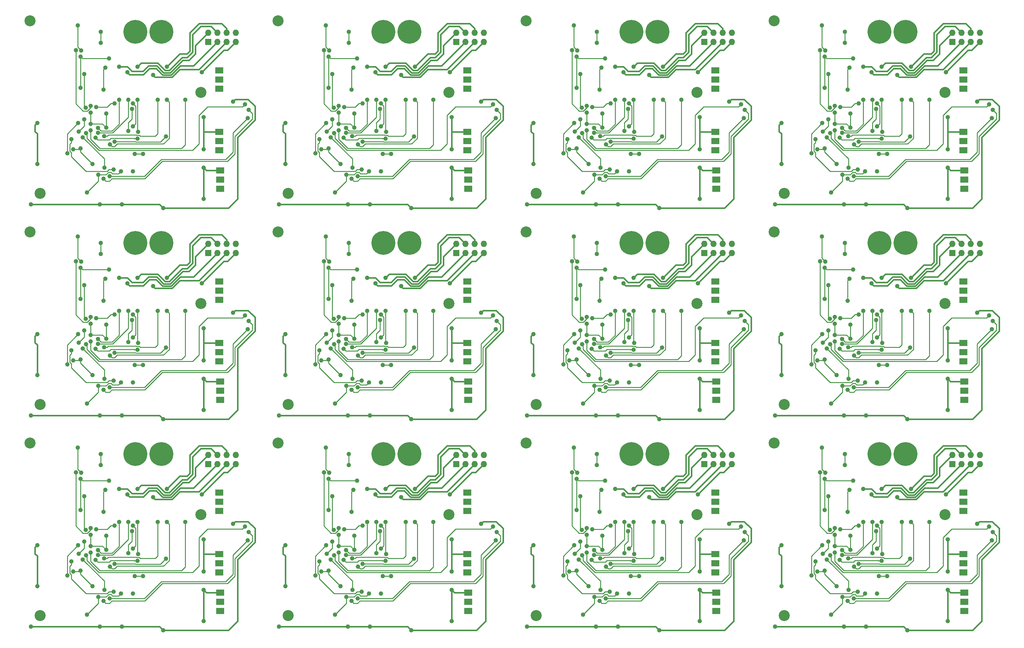
<source format=gbl>
G04 #@! TF.FileFunction,Copper,L2,Bot,Signal*
%FSLAX46Y46*%
G04 Gerber Fmt 4.6, Leading zero omitted, Abs format (unit mm)*
G04 Created by KiCad (PCBNEW 4.0.6) date Friday, 09 June 2017 'AMt' 10:28:24*
%MOMM*%
%LPD*%
G01*
G04 APERTURE LIST*
%ADD10C,0.100000*%
%ADD11C,3.048000*%
%ADD12R,2.286000X1.778000*%
%ADD13R,1.727200X1.727200*%
%ADD14O,1.727200X1.727200*%
%ADD15C,6.604000*%
%ADD16C,1.219200*%
%ADD17C,0.254000*%
%ADD18C,0.406400*%
G04 APERTURE END LIST*
D10*
D11*
X143002000Y-167386000D03*
X187452000Y-139446000D03*
D12*
X192532000Y-138430000D03*
X192532000Y-135890000D03*
X192532000Y-133350000D03*
D13*
X189484000Y-125476000D03*
D14*
X189484000Y-122936000D03*
X192024000Y-125476000D03*
X192024000Y-122936000D03*
X194564000Y-125476000D03*
X194564000Y-122936000D03*
X197104000Y-125476000D03*
X197104000Y-122936000D03*
D15*
X176555400Y-122682000D03*
X169392600Y-122682000D03*
D12*
X192532000Y-155448000D03*
X192532000Y-152908000D03*
X192532000Y-150368000D03*
X192786000Y-166116000D03*
X192786000Y-163576000D03*
X192786000Y-161036000D03*
D11*
X140208000Y-119634000D03*
X71628000Y-119634000D03*
D12*
X124206000Y-166116000D03*
X124206000Y-163576000D03*
X124206000Y-161036000D03*
X123952000Y-155448000D03*
X123952000Y-152908000D03*
X123952000Y-150368000D03*
D15*
X107975400Y-122682000D03*
X100812600Y-122682000D03*
D13*
X120904000Y-125476000D03*
D14*
X120904000Y-122936000D03*
X123444000Y-125476000D03*
X123444000Y-122936000D03*
X125984000Y-125476000D03*
X125984000Y-122936000D03*
X128524000Y-125476000D03*
X128524000Y-122936000D03*
D12*
X123952000Y-138430000D03*
X123952000Y-135890000D03*
X123952000Y-133350000D03*
D11*
X118872000Y-139446000D03*
X74422000Y-167386000D03*
X5842000Y-167386000D03*
X50292000Y-139446000D03*
D12*
X55372000Y-138430000D03*
X55372000Y-135890000D03*
X55372000Y-133350000D03*
D13*
X52324000Y-125476000D03*
D14*
X52324000Y-122936000D03*
X54864000Y-125476000D03*
X54864000Y-122936000D03*
X57404000Y-125476000D03*
X57404000Y-122936000D03*
X59944000Y-125476000D03*
X59944000Y-122936000D03*
D15*
X39395400Y-122682000D03*
X32232600Y-122682000D03*
D12*
X55372000Y-155448000D03*
X55372000Y-152908000D03*
X55372000Y-150368000D03*
X55626000Y-166116000D03*
X55626000Y-163576000D03*
X55626000Y-161036000D03*
D11*
X3048000Y-119634000D03*
X208788000Y-119634000D03*
D12*
X261366000Y-166116000D03*
X261366000Y-163576000D03*
X261366000Y-161036000D03*
X261112000Y-155448000D03*
X261112000Y-152908000D03*
X261112000Y-150368000D03*
D15*
X245135400Y-122682000D03*
X237972600Y-122682000D03*
D13*
X258064000Y-125476000D03*
D14*
X258064000Y-122936000D03*
X260604000Y-125476000D03*
X260604000Y-122936000D03*
X263144000Y-125476000D03*
X263144000Y-122936000D03*
X265684000Y-125476000D03*
X265684000Y-122936000D03*
D12*
X261112000Y-138430000D03*
X261112000Y-135890000D03*
X261112000Y-133350000D03*
D11*
X256032000Y-139446000D03*
X211582000Y-167386000D03*
X208788000Y-2794000D03*
D12*
X261366000Y-49276000D03*
X261366000Y-46736000D03*
X261366000Y-44196000D03*
X261112000Y-38608000D03*
X261112000Y-36068000D03*
X261112000Y-33528000D03*
D15*
X245135400Y-5842000D03*
X237972600Y-5842000D03*
D13*
X258064000Y-8636000D03*
D14*
X258064000Y-6096000D03*
X260604000Y-8636000D03*
X260604000Y-6096000D03*
X263144000Y-8636000D03*
X263144000Y-6096000D03*
X265684000Y-8636000D03*
X265684000Y-6096000D03*
D12*
X261112000Y-21590000D03*
X261112000Y-19050000D03*
X261112000Y-16510000D03*
D11*
X256032000Y-22606000D03*
X211582000Y-50546000D03*
X211582000Y-108966000D03*
X256032000Y-81026000D03*
D12*
X261112000Y-80010000D03*
X261112000Y-77470000D03*
X261112000Y-74930000D03*
D13*
X258064000Y-67056000D03*
D14*
X258064000Y-64516000D03*
X260604000Y-67056000D03*
X260604000Y-64516000D03*
X263144000Y-67056000D03*
X263144000Y-64516000D03*
X265684000Y-67056000D03*
X265684000Y-64516000D03*
D15*
X245135400Y-64262000D03*
X237972600Y-64262000D03*
D12*
X261112000Y-97028000D03*
X261112000Y-94488000D03*
X261112000Y-91948000D03*
X261366000Y-107696000D03*
X261366000Y-105156000D03*
X261366000Y-102616000D03*
D11*
X208788000Y-61214000D03*
X3048000Y-61214000D03*
D12*
X55626000Y-107696000D03*
X55626000Y-105156000D03*
X55626000Y-102616000D03*
X55372000Y-97028000D03*
X55372000Y-94488000D03*
X55372000Y-91948000D03*
D15*
X39395400Y-64262000D03*
X32232600Y-64262000D03*
D13*
X52324000Y-67056000D03*
D14*
X52324000Y-64516000D03*
X54864000Y-67056000D03*
X54864000Y-64516000D03*
X57404000Y-67056000D03*
X57404000Y-64516000D03*
X59944000Y-67056000D03*
X59944000Y-64516000D03*
D12*
X55372000Y-80010000D03*
X55372000Y-77470000D03*
X55372000Y-74930000D03*
D11*
X50292000Y-81026000D03*
X5842000Y-108966000D03*
X74422000Y-108966000D03*
X118872000Y-81026000D03*
D12*
X123952000Y-80010000D03*
X123952000Y-77470000D03*
X123952000Y-74930000D03*
D13*
X120904000Y-67056000D03*
D14*
X120904000Y-64516000D03*
X123444000Y-67056000D03*
X123444000Y-64516000D03*
X125984000Y-67056000D03*
X125984000Y-64516000D03*
X128524000Y-67056000D03*
X128524000Y-64516000D03*
D15*
X107975400Y-64262000D03*
X100812600Y-64262000D03*
D12*
X123952000Y-97028000D03*
X123952000Y-94488000D03*
X123952000Y-91948000D03*
X124206000Y-107696000D03*
X124206000Y-105156000D03*
X124206000Y-102616000D03*
D11*
X71628000Y-61214000D03*
X140208000Y-61214000D03*
D12*
X192786000Y-107696000D03*
X192786000Y-105156000D03*
X192786000Y-102616000D03*
X192532000Y-97028000D03*
X192532000Y-94488000D03*
X192532000Y-91948000D03*
D15*
X176555400Y-64262000D03*
X169392600Y-64262000D03*
D13*
X189484000Y-67056000D03*
D14*
X189484000Y-64516000D03*
X192024000Y-67056000D03*
X192024000Y-64516000D03*
X194564000Y-67056000D03*
X194564000Y-64516000D03*
X197104000Y-67056000D03*
X197104000Y-64516000D03*
D12*
X192532000Y-80010000D03*
X192532000Y-77470000D03*
X192532000Y-74930000D03*
D11*
X187452000Y-81026000D03*
X143002000Y-108966000D03*
X143002000Y-50546000D03*
X187452000Y-22606000D03*
D12*
X192532000Y-21590000D03*
X192532000Y-19050000D03*
X192532000Y-16510000D03*
D13*
X189484000Y-8636000D03*
D14*
X189484000Y-6096000D03*
X192024000Y-8636000D03*
X192024000Y-6096000D03*
X194564000Y-8636000D03*
X194564000Y-6096000D03*
X197104000Y-8636000D03*
X197104000Y-6096000D03*
D15*
X176555400Y-5842000D03*
X169392600Y-5842000D03*
D12*
X192532000Y-38608000D03*
X192532000Y-36068000D03*
X192532000Y-33528000D03*
X192786000Y-49276000D03*
X192786000Y-46736000D03*
X192786000Y-44196000D03*
D11*
X140208000Y-2794000D03*
X71628000Y-2794000D03*
D12*
X124206000Y-49276000D03*
X124206000Y-46736000D03*
X124206000Y-44196000D03*
X123952000Y-38608000D03*
X123952000Y-36068000D03*
X123952000Y-33528000D03*
D15*
X107975400Y-5842000D03*
X100812600Y-5842000D03*
D13*
X120904000Y-8636000D03*
D14*
X120904000Y-6096000D03*
X123444000Y-8636000D03*
X123444000Y-6096000D03*
X125984000Y-8636000D03*
X125984000Y-6096000D03*
X128524000Y-8636000D03*
X128524000Y-6096000D03*
D12*
X123952000Y-21590000D03*
X123952000Y-19050000D03*
X123952000Y-16510000D03*
D11*
X118872000Y-22606000D03*
X74422000Y-50546000D03*
X5842000Y-50546000D03*
X50292000Y-22606000D03*
D12*
X55372000Y-21590000D03*
X55372000Y-19050000D03*
X55372000Y-16510000D03*
D13*
X52324000Y-8636000D03*
D14*
X52324000Y-6096000D03*
X54864000Y-8636000D03*
X54864000Y-6096000D03*
X57404000Y-8636000D03*
X57404000Y-6096000D03*
X59944000Y-8636000D03*
X59944000Y-6096000D03*
D15*
X39395400Y-5842000D03*
X32232600Y-5842000D03*
D12*
X55372000Y-38608000D03*
X55372000Y-36068000D03*
X55372000Y-33528000D03*
X55626000Y-49276000D03*
X55626000Y-46736000D03*
X55626000Y-44196000D03*
D11*
X3048000Y-2794000D03*
D16*
X157004875Y-148108218D03*
X161290000Y-149174190D03*
X156972000Y-145034000D03*
X161290000Y-145288000D03*
X92710000Y-145288000D03*
X88392000Y-145034000D03*
X92710000Y-149174190D03*
X88424875Y-148108218D03*
X19844875Y-148108218D03*
X24130000Y-149174190D03*
X19812000Y-145034000D03*
X24130000Y-145288000D03*
X229870000Y-145288000D03*
X225552000Y-145034000D03*
X229870000Y-149174190D03*
X225584875Y-148108218D03*
X229870000Y-28448000D03*
X225552000Y-28194000D03*
X229870000Y-32334190D03*
X225584875Y-31268218D03*
X225584875Y-89688218D03*
X229870000Y-90754190D03*
X225552000Y-86614000D03*
X229870000Y-86868000D03*
X24130000Y-86868000D03*
X19812000Y-86614000D03*
X24130000Y-90754190D03*
X19844875Y-89688218D03*
X88424875Y-89688218D03*
X92710000Y-90754190D03*
X88392000Y-86614000D03*
X92710000Y-86868000D03*
X161290000Y-86868000D03*
X156972000Y-86614000D03*
X161290000Y-90754190D03*
X157004875Y-89688218D03*
X157004875Y-31268218D03*
X161290000Y-32334190D03*
X156972000Y-28194000D03*
X161290000Y-28448000D03*
X92710000Y-28448000D03*
X88392000Y-28194000D03*
X92710000Y-32334190D03*
X88424875Y-31268218D03*
X19844875Y-31268218D03*
X24130000Y-32334190D03*
X19812000Y-28194000D03*
X24130000Y-28448000D03*
X159766000Y-122682000D03*
X159766000Y-125674198D03*
X91186000Y-125674198D03*
X91186000Y-122682000D03*
X22606000Y-122682000D03*
X22606000Y-125674198D03*
X228346000Y-125674198D03*
X228346000Y-122682000D03*
X228346000Y-8834198D03*
X228346000Y-5842000D03*
X228346000Y-64262000D03*
X228346000Y-67254198D03*
X22606000Y-67254198D03*
X22606000Y-64262000D03*
X91186000Y-64262000D03*
X91186000Y-67254198D03*
X159766000Y-67254198D03*
X159766000Y-64262000D03*
X159766000Y-5842000D03*
X159766000Y-8834198D03*
X91186000Y-8834198D03*
X91186000Y-5842000D03*
X22606000Y-5842000D03*
X22606000Y-8834198D03*
X157480000Y-159258000D03*
X155956000Y-167132000D03*
X154178000Y-154940000D03*
X152146000Y-155194000D03*
X159137021Y-162229810D03*
X165354000Y-161290000D03*
X161036000Y-132588000D03*
X160528000Y-138684000D03*
X91948000Y-138684000D03*
X92456000Y-132588000D03*
X96774000Y-161290000D03*
X90557021Y-162229810D03*
X83566000Y-155194000D03*
X85598000Y-154940000D03*
X87376000Y-167132000D03*
X88900000Y-159258000D03*
X20320000Y-159258000D03*
X18796000Y-167132000D03*
X17018000Y-154940000D03*
X14986000Y-155194000D03*
X21977021Y-162229810D03*
X28194000Y-161290000D03*
X23876000Y-132588000D03*
X23368000Y-138684000D03*
X229108000Y-138684000D03*
X229616000Y-132588000D03*
X233934000Y-161290000D03*
X227717021Y-162229810D03*
X220726000Y-155194000D03*
X222758000Y-154940000D03*
X224536000Y-167132000D03*
X226060000Y-159258000D03*
X229108000Y-21844000D03*
X229616000Y-15748000D03*
X233934000Y-44450000D03*
X227717021Y-45389810D03*
X220726000Y-38354000D03*
X222758000Y-38100000D03*
X224536000Y-50292000D03*
X226060000Y-42418000D03*
X226060000Y-100838000D03*
X224536000Y-108712000D03*
X222758000Y-96520000D03*
X220726000Y-96774000D03*
X227717021Y-103809810D03*
X233934000Y-102870000D03*
X229616000Y-74168000D03*
X229108000Y-80264000D03*
X23368000Y-80264000D03*
X23876000Y-74168000D03*
X28194000Y-102870000D03*
X21977021Y-103809810D03*
X14986000Y-96774000D03*
X17018000Y-96520000D03*
X18796000Y-108712000D03*
X20320000Y-100838000D03*
X88900000Y-100838000D03*
X87376000Y-108712000D03*
X85598000Y-96520000D03*
X83566000Y-96774000D03*
X90557021Y-103809810D03*
X96774000Y-102870000D03*
X92456000Y-74168000D03*
X91948000Y-80264000D03*
X160528000Y-80264000D03*
X161036000Y-74168000D03*
X165354000Y-102870000D03*
X159137021Y-103809810D03*
X152146000Y-96774000D03*
X154178000Y-96520000D03*
X155956000Y-108712000D03*
X157480000Y-100838000D03*
X157480000Y-42418000D03*
X155956000Y-50292000D03*
X154178000Y-38100000D03*
X152146000Y-38354000D03*
X159137021Y-45389810D03*
X165354000Y-44450000D03*
X161036000Y-15748000D03*
X160528000Y-21844000D03*
X91948000Y-21844000D03*
X92456000Y-15748000D03*
X96774000Y-44450000D03*
X90557021Y-45389810D03*
X83566000Y-38354000D03*
X85598000Y-38100000D03*
X87376000Y-50292000D03*
X88900000Y-42418000D03*
X20320000Y-42418000D03*
X18796000Y-50292000D03*
X17018000Y-38100000D03*
X14986000Y-38354000D03*
X21977021Y-45389810D03*
X28194000Y-44450000D03*
X23876000Y-15748000D03*
X23368000Y-21844000D03*
X140462000Y-170434000D03*
X142240000Y-159206000D03*
X142234919Y-147871181D03*
X177038000Y-171450000D03*
X165608000Y-170434000D03*
X159512000Y-170434000D03*
X196342000Y-141986000D03*
X127762000Y-141986000D03*
X90932000Y-170434000D03*
X97028000Y-170434000D03*
X108458000Y-171450000D03*
X73654919Y-147871181D03*
X73660000Y-159206000D03*
X71882000Y-170434000D03*
X3302000Y-170434000D03*
X5080000Y-159206000D03*
X5074919Y-147871181D03*
X39878000Y-171450000D03*
X28448000Y-170434000D03*
X22352000Y-170434000D03*
X59182000Y-141986000D03*
X264922000Y-141986000D03*
X228092000Y-170434000D03*
X234188000Y-170434000D03*
X245618000Y-171450000D03*
X210814919Y-147871181D03*
X210820000Y-159206000D03*
X209042000Y-170434000D03*
X264922000Y-25146000D03*
X228092000Y-53594000D03*
X234188000Y-53594000D03*
X245618000Y-54610000D03*
X210814919Y-31031181D03*
X210820000Y-42366000D03*
X209042000Y-53594000D03*
X209042000Y-112014000D03*
X210820000Y-100786000D03*
X210814919Y-89451181D03*
X245618000Y-113030000D03*
X234188000Y-112014000D03*
X228092000Y-112014000D03*
X264922000Y-83566000D03*
X59182000Y-83566000D03*
X22352000Y-112014000D03*
X28448000Y-112014000D03*
X39878000Y-113030000D03*
X5074919Y-89451181D03*
X5080000Y-100786000D03*
X3302000Y-112014000D03*
X71882000Y-112014000D03*
X73660000Y-100786000D03*
X73654919Y-89451181D03*
X108458000Y-113030000D03*
X97028000Y-112014000D03*
X90932000Y-112014000D03*
X127762000Y-83566000D03*
X196342000Y-83566000D03*
X159512000Y-112014000D03*
X165608000Y-112014000D03*
X177038000Y-113030000D03*
X142234919Y-89451181D03*
X142240000Y-100786000D03*
X140462000Y-112014000D03*
X140462000Y-53594000D03*
X142240000Y-42366000D03*
X142234919Y-31031181D03*
X177038000Y-54610000D03*
X165608000Y-53594000D03*
X159512000Y-53594000D03*
X196342000Y-25146000D03*
X127762000Y-25146000D03*
X90932000Y-53594000D03*
X97028000Y-53594000D03*
X108458000Y-54610000D03*
X73654919Y-31031181D03*
X73660000Y-42366000D03*
X71882000Y-53594000D03*
X3302000Y-53594000D03*
X5080000Y-42366000D03*
X5074919Y-31031181D03*
X39878000Y-54610000D03*
X28448000Y-53594000D03*
X22352000Y-53594000D03*
X59182000Y-25146000D03*
X188214000Y-155194000D03*
X188214000Y-146304000D03*
X119634000Y-146304000D03*
X119634000Y-155194000D03*
X51054000Y-155194000D03*
X51054000Y-146304000D03*
X256794000Y-146304000D03*
X256794000Y-155194000D03*
X256794000Y-29464000D03*
X256794000Y-38354000D03*
X256794000Y-96774000D03*
X256794000Y-87884000D03*
X51054000Y-87884000D03*
X51054000Y-96774000D03*
X119634000Y-96774000D03*
X119634000Y-87884000D03*
X188214000Y-87884000D03*
X188214000Y-96774000D03*
X188214000Y-38354000D03*
X188214000Y-29464000D03*
X119634000Y-29464000D03*
X119634000Y-38354000D03*
X51054000Y-38354000D03*
X51054000Y-29464000D03*
X188214000Y-168910000D03*
X188214000Y-160274000D03*
X119634000Y-160274000D03*
X119634000Y-168910000D03*
X51054000Y-168910000D03*
X51054000Y-160274000D03*
X256794000Y-160274000D03*
X256794000Y-168910000D03*
X256794000Y-43434000D03*
X256794000Y-52070000D03*
X256794000Y-110490000D03*
X256794000Y-101854000D03*
X51054000Y-101854000D03*
X51054000Y-110490000D03*
X119634000Y-110490000D03*
X119634000Y-101854000D03*
X188214000Y-101854000D03*
X188214000Y-110490000D03*
X188214000Y-52070000D03*
X188214000Y-43434000D03*
X119634000Y-43434000D03*
X119634000Y-52070000D03*
X51054000Y-52070000D03*
X51054000Y-43434000D03*
X187706000Y-133858000D03*
X119126000Y-133858000D03*
X50546000Y-133858000D03*
X256286000Y-133858000D03*
X256286000Y-17018000D03*
X256286000Y-75438000D03*
X50546000Y-75438000D03*
X119126000Y-75438000D03*
X187706000Y-75438000D03*
X187706000Y-17018000D03*
X119126000Y-17018000D03*
X50546000Y-17018000D03*
X174244000Y-134620000D03*
X105664000Y-134620000D03*
X37084000Y-134620000D03*
X242824000Y-134620000D03*
X242824000Y-17780000D03*
X242824000Y-76200000D03*
X37084000Y-76200000D03*
X105664000Y-76200000D03*
X174244000Y-76200000D03*
X174244000Y-17780000D03*
X105664000Y-17780000D03*
X37084000Y-17780000D03*
X167132000Y-133858000D03*
X98552000Y-133858000D03*
X29972000Y-133858000D03*
X235712000Y-133858000D03*
X235712000Y-17018000D03*
X235712000Y-75438000D03*
X29972000Y-75438000D03*
X98552000Y-75438000D03*
X167132000Y-75438000D03*
X167132000Y-17018000D03*
X98552000Y-17018000D03*
X29972000Y-17018000D03*
X178054000Y-132334000D03*
X109474000Y-132334000D03*
X40894000Y-132334000D03*
X246634000Y-132334000D03*
X246634000Y-15494000D03*
X246634000Y-73914000D03*
X40894000Y-73914000D03*
X109474000Y-73914000D03*
X178054000Y-73914000D03*
X178054000Y-15494000D03*
X109474000Y-15494000D03*
X40894000Y-15494000D03*
X169926000Y-132334000D03*
X101346000Y-132334000D03*
X32766000Y-132334000D03*
X238506000Y-132334000D03*
X238506000Y-15494000D03*
X238506000Y-73914000D03*
X32766000Y-73914000D03*
X101346000Y-73914000D03*
X169926000Y-73914000D03*
X169926000Y-15494000D03*
X101346000Y-15494000D03*
X32766000Y-15494000D03*
X164846000Y-132334000D03*
X96266000Y-132334000D03*
X27686000Y-132334000D03*
X233426000Y-132334000D03*
X233426000Y-15494000D03*
X233426000Y-73914000D03*
X27686000Y-73914000D03*
X96266000Y-73914000D03*
X164846000Y-73914000D03*
X164846000Y-15494000D03*
X96266000Y-15494000D03*
X27686000Y-15494000D03*
X155669643Y-143644011D03*
X155194000Y-134366000D03*
X86614000Y-134366000D03*
X87089643Y-143644011D03*
X18509643Y-143644011D03*
X18034000Y-134366000D03*
X223774000Y-134366000D03*
X224249643Y-143644011D03*
X223774000Y-17526000D03*
X224249643Y-26804011D03*
X224249643Y-85224011D03*
X223774000Y-75946000D03*
X18034000Y-75946000D03*
X18509643Y-85224011D03*
X87089643Y-85224011D03*
X86614000Y-75946000D03*
X155194000Y-75946000D03*
X155669643Y-85224011D03*
X155669643Y-26804011D03*
X155194000Y-17526000D03*
X86614000Y-17526000D03*
X87089643Y-26804011D03*
X18509643Y-26804011D03*
X18034000Y-17526000D03*
X154178000Y-138176000D03*
X154178000Y-129540000D03*
X162052000Y-130048000D03*
X93472000Y-130048000D03*
X85598000Y-129540000D03*
X85598000Y-138176000D03*
X17018000Y-138176000D03*
X17018000Y-129540000D03*
X24892000Y-130048000D03*
X230632000Y-130048000D03*
X222758000Y-129540000D03*
X222758000Y-138176000D03*
X230632000Y-13208000D03*
X222758000Y-12700000D03*
X222758000Y-21336000D03*
X222758000Y-79756000D03*
X222758000Y-71120000D03*
X230632000Y-71628000D03*
X24892000Y-71628000D03*
X17018000Y-71120000D03*
X17018000Y-79756000D03*
X85598000Y-79756000D03*
X85598000Y-71120000D03*
X93472000Y-71628000D03*
X162052000Y-71628000D03*
X154178000Y-71120000D03*
X154178000Y-79756000D03*
X154178000Y-21336000D03*
X154178000Y-12700000D03*
X162052000Y-13208000D03*
X93472000Y-13208000D03*
X85598000Y-12700000D03*
X85598000Y-21336000D03*
X17018000Y-21336000D03*
X17018000Y-12700000D03*
X24892000Y-13208000D03*
X157014940Y-143181807D03*
X152908000Y-127762000D03*
X84328000Y-127762000D03*
X88434940Y-143181807D03*
X19854940Y-143181807D03*
X15748000Y-127762000D03*
X221488000Y-127762000D03*
X225594940Y-143181807D03*
X221488000Y-10922000D03*
X225594940Y-26341807D03*
X225594940Y-84761807D03*
X221488000Y-69342000D03*
X15748000Y-69342000D03*
X19854940Y-84761807D03*
X88434940Y-84761807D03*
X84328000Y-69342000D03*
X152908000Y-69342000D03*
X157014940Y-84761807D03*
X157014940Y-26341807D03*
X152908000Y-10922000D03*
X84328000Y-10922000D03*
X88434940Y-26341807D03*
X19854940Y-26341807D03*
X15748000Y-10922000D03*
X183134000Y-141478000D03*
X156993247Y-149881247D03*
X88413247Y-149881247D03*
X114554000Y-141478000D03*
X45974000Y-141478000D03*
X19833247Y-149881247D03*
X225573247Y-149881247D03*
X251714000Y-141478000D03*
X225573247Y-33041247D03*
X251714000Y-24638000D03*
X251714000Y-83058000D03*
X225573247Y-91461247D03*
X19833247Y-91461247D03*
X45974000Y-83058000D03*
X114554000Y-83058000D03*
X88413247Y-91461247D03*
X156993247Y-91461247D03*
X183134000Y-83058000D03*
X183134000Y-24638000D03*
X156993247Y-33041247D03*
X88413247Y-33041247D03*
X114554000Y-24638000D03*
X45974000Y-24638000D03*
X19833247Y-33041247D03*
X164846000Y-141478000D03*
X159004000Y-149199587D03*
X90424000Y-149199587D03*
X96266000Y-141478000D03*
X27686000Y-141478000D03*
X21844000Y-149199587D03*
X227584000Y-149199587D03*
X233426000Y-141478000D03*
X227584000Y-32359587D03*
X233426000Y-24638000D03*
X233426000Y-83058000D03*
X227584000Y-90779587D03*
X21844000Y-90779587D03*
X27686000Y-83058000D03*
X96266000Y-83058000D03*
X90424000Y-90779587D03*
X159004000Y-90779587D03*
X164846000Y-83058000D03*
X164846000Y-24638000D03*
X159004000Y-32359587D03*
X90424000Y-32359587D03*
X96266000Y-24638000D03*
X27686000Y-24638000D03*
X21844000Y-32359587D03*
X167386000Y-141478000D03*
X159004000Y-150622000D03*
X90424000Y-150622000D03*
X98806000Y-141478000D03*
X30226000Y-141478000D03*
X21844000Y-150622000D03*
X227584000Y-150622000D03*
X235966000Y-141478000D03*
X227584000Y-33782000D03*
X235966000Y-24638000D03*
X235966000Y-83058000D03*
X227584000Y-92202000D03*
X21844000Y-92202000D03*
X30226000Y-83058000D03*
X98806000Y-83058000D03*
X90424000Y-92202000D03*
X159004000Y-92202000D03*
X167386000Y-83058000D03*
X167386000Y-24638000D03*
X159004000Y-33782000D03*
X90424000Y-33782000D03*
X98806000Y-24638000D03*
X30226000Y-24638000D03*
X21844000Y-33782000D03*
X170150452Y-150323549D03*
X169933094Y-152203160D03*
X169926000Y-141478000D03*
X158368543Y-151961300D03*
X89788543Y-151961300D03*
X101346000Y-141478000D03*
X101353094Y-152203160D03*
X101570452Y-150323549D03*
X32990452Y-150323549D03*
X32773094Y-152203160D03*
X32766000Y-141478000D03*
X21208543Y-151961300D03*
X226948543Y-151961300D03*
X238506000Y-141478000D03*
X238513094Y-152203160D03*
X238730452Y-150323549D03*
X226948543Y-35121300D03*
X238506000Y-24638000D03*
X238513094Y-35363160D03*
X238730452Y-33483549D03*
X238730452Y-91903549D03*
X238513094Y-93783160D03*
X238506000Y-83058000D03*
X226948543Y-93541300D03*
X21208543Y-93541300D03*
X32766000Y-83058000D03*
X32773094Y-93783160D03*
X32990452Y-91903549D03*
X101570452Y-91903549D03*
X101353094Y-93783160D03*
X101346000Y-83058000D03*
X89788543Y-93541300D03*
X158368543Y-93541300D03*
X169926000Y-83058000D03*
X169933094Y-93783160D03*
X170150452Y-91903549D03*
X170150452Y-33483549D03*
X169933094Y-35363160D03*
X169926000Y-24638000D03*
X158368543Y-35121300D03*
X89788543Y-35121300D03*
X101346000Y-24638000D03*
X101353094Y-35363160D03*
X101570452Y-33483549D03*
X32990452Y-33483549D03*
X32773094Y-35363160D03*
X32766000Y-24638000D03*
X21208543Y-35121300D03*
X175514000Y-141478000D03*
X160717889Y-151512999D03*
X92137889Y-151512999D03*
X106934000Y-141478000D03*
X38354000Y-141478000D03*
X23557889Y-151512999D03*
X229297889Y-151512999D03*
X244094000Y-141478000D03*
X229297889Y-34672999D03*
X244094000Y-24638000D03*
X244094000Y-83058000D03*
X229297889Y-93092999D03*
X23557889Y-93092999D03*
X38354000Y-83058000D03*
X106934000Y-83058000D03*
X92137889Y-93092999D03*
X160717889Y-93092999D03*
X175514000Y-83058000D03*
X175514000Y-24638000D03*
X160717889Y-34672999D03*
X92137889Y-34672999D03*
X106934000Y-24638000D03*
X38354000Y-24638000D03*
X23557889Y-34672999D03*
X162342897Y-153794832D03*
X178054000Y-141478000D03*
X109474000Y-141478000D03*
X93762897Y-153794832D03*
X25182897Y-153794832D03*
X40894000Y-141478000D03*
X246634000Y-141478000D03*
X230922897Y-153794832D03*
X246634000Y-24638000D03*
X230922897Y-36954832D03*
X230922897Y-95374832D03*
X246634000Y-83058000D03*
X40894000Y-83058000D03*
X25182897Y-95374832D03*
X93762897Y-95374832D03*
X109474000Y-83058000D03*
X178054000Y-83058000D03*
X162342897Y-95374832D03*
X162342897Y-36954832D03*
X178054000Y-24638000D03*
X109474000Y-24638000D03*
X93762897Y-36954832D03*
X25182897Y-36954832D03*
X40894000Y-24638000D03*
X163576000Y-153085810D03*
X177800000Y-151638000D03*
X109220000Y-151638000D03*
X94996000Y-153085810D03*
X26416000Y-153085810D03*
X40640000Y-151638000D03*
X246380000Y-151638000D03*
X232156000Y-153085810D03*
X246380000Y-34798000D03*
X232156000Y-36245810D03*
X232156000Y-94665810D03*
X246380000Y-93218000D03*
X40640000Y-93218000D03*
X26416000Y-94665810D03*
X94996000Y-94665810D03*
X109220000Y-93218000D03*
X177800000Y-93218000D03*
X163576000Y-94665810D03*
X163576000Y-36245810D03*
X177800000Y-34798000D03*
X109220000Y-34798000D03*
X94996000Y-36245810D03*
X26416000Y-36245810D03*
X40640000Y-34798000D03*
X162222477Y-162587208D03*
X200406000Y-146558000D03*
X131826000Y-146558000D03*
X93642477Y-162587208D03*
X25062477Y-162587208D03*
X63246000Y-146558000D03*
X268986000Y-146558000D03*
X230802477Y-162587208D03*
X268986000Y-29718000D03*
X230802477Y-45747208D03*
X230802477Y-104167208D03*
X268986000Y-88138000D03*
X63246000Y-88138000D03*
X25062477Y-104167208D03*
X93642477Y-104167208D03*
X131826000Y-88138000D03*
X200406000Y-88138000D03*
X162222477Y-104167208D03*
X162222477Y-45747208D03*
X200406000Y-29718000D03*
X131826000Y-29718000D03*
X93642477Y-45747208D03*
X25062477Y-45747208D03*
X63246000Y-29718000D03*
X160528000Y-163322000D03*
X200660000Y-144272000D03*
X132080000Y-144272000D03*
X91948000Y-163322000D03*
X23368000Y-163322000D03*
X63500000Y-144272000D03*
X269240000Y-144272000D03*
X229108000Y-163322000D03*
X269240000Y-27432000D03*
X229108000Y-46482000D03*
X229108000Y-104902000D03*
X269240000Y-85852000D03*
X63500000Y-85852000D03*
X23368000Y-104902000D03*
X91948000Y-104902000D03*
X132080000Y-85852000D03*
X200660000Y-85852000D03*
X160528000Y-104902000D03*
X160528000Y-46482000D03*
X200660000Y-27432000D03*
X132080000Y-27432000D03*
X91948000Y-46482000D03*
X23368000Y-46482000D03*
X63500000Y-27432000D03*
X153534480Y-147889453D03*
X150530584Y-156298395D03*
X81950584Y-156298395D03*
X84954480Y-147889453D03*
X16374480Y-147889453D03*
X13370584Y-156298395D03*
X219110584Y-156298395D03*
X222114480Y-147889453D03*
X219110584Y-39458395D03*
X222114480Y-31049453D03*
X222114480Y-89469453D03*
X219110584Y-97878395D03*
X13370584Y-97878395D03*
X16374480Y-89469453D03*
X84954480Y-89469453D03*
X81950584Y-97878395D03*
X150530584Y-97878395D03*
X153534480Y-89469453D03*
X153534480Y-31049453D03*
X150530584Y-39458395D03*
X81950584Y-39458395D03*
X84954480Y-31049453D03*
X16374480Y-31049453D03*
X13370584Y-39458395D03*
X155219943Y-146866304D03*
X153700483Y-150241021D03*
X85120483Y-150241021D03*
X86639943Y-146866304D03*
X18059943Y-146866304D03*
X16540483Y-150241021D03*
X222280483Y-150241021D03*
X223799943Y-146866304D03*
X222280483Y-33401021D03*
X223799943Y-30026304D03*
X223799943Y-88446304D03*
X222280483Y-91821021D03*
X16540483Y-91821021D03*
X18059943Y-88446304D03*
X86639943Y-88446304D03*
X85120483Y-91821021D03*
X153700483Y-91821021D03*
X155219943Y-88446304D03*
X155219943Y-30026304D03*
X153700483Y-33401021D03*
X85120483Y-33401021D03*
X86639943Y-30026304D03*
X18059943Y-30026304D03*
X16540483Y-33401021D03*
X154384097Y-127833391D03*
X153416000Y-120904000D03*
X84836000Y-120904000D03*
X85804097Y-127833391D03*
X17224097Y-127833391D03*
X16256000Y-120904000D03*
X221996000Y-120904000D03*
X222964097Y-127833391D03*
X221996000Y-4064000D03*
X222964097Y-10993391D03*
X222964097Y-69413391D03*
X221996000Y-62484000D03*
X16256000Y-62484000D03*
X17224097Y-69413391D03*
X85804097Y-69413391D03*
X84836000Y-62484000D03*
X153416000Y-62484000D03*
X154384097Y-69413391D03*
X154384097Y-10993391D03*
X153416000Y-4064000D03*
X84836000Y-4064000D03*
X85804097Y-10993391D03*
X17224097Y-10993391D03*
X16256000Y-4064000D03*
X199644000Y-142748000D03*
X155690297Y-150679509D03*
X87110297Y-150679509D03*
X131064000Y-142748000D03*
X62484000Y-142748000D03*
X18530297Y-150679509D03*
X224270297Y-150679509D03*
X268224000Y-142748000D03*
X224270297Y-33839509D03*
X268224000Y-25908000D03*
X268224000Y-84328000D03*
X224270297Y-92259509D03*
X18530297Y-92259509D03*
X62484000Y-84328000D03*
X131064000Y-84328000D03*
X87110297Y-92259509D03*
X155690297Y-92259509D03*
X199644000Y-84328000D03*
X199644000Y-25908000D03*
X155690297Y-33839509D03*
X87110297Y-33839509D03*
X131064000Y-25908000D03*
X62484000Y-25908000D03*
X18530297Y-33839509D03*
X154810723Y-151845912D03*
X160782000Y-160274000D03*
X92202000Y-160274000D03*
X86230723Y-151845912D03*
X17650723Y-151845912D03*
X23622000Y-160274000D03*
X229362000Y-160274000D03*
X223390723Y-151845912D03*
X229362000Y-43434000D03*
X223390723Y-35005912D03*
X223390723Y-93425912D03*
X229362000Y-101854000D03*
X23622000Y-101854000D03*
X17650723Y-93425912D03*
X86230723Y-93425912D03*
X92202000Y-101854000D03*
X160782000Y-101854000D03*
X154810723Y-93425912D03*
X154810723Y-35005912D03*
X160782000Y-43434000D03*
X92202000Y-43434000D03*
X86230723Y-35005912D03*
X17650723Y-35005912D03*
X23622000Y-43434000D03*
X151638000Y-152400000D03*
X163322000Y-160782000D03*
X94742000Y-160782000D03*
X83058000Y-152400000D03*
X14478000Y-152400000D03*
X26162000Y-160782000D03*
X231902000Y-160782000D03*
X220218000Y-152400000D03*
X231902000Y-43942000D03*
X220218000Y-35560000D03*
X220218000Y-93980000D03*
X231902000Y-102362000D03*
X26162000Y-102362000D03*
X14478000Y-93980000D03*
X83058000Y-93980000D03*
X94742000Y-102362000D03*
X163322000Y-102362000D03*
X151638000Y-93980000D03*
X151638000Y-35560000D03*
X163322000Y-43942000D03*
X94742000Y-43942000D03*
X83058000Y-35560000D03*
X14478000Y-35560000D03*
X26162000Y-43942000D03*
X168402000Y-144018000D03*
X167386000Y-150114000D03*
X168656000Y-161290000D03*
X100076000Y-161290000D03*
X98806000Y-150114000D03*
X99822000Y-144018000D03*
X31242000Y-144018000D03*
X30226000Y-150114000D03*
X31496000Y-161290000D03*
X237236000Y-161290000D03*
X235966000Y-150114000D03*
X236982000Y-144018000D03*
X237236000Y-44450000D03*
X235966000Y-33274000D03*
X236982000Y-27178000D03*
X236982000Y-85598000D03*
X235966000Y-91694000D03*
X237236000Y-102870000D03*
X31496000Y-102870000D03*
X30226000Y-91694000D03*
X31242000Y-85598000D03*
X99822000Y-85598000D03*
X98806000Y-91694000D03*
X100076000Y-102870000D03*
X168656000Y-102870000D03*
X167386000Y-91694000D03*
X168402000Y-85598000D03*
X168402000Y-27178000D03*
X167386000Y-33274000D03*
X168656000Y-44450000D03*
X100076000Y-44450000D03*
X98806000Y-33274000D03*
X99822000Y-27178000D03*
X31242000Y-27178000D03*
X30226000Y-33274000D03*
X31496000Y-44450000D03*
X163576000Y-142494000D03*
X158496000Y-143510000D03*
X168656000Y-142494000D03*
X168656000Y-148844000D03*
X169164000Y-156464000D03*
X171450000Y-156464000D03*
X102870000Y-156464000D03*
X100584000Y-156464000D03*
X100076000Y-148844000D03*
X100076000Y-142494000D03*
X89916000Y-143510000D03*
X94996000Y-142494000D03*
X26416000Y-142494000D03*
X21336000Y-143510000D03*
X31496000Y-142494000D03*
X31496000Y-148844000D03*
X32004000Y-156464000D03*
X34290000Y-156464000D03*
X240030000Y-156464000D03*
X237744000Y-156464000D03*
X237236000Y-148844000D03*
X237236000Y-142494000D03*
X227076000Y-143510000D03*
X232156000Y-142494000D03*
X240030000Y-39624000D03*
X237744000Y-39624000D03*
X237236000Y-32004000D03*
X237236000Y-25654000D03*
X227076000Y-26670000D03*
X232156000Y-25654000D03*
X232156000Y-84074000D03*
X227076000Y-85090000D03*
X237236000Y-84074000D03*
X237236000Y-90424000D03*
X237744000Y-98044000D03*
X240030000Y-98044000D03*
X34290000Y-98044000D03*
X32004000Y-98044000D03*
X31496000Y-90424000D03*
X31496000Y-84074000D03*
X21336000Y-85090000D03*
X26416000Y-84074000D03*
X94996000Y-84074000D03*
X89916000Y-85090000D03*
X100076000Y-84074000D03*
X100076000Y-90424000D03*
X100584000Y-98044000D03*
X102870000Y-98044000D03*
X171450000Y-98044000D03*
X169164000Y-98044000D03*
X168656000Y-90424000D03*
X168656000Y-84074000D03*
X158496000Y-85090000D03*
X163576000Y-84074000D03*
X163576000Y-25654000D03*
X158496000Y-26670000D03*
X168656000Y-25654000D03*
X168656000Y-32004000D03*
X169164000Y-39624000D03*
X171450000Y-39624000D03*
X102870000Y-39624000D03*
X100584000Y-39624000D03*
X100076000Y-32004000D03*
X100076000Y-25654000D03*
X89916000Y-26670000D03*
X94996000Y-25654000D03*
X26416000Y-25654000D03*
X21336000Y-26670000D03*
X31496000Y-25654000D03*
X31496000Y-32004000D03*
X32004000Y-39624000D03*
X34290000Y-39624000D03*
D17*
X156972000Y-148075343D02*
X157004875Y-148108218D01*
X156972000Y-145034000D02*
X156972000Y-148075343D01*
X157866979Y-148108218D02*
X157004875Y-148108218D01*
X160224028Y-148108218D02*
X157866979Y-148108218D01*
X161290000Y-149174190D02*
X160224028Y-148108218D01*
X161290000Y-145288000D02*
X161290000Y-149174190D01*
X92710000Y-145288000D02*
X92710000Y-149174190D01*
X92710000Y-149174190D02*
X91644028Y-148108218D01*
X91644028Y-148108218D02*
X89286979Y-148108218D01*
X89286979Y-148108218D02*
X88424875Y-148108218D01*
X88392000Y-145034000D02*
X88392000Y-148075343D01*
X88392000Y-148075343D02*
X88424875Y-148108218D01*
X19812000Y-148075343D02*
X19844875Y-148108218D01*
X19812000Y-145034000D02*
X19812000Y-148075343D01*
X20706979Y-148108218D02*
X19844875Y-148108218D01*
X23064028Y-148108218D02*
X20706979Y-148108218D01*
X24130000Y-149174190D02*
X23064028Y-148108218D01*
X24130000Y-145288000D02*
X24130000Y-149174190D01*
X229870000Y-145288000D02*
X229870000Y-149174190D01*
X229870000Y-149174190D02*
X228804028Y-148108218D01*
X228804028Y-148108218D02*
X226446979Y-148108218D01*
X226446979Y-148108218D02*
X225584875Y-148108218D01*
X225552000Y-145034000D02*
X225552000Y-148075343D01*
X225552000Y-148075343D02*
X225584875Y-148108218D01*
X229870000Y-28448000D02*
X229870000Y-32334190D01*
X229870000Y-32334190D02*
X228804028Y-31268218D01*
X228804028Y-31268218D02*
X226446979Y-31268218D01*
X226446979Y-31268218D02*
X225584875Y-31268218D01*
X225552000Y-28194000D02*
X225552000Y-31235343D01*
X225552000Y-31235343D02*
X225584875Y-31268218D01*
X225552000Y-89655343D02*
X225584875Y-89688218D01*
X225552000Y-86614000D02*
X225552000Y-89655343D01*
X226446979Y-89688218D02*
X225584875Y-89688218D01*
X228804028Y-89688218D02*
X226446979Y-89688218D01*
X229870000Y-90754190D02*
X228804028Y-89688218D01*
X229870000Y-86868000D02*
X229870000Y-90754190D01*
X24130000Y-86868000D02*
X24130000Y-90754190D01*
X24130000Y-90754190D02*
X23064028Y-89688218D01*
X23064028Y-89688218D02*
X20706979Y-89688218D01*
X20706979Y-89688218D02*
X19844875Y-89688218D01*
X19812000Y-86614000D02*
X19812000Y-89655343D01*
X19812000Y-89655343D02*
X19844875Y-89688218D01*
X88392000Y-89655343D02*
X88424875Y-89688218D01*
X88392000Y-86614000D02*
X88392000Y-89655343D01*
X89286979Y-89688218D02*
X88424875Y-89688218D01*
X91644028Y-89688218D02*
X89286979Y-89688218D01*
X92710000Y-90754190D02*
X91644028Y-89688218D01*
X92710000Y-86868000D02*
X92710000Y-90754190D01*
X161290000Y-86868000D02*
X161290000Y-90754190D01*
X161290000Y-90754190D02*
X160224028Y-89688218D01*
X160224028Y-89688218D02*
X157866979Y-89688218D01*
X157866979Y-89688218D02*
X157004875Y-89688218D01*
X156972000Y-86614000D02*
X156972000Y-89655343D01*
X156972000Y-89655343D02*
X157004875Y-89688218D01*
X156972000Y-31235343D02*
X157004875Y-31268218D01*
X156972000Y-28194000D02*
X156972000Y-31235343D01*
X157866979Y-31268218D02*
X157004875Y-31268218D01*
X160224028Y-31268218D02*
X157866979Y-31268218D01*
X161290000Y-32334190D02*
X160224028Y-31268218D01*
X161290000Y-28448000D02*
X161290000Y-32334190D01*
X92710000Y-28448000D02*
X92710000Y-32334190D01*
X92710000Y-32334190D02*
X91644028Y-31268218D01*
X91644028Y-31268218D02*
X89286979Y-31268218D01*
X89286979Y-31268218D02*
X88424875Y-31268218D01*
X88392000Y-28194000D02*
X88392000Y-31235343D01*
X88392000Y-31235343D02*
X88424875Y-31268218D01*
X19812000Y-31235343D02*
X19844875Y-31268218D01*
X19812000Y-28194000D02*
X19812000Y-31235343D01*
X20706979Y-31268218D02*
X19844875Y-31268218D01*
X23064028Y-31268218D02*
X20706979Y-31268218D01*
X24130000Y-32334190D02*
X23064028Y-31268218D01*
X24130000Y-28448000D02*
X24130000Y-32334190D01*
X159766000Y-125674198D02*
X159766000Y-122682000D01*
X91186000Y-125674198D02*
X91186000Y-122682000D01*
X22606000Y-125674198D02*
X22606000Y-122682000D01*
X228346000Y-125674198D02*
X228346000Y-122682000D01*
X228346000Y-8834198D02*
X228346000Y-5842000D01*
X228346000Y-67254198D02*
X228346000Y-64262000D01*
X22606000Y-67254198D02*
X22606000Y-64262000D01*
X91186000Y-67254198D02*
X91186000Y-64262000D01*
X159766000Y-67254198D02*
X159766000Y-64262000D01*
X159766000Y-8834198D02*
X159766000Y-5842000D01*
X91186000Y-8834198D02*
X91186000Y-5842000D01*
X22606000Y-8834198D02*
X22606000Y-5842000D01*
X159051739Y-162315092D02*
X159137021Y-162229810D01*
X154178000Y-154940000D02*
X154178000Y-155956000D01*
X154178000Y-155956000D02*
X157480000Y-159258000D01*
X159137021Y-162229810D02*
X159137021Y-163950979D01*
X159137021Y-163950979D02*
X155956000Y-167132000D01*
X152146000Y-155194000D02*
X153924000Y-155194000D01*
X153924000Y-155194000D02*
X154178000Y-154940000D01*
X159999125Y-162229810D02*
X159137021Y-162229810D01*
X161250782Y-162229810D02*
X159999125Y-162229810D01*
X161987381Y-161493211D02*
X161250782Y-162229810D01*
X162642305Y-161493211D02*
X161987381Y-161493211D01*
X163048693Y-161899599D02*
X162642305Y-161493211D01*
X164744401Y-161899599D02*
X163048693Y-161899599D01*
X165354000Y-161290000D02*
X164744401Y-161899599D01*
X160528000Y-138684000D02*
X160528000Y-133096000D01*
X160528000Y-133096000D02*
X161036000Y-132588000D01*
X91948000Y-133096000D02*
X92456000Y-132588000D01*
X91948000Y-138684000D02*
X91948000Y-133096000D01*
X96774000Y-161290000D02*
X96164401Y-161899599D01*
X96164401Y-161899599D02*
X94468693Y-161899599D01*
X94468693Y-161899599D02*
X94062305Y-161493211D01*
X94062305Y-161493211D02*
X93407381Y-161493211D01*
X93407381Y-161493211D02*
X92670782Y-162229810D01*
X92670782Y-162229810D02*
X91419125Y-162229810D01*
X91419125Y-162229810D02*
X90557021Y-162229810D01*
X85344000Y-155194000D02*
X85598000Y-154940000D01*
X83566000Y-155194000D02*
X85344000Y-155194000D01*
X90557021Y-163950979D02*
X87376000Y-167132000D01*
X90557021Y-162229810D02*
X90557021Y-163950979D01*
X85598000Y-155956000D02*
X88900000Y-159258000D01*
X85598000Y-154940000D02*
X85598000Y-155956000D01*
X90471739Y-162315092D02*
X90557021Y-162229810D01*
X21891739Y-162315092D02*
X21977021Y-162229810D01*
X17018000Y-154940000D02*
X17018000Y-155956000D01*
X17018000Y-155956000D02*
X20320000Y-159258000D01*
X21977021Y-162229810D02*
X21977021Y-163950979D01*
X21977021Y-163950979D02*
X18796000Y-167132000D01*
X14986000Y-155194000D02*
X16764000Y-155194000D01*
X16764000Y-155194000D02*
X17018000Y-154940000D01*
X22839125Y-162229810D02*
X21977021Y-162229810D01*
X24090782Y-162229810D02*
X22839125Y-162229810D01*
X24827381Y-161493211D02*
X24090782Y-162229810D01*
X25482305Y-161493211D02*
X24827381Y-161493211D01*
X25888693Y-161899599D02*
X25482305Y-161493211D01*
X27584401Y-161899599D02*
X25888693Y-161899599D01*
X28194000Y-161290000D02*
X27584401Y-161899599D01*
X23368000Y-138684000D02*
X23368000Y-133096000D01*
X23368000Y-133096000D02*
X23876000Y-132588000D01*
X229108000Y-133096000D02*
X229616000Y-132588000D01*
X229108000Y-138684000D02*
X229108000Y-133096000D01*
X233934000Y-161290000D02*
X233324401Y-161899599D01*
X233324401Y-161899599D02*
X231628693Y-161899599D01*
X231628693Y-161899599D02*
X231222305Y-161493211D01*
X231222305Y-161493211D02*
X230567381Y-161493211D01*
X230567381Y-161493211D02*
X229830782Y-162229810D01*
X229830782Y-162229810D02*
X228579125Y-162229810D01*
X228579125Y-162229810D02*
X227717021Y-162229810D01*
X222504000Y-155194000D02*
X222758000Y-154940000D01*
X220726000Y-155194000D02*
X222504000Y-155194000D01*
X227717021Y-163950979D02*
X224536000Y-167132000D01*
X227717021Y-162229810D02*
X227717021Y-163950979D01*
X222758000Y-155956000D02*
X226060000Y-159258000D01*
X222758000Y-154940000D02*
X222758000Y-155956000D01*
X227631739Y-162315092D02*
X227717021Y-162229810D01*
X229108000Y-16256000D02*
X229616000Y-15748000D01*
X229108000Y-21844000D02*
X229108000Y-16256000D01*
X233934000Y-44450000D02*
X233324401Y-45059599D01*
X233324401Y-45059599D02*
X231628693Y-45059599D01*
X231628693Y-45059599D02*
X231222305Y-44653211D01*
X231222305Y-44653211D02*
X230567381Y-44653211D01*
X230567381Y-44653211D02*
X229830782Y-45389810D01*
X229830782Y-45389810D02*
X228579125Y-45389810D01*
X228579125Y-45389810D02*
X227717021Y-45389810D01*
X222504000Y-38354000D02*
X222758000Y-38100000D01*
X220726000Y-38354000D02*
X222504000Y-38354000D01*
X227717021Y-47110979D02*
X224536000Y-50292000D01*
X227717021Y-45389810D02*
X227717021Y-47110979D01*
X222758000Y-39116000D02*
X226060000Y-42418000D01*
X222758000Y-38100000D02*
X222758000Y-39116000D01*
X227631739Y-45475092D02*
X227717021Y-45389810D01*
X227631739Y-103895092D02*
X227717021Y-103809810D01*
X222758000Y-96520000D02*
X222758000Y-97536000D01*
X222758000Y-97536000D02*
X226060000Y-100838000D01*
X227717021Y-103809810D02*
X227717021Y-105530979D01*
X227717021Y-105530979D02*
X224536000Y-108712000D01*
X220726000Y-96774000D02*
X222504000Y-96774000D01*
X222504000Y-96774000D02*
X222758000Y-96520000D01*
X228579125Y-103809810D02*
X227717021Y-103809810D01*
X229830782Y-103809810D02*
X228579125Y-103809810D01*
X230567381Y-103073211D02*
X229830782Y-103809810D01*
X231222305Y-103073211D02*
X230567381Y-103073211D01*
X231628693Y-103479599D02*
X231222305Y-103073211D01*
X233324401Y-103479599D02*
X231628693Y-103479599D01*
X233934000Y-102870000D02*
X233324401Y-103479599D01*
X229108000Y-80264000D02*
X229108000Y-74676000D01*
X229108000Y-74676000D02*
X229616000Y-74168000D01*
X23368000Y-74676000D02*
X23876000Y-74168000D01*
X23368000Y-80264000D02*
X23368000Y-74676000D01*
X28194000Y-102870000D02*
X27584401Y-103479599D01*
X27584401Y-103479599D02*
X25888693Y-103479599D01*
X25888693Y-103479599D02*
X25482305Y-103073211D01*
X25482305Y-103073211D02*
X24827381Y-103073211D01*
X24827381Y-103073211D02*
X24090782Y-103809810D01*
X24090782Y-103809810D02*
X22839125Y-103809810D01*
X22839125Y-103809810D02*
X21977021Y-103809810D01*
X16764000Y-96774000D02*
X17018000Y-96520000D01*
X14986000Y-96774000D02*
X16764000Y-96774000D01*
X21977021Y-105530979D02*
X18796000Y-108712000D01*
X21977021Y-103809810D02*
X21977021Y-105530979D01*
X17018000Y-97536000D02*
X20320000Y-100838000D01*
X17018000Y-96520000D02*
X17018000Y-97536000D01*
X21891739Y-103895092D02*
X21977021Y-103809810D01*
X90471739Y-103895092D02*
X90557021Y-103809810D01*
X85598000Y-96520000D02*
X85598000Y-97536000D01*
X85598000Y-97536000D02*
X88900000Y-100838000D01*
X90557021Y-103809810D02*
X90557021Y-105530979D01*
X90557021Y-105530979D02*
X87376000Y-108712000D01*
X83566000Y-96774000D02*
X85344000Y-96774000D01*
X85344000Y-96774000D02*
X85598000Y-96520000D01*
X91419125Y-103809810D02*
X90557021Y-103809810D01*
X92670782Y-103809810D02*
X91419125Y-103809810D01*
X93407381Y-103073211D02*
X92670782Y-103809810D01*
X94062305Y-103073211D02*
X93407381Y-103073211D01*
X94468693Y-103479599D02*
X94062305Y-103073211D01*
X96164401Y-103479599D02*
X94468693Y-103479599D01*
X96774000Y-102870000D02*
X96164401Y-103479599D01*
X91948000Y-80264000D02*
X91948000Y-74676000D01*
X91948000Y-74676000D02*
X92456000Y-74168000D01*
X160528000Y-74676000D02*
X161036000Y-74168000D01*
X160528000Y-80264000D02*
X160528000Y-74676000D01*
X165354000Y-102870000D02*
X164744401Y-103479599D01*
X164744401Y-103479599D02*
X163048693Y-103479599D01*
X163048693Y-103479599D02*
X162642305Y-103073211D01*
X162642305Y-103073211D02*
X161987381Y-103073211D01*
X161987381Y-103073211D02*
X161250782Y-103809810D01*
X161250782Y-103809810D02*
X159999125Y-103809810D01*
X159999125Y-103809810D02*
X159137021Y-103809810D01*
X153924000Y-96774000D02*
X154178000Y-96520000D01*
X152146000Y-96774000D02*
X153924000Y-96774000D01*
X159137021Y-105530979D02*
X155956000Y-108712000D01*
X159137021Y-103809810D02*
X159137021Y-105530979D01*
X154178000Y-97536000D02*
X157480000Y-100838000D01*
X154178000Y-96520000D02*
X154178000Y-97536000D01*
X159051739Y-103895092D02*
X159137021Y-103809810D01*
X159051739Y-45475092D02*
X159137021Y-45389810D01*
X154178000Y-38100000D02*
X154178000Y-39116000D01*
X154178000Y-39116000D02*
X157480000Y-42418000D01*
X159137021Y-45389810D02*
X159137021Y-47110979D01*
X159137021Y-47110979D02*
X155956000Y-50292000D01*
X152146000Y-38354000D02*
X153924000Y-38354000D01*
X153924000Y-38354000D02*
X154178000Y-38100000D01*
X159999125Y-45389810D02*
X159137021Y-45389810D01*
X161250782Y-45389810D02*
X159999125Y-45389810D01*
X161987381Y-44653211D02*
X161250782Y-45389810D01*
X162642305Y-44653211D02*
X161987381Y-44653211D01*
X163048693Y-45059599D02*
X162642305Y-44653211D01*
X164744401Y-45059599D02*
X163048693Y-45059599D01*
X165354000Y-44450000D02*
X164744401Y-45059599D01*
X160528000Y-21844000D02*
X160528000Y-16256000D01*
X160528000Y-16256000D02*
X161036000Y-15748000D01*
X91948000Y-16256000D02*
X92456000Y-15748000D01*
X91948000Y-21844000D02*
X91948000Y-16256000D01*
X96774000Y-44450000D02*
X96164401Y-45059599D01*
X96164401Y-45059599D02*
X94468693Y-45059599D01*
X94468693Y-45059599D02*
X94062305Y-44653211D01*
X94062305Y-44653211D02*
X93407381Y-44653211D01*
X93407381Y-44653211D02*
X92670782Y-45389810D01*
X92670782Y-45389810D02*
X91419125Y-45389810D01*
X91419125Y-45389810D02*
X90557021Y-45389810D01*
X85344000Y-38354000D02*
X85598000Y-38100000D01*
X83566000Y-38354000D02*
X85344000Y-38354000D01*
X90557021Y-47110979D02*
X87376000Y-50292000D01*
X90557021Y-45389810D02*
X90557021Y-47110979D01*
X85598000Y-39116000D02*
X88900000Y-42418000D01*
X85598000Y-38100000D02*
X85598000Y-39116000D01*
X90471739Y-45475092D02*
X90557021Y-45389810D01*
X21891739Y-45475092D02*
X21977021Y-45389810D01*
X17018000Y-38100000D02*
X17018000Y-39116000D01*
X17018000Y-39116000D02*
X20320000Y-42418000D01*
X21977021Y-45389810D02*
X21977021Y-47110979D01*
X21977021Y-47110979D02*
X18796000Y-50292000D01*
X14986000Y-38354000D02*
X16764000Y-38354000D01*
X16764000Y-38354000D02*
X17018000Y-38100000D01*
X22839125Y-45389810D02*
X21977021Y-45389810D01*
X24090782Y-45389810D02*
X22839125Y-45389810D01*
X24827381Y-44653211D02*
X24090782Y-45389810D01*
X25482305Y-44653211D02*
X24827381Y-44653211D01*
X25888693Y-45059599D02*
X25482305Y-44653211D01*
X27584401Y-45059599D02*
X25888693Y-45059599D01*
X28194000Y-44450000D02*
X27584401Y-45059599D01*
X23368000Y-21844000D02*
X23368000Y-16256000D01*
X23368000Y-16256000D02*
X23876000Y-15748000D01*
D18*
X165608000Y-170434000D02*
X176022000Y-170434000D01*
X176022000Y-170434000D02*
X177038000Y-171450000D01*
X159512000Y-170434000D02*
X165608000Y-170434000D01*
X196342000Y-141986000D02*
X196951599Y-141376401D01*
X196951599Y-141376401D02*
X200558401Y-141376401D01*
X200558401Y-141376401D02*
X202438000Y-143256000D01*
X202438000Y-147066000D02*
X197612000Y-151892000D01*
X197612000Y-168910000D02*
X195072000Y-171450000D01*
X202438000Y-143256000D02*
X202438000Y-147066000D01*
X197612000Y-151892000D02*
X197612000Y-168910000D01*
X195072000Y-171450000D02*
X177038000Y-171450000D01*
X158649896Y-170434000D02*
X140462000Y-170434000D01*
X159512000Y-170434000D02*
X158649896Y-170434000D01*
X142240000Y-150876000D02*
X142240000Y-159206000D01*
X141625320Y-150261320D02*
X142240000Y-150876000D01*
X142234919Y-147871181D02*
X141625320Y-148480780D01*
X141625320Y-148480780D02*
X141625320Y-150261320D01*
X73045320Y-148480780D02*
X73045320Y-150261320D01*
X73654919Y-147871181D02*
X73045320Y-148480780D01*
X73045320Y-150261320D02*
X73660000Y-150876000D01*
X73660000Y-150876000D02*
X73660000Y-159206000D01*
X90932000Y-170434000D02*
X90069896Y-170434000D01*
X90069896Y-170434000D02*
X71882000Y-170434000D01*
X126492000Y-171450000D02*
X108458000Y-171450000D01*
X129032000Y-151892000D02*
X129032000Y-168910000D01*
X133858000Y-143256000D02*
X133858000Y-147066000D01*
X129032000Y-168910000D02*
X126492000Y-171450000D01*
X133858000Y-147066000D02*
X129032000Y-151892000D01*
X131978401Y-141376401D02*
X133858000Y-143256000D01*
X128371599Y-141376401D02*
X131978401Y-141376401D01*
X127762000Y-141986000D02*
X128371599Y-141376401D01*
X90932000Y-170434000D02*
X97028000Y-170434000D01*
X107442000Y-170434000D02*
X108458000Y-171450000D01*
X97028000Y-170434000D02*
X107442000Y-170434000D01*
X28448000Y-170434000D02*
X38862000Y-170434000D01*
X38862000Y-170434000D02*
X39878000Y-171450000D01*
X22352000Y-170434000D02*
X28448000Y-170434000D01*
X59182000Y-141986000D02*
X59791599Y-141376401D01*
X59791599Y-141376401D02*
X63398401Y-141376401D01*
X63398401Y-141376401D02*
X65278000Y-143256000D01*
X65278000Y-147066000D02*
X60452000Y-151892000D01*
X60452000Y-168910000D02*
X57912000Y-171450000D01*
X65278000Y-143256000D02*
X65278000Y-147066000D01*
X60452000Y-151892000D02*
X60452000Y-168910000D01*
X57912000Y-171450000D02*
X39878000Y-171450000D01*
X21489896Y-170434000D02*
X3302000Y-170434000D01*
X22352000Y-170434000D02*
X21489896Y-170434000D01*
X5080000Y-150876000D02*
X5080000Y-159206000D01*
X4465320Y-150261320D02*
X5080000Y-150876000D01*
X5074919Y-147871181D02*
X4465320Y-148480780D01*
X4465320Y-148480780D02*
X4465320Y-150261320D01*
X210205320Y-148480780D02*
X210205320Y-150261320D01*
X210814919Y-147871181D02*
X210205320Y-148480780D01*
X210205320Y-150261320D02*
X210820000Y-150876000D01*
X210820000Y-150876000D02*
X210820000Y-159206000D01*
X228092000Y-170434000D02*
X227229896Y-170434000D01*
X227229896Y-170434000D02*
X209042000Y-170434000D01*
X263652000Y-171450000D02*
X245618000Y-171450000D01*
X266192000Y-151892000D02*
X266192000Y-168910000D01*
X271018000Y-143256000D02*
X271018000Y-147066000D01*
X266192000Y-168910000D02*
X263652000Y-171450000D01*
X271018000Y-147066000D02*
X266192000Y-151892000D01*
X269138401Y-141376401D02*
X271018000Y-143256000D01*
X265531599Y-141376401D02*
X269138401Y-141376401D01*
X264922000Y-141986000D02*
X265531599Y-141376401D01*
X228092000Y-170434000D02*
X234188000Y-170434000D01*
X244602000Y-170434000D02*
X245618000Y-171450000D01*
X234188000Y-170434000D02*
X244602000Y-170434000D01*
X210205320Y-31640780D02*
X210205320Y-33421320D01*
X210814919Y-31031181D02*
X210205320Y-31640780D01*
X210205320Y-33421320D02*
X210820000Y-34036000D01*
X210820000Y-34036000D02*
X210820000Y-42366000D01*
X228092000Y-53594000D02*
X227229896Y-53594000D01*
X227229896Y-53594000D02*
X209042000Y-53594000D01*
X263652000Y-54610000D02*
X245618000Y-54610000D01*
X266192000Y-35052000D02*
X266192000Y-52070000D01*
X271018000Y-26416000D02*
X271018000Y-30226000D01*
X266192000Y-52070000D02*
X263652000Y-54610000D01*
X271018000Y-30226000D02*
X266192000Y-35052000D01*
X269138401Y-24536401D02*
X271018000Y-26416000D01*
X265531599Y-24536401D02*
X269138401Y-24536401D01*
X264922000Y-25146000D02*
X265531599Y-24536401D01*
X228092000Y-53594000D02*
X234188000Y-53594000D01*
X244602000Y-53594000D02*
X245618000Y-54610000D01*
X234188000Y-53594000D02*
X244602000Y-53594000D01*
X234188000Y-112014000D02*
X244602000Y-112014000D01*
X244602000Y-112014000D02*
X245618000Y-113030000D01*
X228092000Y-112014000D02*
X234188000Y-112014000D01*
X264922000Y-83566000D02*
X265531599Y-82956401D01*
X265531599Y-82956401D02*
X269138401Y-82956401D01*
X269138401Y-82956401D02*
X271018000Y-84836000D01*
X271018000Y-88646000D02*
X266192000Y-93472000D01*
X266192000Y-110490000D02*
X263652000Y-113030000D01*
X271018000Y-84836000D02*
X271018000Y-88646000D01*
X266192000Y-93472000D02*
X266192000Y-110490000D01*
X263652000Y-113030000D02*
X245618000Y-113030000D01*
X227229896Y-112014000D02*
X209042000Y-112014000D01*
X228092000Y-112014000D02*
X227229896Y-112014000D01*
X210820000Y-92456000D02*
X210820000Y-100786000D01*
X210205320Y-91841320D02*
X210820000Y-92456000D01*
X210814919Y-89451181D02*
X210205320Y-90060780D01*
X210205320Y-90060780D02*
X210205320Y-91841320D01*
X4465320Y-90060780D02*
X4465320Y-91841320D01*
X5074919Y-89451181D02*
X4465320Y-90060780D01*
X4465320Y-91841320D02*
X5080000Y-92456000D01*
X5080000Y-92456000D02*
X5080000Y-100786000D01*
X22352000Y-112014000D02*
X21489896Y-112014000D01*
X21489896Y-112014000D02*
X3302000Y-112014000D01*
X57912000Y-113030000D02*
X39878000Y-113030000D01*
X60452000Y-93472000D02*
X60452000Y-110490000D01*
X65278000Y-84836000D02*
X65278000Y-88646000D01*
X60452000Y-110490000D02*
X57912000Y-113030000D01*
X65278000Y-88646000D02*
X60452000Y-93472000D01*
X63398401Y-82956401D02*
X65278000Y-84836000D01*
X59791599Y-82956401D02*
X63398401Y-82956401D01*
X59182000Y-83566000D02*
X59791599Y-82956401D01*
X22352000Y-112014000D02*
X28448000Y-112014000D01*
X38862000Y-112014000D02*
X39878000Y-113030000D01*
X28448000Y-112014000D02*
X38862000Y-112014000D01*
X97028000Y-112014000D02*
X107442000Y-112014000D01*
X107442000Y-112014000D02*
X108458000Y-113030000D01*
X90932000Y-112014000D02*
X97028000Y-112014000D01*
X127762000Y-83566000D02*
X128371599Y-82956401D01*
X128371599Y-82956401D02*
X131978401Y-82956401D01*
X131978401Y-82956401D02*
X133858000Y-84836000D01*
X133858000Y-88646000D02*
X129032000Y-93472000D01*
X129032000Y-110490000D02*
X126492000Y-113030000D01*
X133858000Y-84836000D02*
X133858000Y-88646000D01*
X129032000Y-93472000D02*
X129032000Y-110490000D01*
X126492000Y-113030000D02*
X108458000Y-113030000D01*
X90069896Y-112014000D02*
X71882000Y-112014000D01*
X90932000Y-112014000D02*
X90069896Y-112014000D01*
X73660000Y-92456000D02*
X73660000Y-100786000D01*
X73045320Y-91841320D02*
X73660000Y-92456000D01*
X73654919Y-89451181D02*
X73045320Y-90060780D01*
X73045320Y-90060780D02*
X73045320Y-91841320D01*
X141625320Y-90060780D02*
X141625320Y-91841320D01*
X142234919Y-89451181D02*
X141625320Y-90060780D01*
X141625320Y-91841320D02*
X142240000Y-92456000D01*
X142240000Y-92456000D02*
X142240000Y-100786000D01*
X159512000Y-112014000D02*
X158649896Y-112014000D01*
X158649896Y-112014000D02*
X140462000Y-112014000D01*
X195072000Y-113030000D02*
X177038000Y-113030000D01*
X197612000Y-93472000D02*
X197612000Y-110490000D01*
X202438000Y-84836000D02*
X202438000Y-88646000D01*
X197612000Y-110490000D02*
X195072000Y-113030000D01*
X202438000Y-88646000D02*
X197612000Y-93472000D01*
X200558401Y-82956401D02*
X202438000Y-84836000D01*
X196951599Y-82956401D02*
X200558401Y-82956401D01*
X196342000Y-83566000D02*
X196951599Y-82956401D01*
X159512000Y-112014000D02*
X165608000Y-112014000D01*
X176022000Y-112014000D02*
X177038000Y-113030000D01*
X165608000Y-112014000D02*
X176022000Y-112014000D01*
X165608000Y-53594000D02*
X176022000Y-53594000D01*
X176022000Y-53594000D02*
X177038000Y-54610000D01*
X159512000Y-53594000D02*
X165608000Y-53594000D01*
X196342000Y-25146000D02*
X196951599Y-24536401D01*
X196951599Y-24536401D02*
X200558401Y-24536401D01*
X200558401Y-24536401D02*
X202438000Y-26416000D01*
X202438000Y-30226000D02*
X197612000Y-35052000D01*
X197612000Y-52070000D02*
X195072000Y-54610000D01*
X202438000Y-26416000D02*
X202438000Y-30226000D01*
X197612000Y-35052000D02*
X197612000Y-52070000D01*
X195072000Y-54610000D02*
X177038000Y-54610000D01*
X158649896Y-53594000D02*
X140462000Y-53594000D01*
X159512000Y-53594000D02*
X158649896Y-53594000D01*
X142240000Y-34036000D02*
X142240000Y-42366000D01*
X141625320Y-33421320D02*
X142240000Y-34036000D01*
X142234919Y-31031181D02*
X141625320Y-31640780D01*
X141625320Y-31640780D02*
X141625320Y-33421320D01*
X73045320Y-31640780D02*
X73045320Y-33421320D01*
X73654919Y-31031181D02*
X73045320Y-31640780D01*
X73045320Y-33421320D02*
X73660000Y-34036000D01*
X73660000Y-34036000D02*
X73660000Y-42366000D01*
X90932000Y-53594000D02*
X90069896Y-53594000D01*
X90069896Y-53594000D02*
X71882000Y-53594000D01*
X126492000Y-54610000D02*
X108458000Y-54610000D01*
X129032000Y-35052000D02*
X129032000Y-52070000D01*
X133858000Y-26416000D02*
X133858000Y-30226000D01*
X129032000Y-52070000D02*
X126492000Y-54610000D01*
X133858000Y-30226000D02*
X129032000Y-35052000D01*
X131978401Y-24536401D02*
X133858000Y-26416000D01*
X128371599Y-24536401D02*
X131978401Y-24536401D01*
X127762000Y-25146000D02*
X128371599Y-24536401D01*
X90932000Y-53594000D02*
X97028000Y-53594000D01*
X107442000Y-53594000D02*
X108458000Y-54610000D01*
X97028000Y-53594000D02*
X107442000Y-53594000D01*
X28448000Y-53594000D02*
X38862000Y-53594000D01*
X38862000Y-53594000D02*
X39878000Y-54610000D01*
X22352000Y-53594000D02*
X28448000Y-53594000D01*
X59182000Y-25146000D02*
X59791599Y-24536401D01*
X59791599Y-24536401D02*
X63398401Y-24536401D01*
X63398401Y-24536401D02*
X65278000Y-26416000D01*
X65278000Y-30226000D02*
X60452000Y-35052000D01*
X60452000Y-52070000D02*
X57912000Y-54610000D01*
X65278000Y-26416000D02*
X65278000Y-30226000D01*
X60452000Y-35052000D02*
X60452000Y-52070000D01*
X57912000Y-54610000D02*
X39878000Y-54610000D01*
X21489896Y-53594000D02*
X3302000Y-53594000D01*
X22352000Y-53594000D02*
X21489896Y-53594000D01*
X5080000Y-34036000D02*
X5080000Y-42366000D01*
X4465320Y-33421320D02*
X5080000Y-34036000D01*
X5074919Y-31031181D02*
X4465320Y-31640780D01*
X4465320Y-31640780D02*
X4465320Y-33421320D01*
X188214000Y-146304000D02*
X188214000Y-150368000D01*
X188214000Y-150368000D02*
X188214000Y-155194000D01*
X192532000Y-150368000D02*
X190982600Y-150368000D01*
X190982600Y-150368000D02*
X188214000Y-150368000D01*
X122402600Y-150368000D02*
X119634000Y-150368000D01*
X123952000Y-150368000D02*
X122402600Y-150368000D01*
X119634000Y-150368000D02*
X119634000Y-155194000D01*
X119634000Y-146304000D02*
X119634000Y-150368000D01*
X51054000Y-146304000D02*
X51054000Y-150368000D01*
X51054000Y-150368000D02*
X51054000Y-155194000D01*
X55372000Y-150368000D02*
X53822600Y-150368000D01*
X53822600Y-150368000D02*
X51054000Y-150368000D01*
X259562600Y-150368000D02*
X256794000Y-150368000D01*
X261112000Y-150368000D02*
X259562600Y-150368000D01*
X256794000Y-150368000D02*
X256794000Y-155194000D01*
X256794000Y-146304000D02*
X256794000Y-150368000D01*
X259562600Y-33528000D02*
X256794000Y-33528000D01*
X261112000Y-33528000D02*
X259562600Y-33528000D01*
X256794000Y-33528000D02*
X256794000Y-38354000D01*
X256794000Y-29464000D02*
X256794000Y-33528000D01*
X256794000Y-87884000D02*
X256794000Y-91948000D01*
X256794000Y-91948000D02*
X256794000Y-96774000D01*
X261112000Y-91948000D02*
X259562600Y-91948000D01*
X259562600Y-91948000D02*
X256794000Y-91948000D01*
X53822600Y-91948000D02*
X51054000Y-91948000D01*
X55372000Y-91948000D02*
X53822600Y-91948000D01*
X51054000Y-91948000D02*
X51054000Y-96774000D01*
X51054000Y-87884000D02*
X51054000Y-91948000D01*
X119634000Y-87884000D02*
X119634000Y-91948000D01*
X119634000Y-91948000D02*
X119634000Y-96774000D01*
X123952000Y-91948000D02*
X122402600Y-91948000D01*
X122402600Y-91948000D02*
X119634000Y-91948000D01*
X190982600Y-91948000D02*
X188214000Y-91948000D01*
X192532000Y-91948000D02*
X190982600Y-91948000D01*
X188214000Y-91948000D02*
X188214000Y-96774000D01*
X188214000Y-87884000D02*
X188214000Y-91948000D01*
X188214000Y-29464000D02*
X188214000Y-33528000D01*
X188214000Y-33528000D02*
X188214000Y-38354000D01*
X192532000Y-33528000D02*
X190982600Y-33528000D01*
X190982600Y-33528000D02*
X188214000Y-33528000D01*
X122402600Y-33528000D02*
X119634000Y-33528000D01*
X123952000Y-33528000D02*
X122402600Y-33528000D01*
X119634000Y-33528000D02*
X119634000Y-38354000D01*
X119634000Y-29464000D02*
X119634000Y-33528000D01*
X51054000Y-29464000D02*
X51054000Y-33528000D01*
X51054000Y-33528000D02*
X51054000Y-38354000D01*
X55372000Y-33528000D02*
X53822600Y-33528000D01*
X53822600Y-33528000D02*
X51054000Y-33528000D01*
X192786000Y-161036000D02*
X188976000Y-161036000D01*
X188976000Y-161036000D02*
X188214000Y-160274000D01*
X188214000Y-160274000D02*
X188214000Y-168910000D01*
X119634000Y-160274000D02*
X119634000Y-168910000D01*
X120396000Y-161036000D02*
X119634000Y-160274000D01*
X124206000Y-161036000D02*
X120396000Y-161036000D01*
X55626000Y-161036000D02*
X51816000Y-161036000D01*
X51816000Y-161036000D02*
X51054000Y-160274000D01*
X51054000Y-160274000D02*
X51054000Y-168910000D01*
X256794000Y-160274000D02*
X256794000Y-168910000D01*
X257556000Y-161036000D02*
X256794000Y-160274000D01*
X261366000Y-161036000D02*
X257556000Y-161036000D01*
X256794000Y-43434000D02*
X256794000Y-52070000D01*
X257556000Y-44196000D02*
X256794000Y-43434000D01*
X261366000Y-44196000D02*
X257556000Y-44196000D01*
X261366000Y-102616000D02*
X257556000Y-102616000D01*
X257556000Y-102616000D02*
X256794000Y-101854000D01*
X256794000Y-101854000D02*
X256794000Y-110490000D01*
X51054000Y-101854000D02*
X51054000Y-110490000D01*
X51816000Y-102616000D02*
X51054000Y-101854000D01*
X55626000Y-102616000D02*
X51816000Y-102616000D01*
X124206000Y-102616000D02*
X120396000Y-102616000D01*
X120396000Y-102616000D02*
X119634000Y-101854000D01*
X119634000Y-101854000D02*
X119634000Y-110490000D01*
X188214000Y-101854000D02*
X188214000Y-110490000D01*
X188976000Y-102616000D02*
X188214000Y-101854000D01*
X192786000Y-102616000D02*
X188976000Y-102616000D01*
X192786000Y-44196000D02*
X188976000Y-44196000D01*
X188976000Y-44196000D02*
X188214000Y-43434000D01*
X188214000Y-43434000D02*
X188214000Y-52070000D01*
X119634000Y-43434000D02*
X119634000Y-52070000D01*
X120396000Y-44196000D02*
X119634000Y-43434000D01*
X124206000Y-44196000D02*
X120396000Y-44196000D01*
X55626000Y-44196000D02*
X51816000Y-44196000D01*
X51816000Y-44196000D02*
X51054000Y-43434000D01*
X51054000Y-43434000D02*
X51054000Y-52070000D01*
X187706000Y-133858000D02*
X193802000Y-127762000D01*
X193802000Y-127762000D02*
X194818000Y-127762000D01*
X194818000Y-127762000D02*
X197104000Y-125476000D01*
X126238000Y-127762000D02*
X128524000Y-125476000D01*
X125222000Y-127762000D02*
X126238000Y-127762000D01*
X119126000Y-133858000D02*
X125222000Y-127762000D01*
X50546000Y-133858000D02*
X56642000Y-127762000D01*
X56642000Y-127762000D02*
X57658000Y-127762000D01*
X57658000Y-127762000D02*
X59944000Y-125476000D01*
X263398000Y-127762000D02*
X265684000Y-125476000D01*
X262382000Y-127762000D02*
X263398000Y-127762000D01*
X256286000Y-133858000D02*
X262382000Y-127762000D01*
X263398000Y-10922000D02*
X265684000Y-8636000D01*
X262382000Y-10922000D02*
X263398000Y-10922000D01*
X256286000Y-17018000D02*
X262382000Y-10922000D01*
X256286000Y-75438000D02*
X262382000Y-69342000D01*
X262382000Y-69342000D02*
X263398000Y-69342000D01*
X263398000Y-69342000D02*
X265684000Y-67056000D01*
X57658000Y-69342000D02*
X59944000Y-67056000D01*
X56642000Y-69342000D02*
X57658000Y-69342000D01*
X50546000Y-75438000D02*
X56642000Y-69342000D01*
X119126000Y-75438000D02*
X125222000Y-69342000D01*
X125222000Y-69342000D02*
X126238000Y-69342000D01*
X126238000Y-69342000D02*
X128524000Y-67056000D01*
X194818000Y-69342000D02*
X197104000Y-67056000D01*
X193802000Y-69342000D02*
X194818000Y-69342000D01*
X187706000Y-75438000D02*
X193802000Y-69342000D01*
X187706000Y-17018000D02*
X193802000Y-10922000D01*
X193802000Y-10922000D02*
X194818000Y-10922000D01*
X194818000Y-10922000D02*
X197104000Y-8636000D01*
X126238000Y-10922000D02*
X128524000Y-8636000D01*
X125222000Y-10922000D02*
X126238000Y-10922000D01*
X119126000Y-17018000D02*
X125222000Y-10922000D01*
X50546000Y-17018000D02*
X56642000Y-10922000D01*
X56642000Y-10922000D02*
X57658000Y-10922000D01*
X57658000Y-10922000D02*
X59944000Y-8636000D01*
X176023486Y-135178833D02*
X174802833Y-135178833D01*
X174802833Y-135178833D02*
X174244000Y-134620000D01*
X194564000Y-125476000D02*
X186944000Y-133096000D01*
X179553207Y-135178833D02*
X176023486Y-135178833D01*
X181636040Y-133096000D02*
X179553207Y-135178833D01*
X186944000Y-133096000D02*
X181636040Y-133096000D01*
X118364000Y-133096000D02*
X113056040Y-133096000D01*
X113056040Y-133096000D02*
X110973207Y-135178833D01*
X110973207Y-135178833D02*
X107443486Y-135178833D01*
X125984000Y-125476000D02*
X118364000Y-133096000D01*
X106222833Y-135178833D02*
X105664000Y-134620000D01*
X107443486Y-135178833D02*
X106222833Y-135178833D01*
X38863486Y-135178833D02*
X37642833Y-135178833D01*
X37642833Y-135178833D02*
X37084000Y-134620000D01*
X57404000Y-125476000D02*
X49784000Y-133096000D01*
X42393207Y-135178833D02*
X38863486Y-135178833D01*
X44476040Y-133096000D02*
X42393207Y-135178833D01*
X49784000Y-133096000D02*
X44476040Y-133096000D01*
X255524000Y-133096000D02*
X250216040Y-133096000D01*
X250216040Y-133096000D02*
X248133207Y-135178833D01*
X248133207Y-135178833D02*
X244603486Y-135178833D01*
X263144000Y-125476000D02*
X255524000Y-133096000D01*
X243382833Y-135178833D02*
X242824000Y-134620000D01*
X244603486Y-135178833D02*
X243382833Y-135178833D01*
X255524000Y-16256000D02*
X250216040Y-16256000D01*
X250216040Y-16256000D02*
X248133207Y-18338833D01*
X248133207Y-18338833D02*
X244603486Y-18338833D01*
X263144000Y-8636000D02*
X255524000Y-16256000D01*
X243382833Y-18338833D02*
X242824000Y-17780000D01*
X244603486Y-18338833D02*
X243382833Y-18338833D01*
X244603486Y-76758833D02*
X243382833Y-76758833D01*
X243382833Y-76758833D02*
X242824000Y-76200000D01*
X263144000Y-67056000D02*
X255524000Y-74676000D01*
X248133207Y-76758833D02*
X244603486Y-76758833D01*
X250216040Y-74676000D02*
X248133207Y-76758833D01*
X255524000Y-74676000D02*
X250216040Y-74676000D01*
X49784000Y-74676000D02*
X44476040Y-74676000D01*
X44476040Y-74676000D02*
X42393207Y-76758833D01*
X42393207Y-76758833D02*
X38863486Y-76758833D01*
X57404000Y-67056000D02*
X49784000Y-74676000D01*
X37642833Y-76758833D02*
X37084000Y-76200000D01*
X38863486Y-76758833D02*
X37642833Y-76758833D01*
X107443486Y-76758833D02*
X106222833Y-76758833D01*
X106222833Y-76758833D02*
X105664000Y-76200000D01*
X125984000Y-67056000D02*
X118364000Y-74676000D01*
X110973207Y-76758833D02*
X107443486Y-76758833D01*
X113056040Y-74676000D02*
X110973207Y-76758833D01*
X118364000Y-74676000D02*
X113056040Y-74676000D01*
X186944000Y-74676000D02*
X181636040Y-74676000D01*
X181636040Y-74676000D02*
X179553207Y-76758833D01*
X179553207Y-76758833D02*
X176023486Y-76758833D01*
X194564000Y-67056000D02*
X186944000Y-74676000D01*
X174802833Y-76758833D02*
X174244000Y-76200000D01*
X176023486Y-76758833D02*
X174802833Y-76758833D01*
X176023486Y-18338833D02*
X174802833Y-18338833D01*
X174802833Y-18338833D02*
X174244000Y-17780000D01*
X194564000Y-8636000D02*
X186944000Y-16256000D01*
X179553207Y-18338833D02*
X176023486Y-18338833D01*
X181636040Y-16256000D02*
X179553207Y-18338833D01*
X186944000Y-16256000D02*
X181636040Y-16256000D01*
X118364000Y-16256000D02*
X113056040Y-16256000D01*
X113056040Y-16256000D02*
X110973207Y-18338833D01*
X110973207Y-18338833D02*
X107443486Y-18338833D01*
X125984000Y-8636000D02*
X118364000Y-16256000D01*
X106222833Y-18338833D02*
X105664000Y-17780000D01*
X107443486Y-18338833D02*
X106222833Y-18338833D01*
X38863486Y-18338833D02*
X37642833Y-18338833D01*
X37642833Y-18338833D02*
X37084000Y-17780000D01*
X57404000Y-8636000D02*
X49784000Y-16256000D01*
X42393207Y-18338833D02*
X38863486Y-18338833D01*
X44476040Y-16256000D02*
X42393207Y-18338833D01*
X49784000Y-16256000D02*
X44476040Y-16256000D01*
X185420000Y-132080000D02*
X191160401Y-126339599D01*
X181789924Y-132080000D02*
X185420000Y-132080000D01*
X179300699Y-134569223D02*
X181789924Y-132080000D01*
X176887103Y-134569223D02*
X179300699Y-134569223D01*
X175159880Y-132842000D02*
X176887103Y-134569223D01*
X173228000Y-132842000D02*
X175159880Y-132842000D01*
X171602401Y-134467599D02*
X173228000Y-132842000D01*
X167741599Y-134467599D02*
X171602401Y-134467599D01*
X167132000Y-133858000D02*
X167741599Y-134467599D01*
X191160401Y-126339599D02*
X192024000Y-125476000D01*
X122580401Y-126339599D02*
X123444000Y-125476000D01*
X98552000Y-133858000D02*
X99161599Y-134467599D01*
X99161599Y-134467599D02*
X103022401Y-134467599D01*
X103022401Y-134467599D02*
X104648000Y-132842000D01*
X104648000Y-132842000D02*
X106579880Y-132842000D01*
X106579880Y-132842000D02*
X108307103Y-134569223D01*
X108307103Y-134569223D02*
X110720699Y-134569223D01*
X110720699Y-134569223D02*
X113209924Y-132080000D01*
X113209924Y-132080000D02*
X116840000Y-132080000D01*
X116840000Y-132080000D02*
X122580401Y-126339599D01*
X48260000Y-132080000D02*
X54000401Y-126339599D01*
X44629924Y-132080000D02*
X48260000Y-132080000D01*
X42140699Y-134569223D02*
X44629924Y-132080000D01*
X39727103Y-134569223D02*
X42140699Y-134569223D01*
X37999880Y-132842000D02*
X39727103Y-134569223D01*
X36068000Y-132842000D02*
X37999880Y-132842000D01*
X34442401Y-134467599D02*
X36068000Y-132842000D01*
X30581599Y-134467599D02*
X34442401Y-134467599D01*
X29972000Y-133858000D02*
X30581599Y-134467599D01*
X54000401Y-126339599D02*
X54864000Y-125476000D01*
X259740401Y-126339599D02*
X260604000Y-125476000D01*
X235712000Y-133858000D02*
X236321599Y-134467599D01*
X236321599Y-134467599D02*
X240182401Y-134467599D01*
X240182401Y-134467599D02*
X241808000Y-132842000D01*
X241808000Y-132842000D02*
X243739880Y-132842000D01*
X243739880Y-132842000D02*
X245467103Y-134569223D01*
X245467103Y-134569223D02*
X247880699Y-134569223D01*
X247880699Y-134569223D02*
X250369924Y-132080000D01*
X250369924Y-132080000D02*
X254000000Y-132080000D01*
X254000000Y-132080000D02*
X259740401Y-126339599D01*
X259740401Y-9499599D02*
X260604000Y-8636000D01*
X235712000Y-17018000D02*
X236321599Y-17627599D01*
X236321599Y-17627599D02*
X240182401Y-17627599D01*
X240182401Y-17627599D02*
X241808000Y-16002000D01*
X241808000Y-16002000D02*
X243739880Y-16002000D01*
X243739880Y-16002000D02*
X245467103Y-17729223D01*
X245467103Y-17729223D02*
X247880699Y-17729223D01*
X247880699Y-17729223D02*
X250369924Y-15240000D01*
X250369924Y-15240000D02*
X254000000Y-15240000D01*
X254000000Y-15240000D02*
X259740401Y-9499599D01*
X254000000Y-73660000D02*
X259740401Y-67919599D01*
X250369924Y-73660000D02*
X254000000Y-73660000D01*
X247880699Y-76149223D02*
X250369924Y-73660000D01*
X245467103Y-76149223D02*
X247880699Y-76149223D01*
X243739880Y-74422000D02*
X245467103Y-76149223D01*
X241808000Y-74422000D02*
X243739880Y-74422000D01*
X240182401Y-76047599D02*
X241808000Y-74422000D01*
X236321599Y-76047599D02*
X240182401Y-76047599D01*
X235712000Y-75438000D02*
X236321599Y-76047599D01*
X259740401Y-67919599D02*
X260604000Y-67056000D01*
X54000401Y-67919599D02*
X54864000Y-67056000D01*
X29972000Y-75438000D02*
X30581599Y-76047599D01*
X30581599Y-76047599D02*
X34442401Y-76047599D01*
X34442401Y-76047599D02*
X36068000Y-74422000D01*
X36068000Y-74422000D02*
X37999880Y-74422000D01*
X37999880Y-74422000D02*
X39727103Y-76149223D01*
X39727103Y-76149223D02*
X42140699Y-76149223D01*
X42140699Y-76149223D02*
X44629924Y-73660000D01*
X44629924Y-73660000D02*
X48260000Y-73660000D01*
X48260000Y-73660000D02*
X54000401Y-67919599D01*
X116840000Y-73660000D02*
X122580401Y-67919599D01*
X113209924Y-73660000D02*
X116840000Y-73660000D01*
X110720699Y-76149223D02*
X113209924Y-73660000D01*
X108307103Y-76149223D02*
X110720699Y-76149223D01*
X106579880Y-74422000D02*
X108307103Y-76149223D01*
X104648000Y-74422000D02*
X106579880Y-74422000D01*
X103022401Y-76047599D02*
X104648000Y-74422000D01*
X99161599Y-76047599D02*
X103022401Y-76047599D01*
X98552000Y-75438000D02*
X99161599Y-76047599D01*
X122580401Y-67919599D02*
X123444000Y-67056000D01*
X191160401Y-67919599D02*
X192024000Y-67056000D01*
X167132000Y-75438000D02*
X167741599Y-76047599D01*
X167741599Y-76047599D02*
X171602401Y-76047599D01*
X171602401Y-76047599D02*
X173228000Y-74422000D01*
X173228000Y-74422000D02*
X175159880Y-74422000D01*
X175159880Y-74422000D02*
X176887103Y-76149223D01*
X176887103Y-76149223D02*
X179300699Y-76149223D01*
X179300699Y-76149223D02*
X181789924Y-73660000D01*
X181789924Y-73660000D02*
X185420000Y-73660000D01*
X185420000Y-73660000D02*
X191160401Y-67919599D01*
X185420000Y-15240000D02*
X191160401Y-9499599D01*
X181789924Y-15240000D02*
X185420000Y-15240000D01*
X179300699Y-17729223D02*
X181789924Y-15240000D01*
X176887103Y-17729223D02*
X179300699Y-17729223D01*
X175159880Y-16002000D02*
X176887103Y-17729223D01*
X173228000Y-16002000D02*
X175159880Y-16002000D01*
X171602401Y-17627599D02*
X173228000Y-16002000D01*
X167741599Y-17627599D02*
X171602401Y-17627599D01*
X167132000Y-17018000D02*
X167741599Y-17627599D01*
X191160401Y-9499599D02*
X192024000Y-8636000D01*
X122580401Y-9499599D02*
X123444000Y-8636000D01*
X98552000Y-17018000D02*
X99161599Y-17627599D01*
X99161599Y-17627599D02*
X103022401Y-17627599D01*
X103022401Y-17627599D02*
X104648000Y-16002000D01*
X104648000Y-16002000D02*
X106579880Y-16002000D01*
X106579880Y-16002000D02*
X108307103Y-17729223D01*
X108307103Y-17729223D02*
X110720699Y-17729223D01*
X110720699Y-17729223D02*
X113209924Y-15240000D01*
X113209924Y-15240000D02*
X116840000Y-15240000D01*
X116840000Y-15240000D02*
X122580401Y-9499599D01*
X48260000Y-15240000D02*
X54000401Y-9499599D01*
X44629924Y-15240000D02*
X48260000Y-15240000D01*
X42140699Y-17729223D02*
X44629924Y-15240000D01*
X39727103Y-17729223D02*
X42140699Y-17729223D01*
X37999880Y-16002000D02*
X39727103Y-17729223D01*
X36068000Y-16002000D02*
X37999880Y-16002000D01*
X34442401Y-17627599D02*
X36068000Y-16002000D01*
X30581599Y-17627599D02*
X34442401Y-17627599D01*
X29972000Y-17018000D02*
X30581599Y-17627599D01*
X54000401Y-9499599D02*
X54864000Y-8636000D01*
X178054000Y-132334000D02*
X181610000Y-128778000D01*
X181610000Y-128778000D02*
X183642000Y-128778000D01*
X193245314Y-120396000D02*
X194564000Y-121714686D01*
X183642000Y-128778000D02*
X184404000Y-128016000D01*
X184404000Y-128016000D02*
X184404000Y-122936000D01*
X184404000Y-122936000D02*
X186944000Y-120396000D01*
X194564000Y-121714686D02*
X194564000Y-122936000D01*
X186944000Y-120396000D02*
X193245314Y-120396000D01*
X118364000Y-120396000D02*
X124665314Y-120396000D01*
X125984000Y-121714686D02*
X125984000Y-122936000D01*
X115824000Y-122936000D02*
X118364000Y-120396000D01*
X115824000Y-128016000D02*
X115824000Y-122936000D01*
X115062000Y-128778000D02*
X115824000Y-128016000D01*
X124665314Y-120396000D02*
X125984000Y-121714686D01*
X113030000Y-128778000D02*
X115062000Y-128778000D01*
X109474000Y-132334000D02*
X113030000Y-128778000D01*
X40894000Y-132334000D02*
X44450000Y-128778000D01*
X44450000Y-128778000D02*
X46482000Y-128778000D01*
X56085314Y-120396000D02*
X57404000Y-121714686D01*
X46482000Y-128778000D02*
X47244000Y-128016000D01*
X47244000Y-128016000D02*
X47244000Y-122936000D01*
X47244000Y-122936000D02*
X49784000Y-120396000D01*
X57404000Y-121714686D02*
X57404000Y-122936000D01*
X49784000Y-120396000D02*
X56085314Y-120396000D01*
X255524000Y-120396000D02*
X261825314Y-120396000D01*
X263144000Y-121714686D02*
X263144000Y-122936000D01*
X252984000Y-122936000D02*
X255524000Y-120396000D01*
X252984000Y-128016000D02*
X252984000Y-122936000D01*
X252222000Y-128778000D02*
X252984000Y-128016000D01*
X261825314Y-120396000D02*
X263144000Y-121714686D01*
X250190000Y-128778000D02*
X252222000Y-128778000D01*
X246634000Y-132334000D02*
X250190000Y-128778000D01*
X255524000Y-3556000D02*
X261825314Y-3556000D01*
X263144000Y-4874686D02*
X263144000Y-6096000D01*
X252984000Y-6096000D02*
X255524000Y-3556000D01*
X252984000Y-11176000D02*
X252984000Y-6096000D01*
X252222000Y-11938000D02*
X252984000Y-11176000D01*
X261825314Y-3556000D02*
X263144000Y-4874686D01*
X250190000Y-11938000D02*
X252222000Y-11938000D01*
X246634000Y-15494000D02*
X250190000Y-11938000D01*
X246634000Y-73914000D02*
X250190000Y-70358000D01*
X250190000Y-70358000D02*
X252222000Y-70358000D01*
X261825314Y-61976000D02*
X263144000Y-63294686D01*
X252222000Y-70358000D02*
X252984000Y-69596000D01*
X252984000Y-69596000D02*
X252984000Y-64516000D01*
X252984000Y-64516000D02*
X255524000Y-61976000D01*
X263144000Y-63294686D02*
X263144000Y-64516000D01*
X255524000Y-61976000D02*
X261825314Y-61976000D01*
X49784000Y-61976000D02*
X56085314Y-61976000D01*
X57404000Y-63294686D02*
X57404000Y-64516000D01*
X47244000Y-64516000D02*
X49784000Y-61976000D01*
X47244000Y-69596000D02*
X47244000Y-64516000D01*
X46482000Y-70358000D02*
X47244000Y-69596000D01*
X56085314Y-61976000D02*
X57404000Y-63294686D01*
X44450000Y-70358000D02*
X46482000Y-70358000D01*
X40894000Y-73914000D02*
X44450000Y-70358000D01*
X109474000Y-73914000D02*
X113030000Y-70358000D01*
X113030000Y-70358000D02*
X115062000Y-70358000D01*
X124665314Y-61976000D02*
X125984000Y-63294686D01*
X115062000Y-70358000D02*
X115824000Y-69596000D01*
X115824000Y-69596000D02*
X115824000Y-64516000D01*
X115824000Y-64516000D02*
X118364000Y-61976000D01*
X125984000Y-63294686D02*
X125984000Y-64516000D01*
X118364000Y-61976000D02*
X124665314Y-61976000D01*
X186944000Y-61976000D02*
X193245314Y-61976000D01*
X194564000Y-63294686D02*
X194564000Y-64516000D01*
X184404000Y-64516000D02*
X186944000Y-61976000D01*
X184404000Y-69596000D02*
X184404000Y-64516000D01*
X183642000Y-70358000D02*
X184404000Y-69596000D01*
X193245314Y-61976000D02*
X194564000Y-63294686D01*
X181610000Y-70358000D02*
X183642000Y-70358000D01*
X178054000Y-73914000D02*
X181610000Y-70358000D01*
X178054000Y-15494000D02*
X181610000Y-11938000D01*
X181610000Y-11938000D02*
X183642000Y-11938000D01*
X193245314Y-3556000D02*
X194564000Y-4874686D01*
X183642000Y-11938000D02*
X184404000Y-11176000D01*
X184404000Y-11176000D02*
X184404000Y-6096000D01*
X184404000Y-6096000D02*
X186944000Y-3556000D01*
X194564000Y-4874686D02*
X194564000Y-6096000D01*
X186944000Y-3556000D02*
X193245314Y-3556000D01*
X118364000Y-3556000D02*
X124665314Y-3556000D01*
X125984000Y-4874686D02*
X125984000Y-6096000D01*
X115824000Y-6096000D02*
X118364000Y-3556000D01*
X115824000Y-11176000D02*
X115824000Y-6096000D01*
X115062000Y-11938000D02*
X115824000Y-11176000D01*
X124665314Y-3556000D02*
X125984000Y-4874686D01*
X113030000Y-11938000D02*
X115062000Y-11938000D01*
X109474000Y-15494000D02*
X113030000Y-11938000D01*
X40894000Y-15494000D02*
X44450000Y-11938000D01*
X44450000Y-11938000D02*
X46482000Y-11938000D01*
X56085314Y-3556000D02*
X57404000Y-4874686D01*
X46482000Y-11938000D02*
X47244000Y-11176000D01*
X47244000Y-11176000D02*
X47244000Y-6096000D01*
X47244000Y-6096000D02*
X49784000Y-3556000D01*
X57404000Y-4874686D02*
X57404000Y-6096000D01*
X49784000Y-3556000D02*
X56085314Y-3556000D01*
X192024000Y-122936000D02*
X190246000Y-121158000D01*
X183642000Y-129794000D02*
X182351684Y-129794000D01*
X190246000Y-121158000D02*
X187452000Y-121158000D01*
X185166000Y-128270000D02*
X183642000Y-129794000D01*
X170942000Y-131318000D02*
X169926000Y-132334000D01*
X187452000Y-121158000D02*
X185166000Y-123444000D01*
X185166000Y-123444000D02*
X185166000Y-128270000D01*
X182351684Y-129794000D02*
X178795682Y-133350002D01*
X178795682Y-133350002D02*
X177546002Y-133350002D01*
X177546002Y-133350002D02*
X175514000Y-131318000D01*
X175514000Y-131318000D02*
X170942000Y-131318000D01*
X106934000Y-131318000D02*
X102362000Y-131318000D01*
X108966002Y-133350002D02*
X106934000Y-131318000D01*
X110215682Y-133350002D02*
X108966002Y-133350002D01*
X113771684Y-129794000D02*
X110215682Y-133350002D01*
X116586000Y-123444000D02*
X116586000Y-128270000D01*
X118872000Y-121158000D02*
X116586000Y-123444000D01*
X102362000Y-131318000D02*
X101346000Y-132334000D01*
X116586000Y-128270000D02*
X115062000Y-129794000D01*
X121666000Y-121158000D02*
X118872000Y-121158000D01*
X115062000Y-129794000D02*
X113771684Y-129794000D01*
X123444000Y-122936000D02*
X121666000Y-121158000D01*
X54864000Y-122936000D02*
X53086000Y-121158000D01*
X46482000Y-129794000D02*
X45191684Y-129794000D01*
X53086000Y-121158000D02*
X50292000Y-121158000D01*
X48006000Y-128270000D02*
X46482000Y-129794000D01*
X33782000Y-131318000D02*
X32766000Y-132334000D01*
X50292000Y-121158000D02*
X48006000Y-123444000D01*
X48006000Y-123444000D02*
X48006000Y-128270000D01*
X45191684Y-129794000D02*
X41635682Y-133350002D01*
X41635682Y-133350002D02*
X40386002Y-133350002D01*
X40386002Y-133350002D02*
X38354000Y-131318000D01*
X38354000Y-131318000D02*
X33782000Y-131318000D01*
X244094000Y-131318000D02*
X239522000Y-131318000D01*
X246126002Y-133350002D02*
X244094000Y-131318000D01*
X247375682Y-133350002D02*
X246126002Y-133350002D01*
X250931684Y-129794000D02*
X247375682Y-133350002D01*
X253746000Y-123444000D02*
X253746000Y-128270000D01*
X256032000Y-121158000D02*
X253746000Y-123444000D01*
X239522000Y-131318000D02*
X238506000Y-132334000D01*
X253746000Y-128270000D02*
X252222000Y-129794000D01*
X258826000Y-121158000D02*
X256032000Y-121158000D01*
X252222000Y-129794000D02*
X250931684Y-129794000D01*
X260604000Y-122936000D02*
X258826000Y-121158000D01*
X244094000Y-14478000D02*
X239522000Y-14478000D01*
X246126002Y-16510002D02*
X244094000Y-14478000D01*
X247375682Y-16510002D02*
X246126002Y-16510002D01*
X250931684Y-12954000D02*
X247375682Y-16510002D01*
X253746000Y-6604000D02*
X253746000Y-11430000D01*
X256032000Y-4318000D02*
X253746000Y-6604000D01*
X239522000Y-14478000D02*
X238506000Y-15494000D01*
X253746000Y-11430000D02*
X252222000Y-12954000D01*
X258826000Y-4318000D02*
X256032000Y-4318000D01*
X252222000Y-12954000D02*
X250931684Y-12954000D01*
X260604000Y-6096000D02*
X258826000Y-4318000D01*
X260604000Y-64516000D02*
X258826000Y-62738000D01*
X252222000Y-71374000D02*
X250931684Y-71374000D01*
X258826000Y-62738000D02*
X256032000Y-62738000D01*
X253746000Y-69850000D02*
X252222000Y-71374000D01*
X239522000Y-72898000D02*
X238506000Y-73914000D01*
X256032000Y-62738000D02*
X253746000Y-65024000D01*
X253746000Y-65024000D02*
X253746000Y-69850000D01*
X250931684Y-71374000D02*
X247375682Y-74930002D01*
X247375682Y-74930002D02*
X246126002Y-74930002D01*
X246126002Y-74930002D02*
X244094000Y-72898000D01*
X244094000Y-72898000D02*
X239522000Y-72898000D01*
X38354000Y-72898000D02*
X33782000Y-72898000D01*
X40386002Y-74930002D02*
X38354000Y-72898000D01*
X41635682Y-74930002D02*
X40386002Y-74930002D01*
X45191684Y-71374000D02*
X41635682Y-74930002D01*
X48006000Y-65024000D02*
X48006000Y-69850000D01*
X50292000Y-62738000D02*
X48006000Y-65024000D01*
X33782000Y-72898000D02*
X32766000Y-73914000D01*
X48006000Y-69850000D02*
X46482000Y-71374000D01*
X53086000Y-62738000D02*
X50292000Y-62738000D01*
X46482000Y-71374000D02*
X45191684Y-71374000D01*
X54864000Y-64516000D02*
X53086000Y-62738000D01*
X123444000Y-64516000D02*
X121666000Y-62738000D01*
X115062000Y-71374000D02*
X113771684Y-71374000D01*
X121666000Y-62738000D02*
X118872000Y-62738000D01*
X116586000Y-69850000D02*
X115062000Y-71374000D01*
X102362000Y-72898000D02*
X101346000Y-73914000D01*
X118872000Y-62738000D02*
X116586000Y-65024000D01*
X116586000Y-65024000D02*
X116586000Y-69850000D01*
X113771684Y-71374000D02*
X110215682Y-74930002D01*
X110215682Y-74930002D02*
X108966002Y-74930002D01*
X108966002Y-74930002D02*
X106934000Y-72898000D01*
X106934000Y-72898000D02*
X102362000Y-72898000D01*
X175514000Y-72898000D02*
X170942000Y-72898000D01*
X177546002Y-74930002D02*
X175514000Y-72898000D01*
X178795682Y-74930002D02*
X177546002Y-74930002D01*
X182351684Y-71374000D02*
X178795682Y-74930002D01*
X185166000Y-65024000D02*
X185166000Y-69850000D01*
X187452000Y-62738000D02*
X185166000Y-65024000D01*
X170942000Y-72898000D02*
X169926000Y-73914000D01*
X185166000Y-69850000D02*
X183642000Y-71374000D01*
X190246000Y-62738000D02*
X187452000Y-62738000D01*
X183642000Y-71374000D02*
X182351684Y-71374000D01*
X192024000Y-64516000D02*
X190246000Y-62738000D01*
X192024000Y-6096000D02*
X190246000Y-4318000D01*
X183642000Y-12954000D02*
X182351684Y-12954000D01*
X190246000Y-4318000D02*
X187452000Y-4318000D01*
X185166000Y-11430000D02*
X183642000Y-12954000D01*
X170942000Y-14478000D02*
X169926000Y-15494000D01*
X187452000Y-4318000D02*
X185166000Y-6604000D01*
X185166000Y-6604000D02*
X185166000Y-11430000D01*
X182351684Y-12954000D02*
X178795682Y-16510002D01*
X178795682Y-16510002D02*
X177546002Y-16510002D01*
X177546002Y-16510002D02*
X175514000Y-14478000D01*
X175514000Y-14478000D02*
X170942000Y-14478000D01*
X106934000Y-14478000D02*
X102362000Y-14478000D01*
X108966002Y-16510002D02*
X106934000Y-14478000D01*
X110215682Y-16510002D02*
X108966002Y-16510002D01*
X113771684Y-12954000D02*
X110215682Y-16510002D01*
X116586000Y-6604000D02*
X116586000Y-11430000D01*
X118872000Y-4318000D02*
X116586000Y-6604000D01*
X102362000Y-14478000D02*
X101346000Y-15494000D01*
X116586000Y-11430000D02*
X115062000Y-12954000D01*
X121666000Y-4318000D02*
X118872000Y-4318000D01*
X115062000Y-12954000D02*
X113771684Y-12954000D01*
X123444000Y-6096000D02*
X121666000Y-4318000D01*
X54864000Y-6096000D02*
X53086000Y-4318000D01*
X46482000Y-12954000D02*
X45191684Y-12954000D01*
X53086000Y-4318000D02*
X50292000Y-4318000D01*
X48006000Y-11430000D02*
X46482000Y-12954000D01*
X33782000Y-14478000D02*
X32766000Y-15494000D01*
X50292000Y-4318000D02*
X48006000Y-6604000D01*
X48006000Y-6604000D02*
X48006000Y-11430000D01*
X45191684Y-12954000D02*
X41635682Y-16510002D01*
X41635682Y-16510002D02*
X40386002Y-16510002D01*
X40386002Y-16510002D02*
X38354000Y-14478000D01*
X38354000Y-14478000D02*
X33782000Y-14478000D01*
X168402000Y-133604000D02*
X167132000Y-132334000D01*
X167132000Y-132334000D02*
X164846000Y-132334000D01*
X168910000Y-133604000D02*
X168402000Y-133604000D01*
X171450000Y-133604000D02*
X168910000Y-133604000D01*
X171958000Y-133096000D02*
X171450000Y-133604000D01*
X172974000Y-132080000D02*
X171958000Y-133096000D01*
X175260000Y-132080000D02*
X172974000Y-132080000D01*
X177139612Y-133959612D02*
X175260000Y-132080000D01*
X177313808Y-133959612D02*
X177139612Y-133959612D01*
X184150000Y-130556000D02*
X182451804Y-130556000D01*
X179048191Y-133959613D02*
X177313808Y-133959612D01*
X185928000Y-126492000D02*
X185928000Y-128778000D01*
X185928000Y-128778000D02*
X184150000Y-130556000D01*
X189484000Y-122936000D02*
X185928000Y-126492000D01*
X182451804Y-130556000D02*
X179048191Y-133959613D01*
X113871804Y-130556000D02*
X110468191Y-133959613D01*
X120904000Y-122936000D02*
X117348000Y-126492000D01*
X117348000Y-128778000D02*
X115570000Y-130556000D01*
X117348000Y-126492000D02*
X117348000Y-128778000D01*
X110468191Y-133959613D02*
X108733808Y-133959612D01*
X115570000Y-130556000D02*
X113871804Y-130556000D01*
X108733808Y-133959612D02*
X108559612Y-133959612D01*
X108559612Y-133959612D02*
X106680000Y-132080000D01*
X106680000Y-132080000D02*
X104394000Y-132080000D01*
X104394000Y-132080000D02*
X103378000Y-133096000D01*
X103378000Y-133096000D02*
X102870000Y-133604000D01*
X102870000Y-133604000D02*
X100330000Y-133604000D01*
X100330000Y-133604000D02*
X99822000Y-133604000D01*
X98552000Y-132334000D02*
X96266000Y-132334000D01*
X99822000Y-133604000D02*
X98552000Y-132334000D01*
X31242000Y-133604000D02*
X29972000Y-132334000D01*
X29972000Y-132334000D02*
X27686000Y-132334000D01*
X31750000Y-133604000D02*
X31242000Y-133604000D01*
X34290000Y-133604000D02*
X31750000Y-133604000D01*
X34798000Y-133096000D02*
X34290000Y-133604000D01*
X35814000Y-132080000D02*
X34798000Y-133096000D01*
X38100000Y-132080000D02*
X35814000Y-132080000D01*
X39979612Y-133959612D02*
X38100000Y-132080000D01*
X40153808Y-133959612D02*
X39979612Y-133959612D01*
X46990000Y-130556000D02*
X45291804Y-130556000D01*
X41888191Y-133959613D02*
X40153808Y-133959612D01*
X48768000Y-126492000D02*
X48768000Y-128778000D01*
X48768000Y-128778000D02*
X46990000Y-130556000D01*
X52324000Y-122936000D02*
X48768000Y-126492000D01*
X45291804Y-130556000D02*
X41888191Y-133959613D01*
X251031804Y-130556000D02*
X247628191Y-133959613D01*
X258064000Y-122936000D02*
X254508000Y-126492000D01*
X254508000Y-128778000D02*
X252730000Y-130556000D01*
X254508000Y-126492000D02*
X254508000Y-128778000D01*
X247628191Y-133959613D02*
X245893808Y-133959612D01*
X252730000Y-130556000D02*
X251031804Y-130556000D01*
X245893808Y-133959612D02*
X245719612Y-133959612D01*
X245719612Y-133959612D02*
X243840000Y-132080000D01*
X243840000Y-132080000D02*
X241554000Y-132080000D01*
X241554000Y-132080000D02*
X240538000Y-133096000D01*
X240538000Y-133096000D02*
X240030000Y-133604000D01*
X240030000Y-133604000D02*
X237490000Y-133604000D01*
X237490000Y-133604000D02*
X236982000Y-133604000D01*
X235712000Y-132334000D02*
X233426000Y-132334000D01*
X236982000Y-133604000D02*
X235712000Y-132334000D01*
X251031804Y-13716000D02*
X247628191Y-17119613D01*
X258064000Y-6096000D02*
X254508000Y-9652000D01*
X254508000Y-11938000D02*
X252730000Y-13716000D01*
X254508000Y-9652000D02*
X254508000Y-11938000D01*
X247628191Y-17119613D02*
X245893808Y-17119612D01*
X252730000Y-13716000D02*
X251031804Y-13716000D01*
X245893808Y-17119612D02*
X245719612Y-17119612D01*
X245719612Y-17119612D02*
X243840000Y-15240000D01*
X243840000Y-15240000D02*
X241554000Y-15240000D01*
X241554000Y-15240000D02*
X240538000Y-16256000D01*
X240538000Y-16256000D02*
X240030000Y-16764000D01*
X240030000Y-16764000D02*
X237490000Y-16764000D01*
X237490000Y-16764000D02*
X236982000Y-16764000D01*
X235712000Y-15494000D02*
X233426000Y-15494000D01*
X236982000Y-16764000D02*
X235712000Y-15494000D01*
X236982000Y-75184000D02*
X235712000Y-73914000D01*
X235712000Y-73914000D02*
X233426000Y-73914000D01*
X237490000Y-75184000D02*
X236982000Y-75184000D01*
X240030000Y-75184000D02*
X237490000Y-75184000D01*
X240538000Y-74676000D02*
X240030000Y-75184000D01*
X241554000Y-73660000D02*
X240538000Y-74676000D01*
X243840000Y-73660000D02*
X241554000Y-73660000D01*
X245719612Y-75539612D02*
X243840000Y-73660000D01*
X245893808Y-75539612D02*
X245719612Y-75539612D01*
X252730000Y-72136000D02*
X251031804Y-72136000D01*
X247628191Y-75539613D02*
X245893808Y-75539612D01*
X254508000Y-68072000D02*
X254508000Y-70358000D01*
X254508000Y-70358000D02*
X252730000Y-72136000D01*
X258064000Y-64516000D02*
X254508000Y-68072000D01*
X251031804Y-72136000D02*
X247628191Y-75539613D01*
X45291804Y-72136000D02*
X41888191Y-75539613D01*
X52324000Y-64516000D02*
X48768000Y-68072000D01*
X48768000Y-70358000D02*
X46990000Y-72136000D01*
X48768000Y-68072000D02*
X48768000Y-70358000D01*
X41888191Y-75539613D02*
X40153808Y-75539612D01*
X46990000Y-72136000D02*
X45291804Y-72136000D01*
X40153808Y-75539612D02*
X39979612Y-75539612D01*
X39979612Y-75539612D02*
X38100000Y-73660000D01*
X38100000Y-73660000D02*
X35814000Y-73660000D01*
X35814000Y-73660000D02*
X34798000Y-74676000D01*
X34798000Y-74676000D02*
X34290000Y-75184000D01*
X34290000Y-75184000D02*
X31750000Y-75184000D01*
X31750000Y-75184000D02*
X31242000Y-75184000D01*
X29972000Y-73914000D02*
X27686000Y-73914000D01*
X31242000Y-75184000D02*
X29972000Y-73914000D01*
X99822000Y-75184000D02*
X98552000Y-73914000D01*
X98552000Y-73914000D02*
X96266000Y-73914000D01*
X100330000Y-75184000D02*
X99822000Y-75184000D01*
X102870000Y-75184000D02*
X100330000Y-75184000D01*
X103378000Y-74676000D02*
X102870000Y-75184000D01*
X104394000Y-73660000D02*
X103378000Y-74676000D01*
X106680000Y-73660000D02*
X104394000Y-73660000D01*
X108559612Y-75539612D02*
X106680000Y-73660000D01*
X108733808Y-75539612D02*
X108559612Y-75539612D01*
X115570000Y-72136000D02*
X113871804Y-72136000D01*
X110468191Y-75539613D02*
X108733808Y-75539612D01*
X117348000Y-68072000D02*
X117348000Y-70358000D01*
X117348000Y-70358000D02*
X115570000Y-72136000D01*
X120904000Y-64516000D02*
X117348000Y-68072000D01*
X113871804Y-72136000D02*
X110468191Y-75539613D01*
X182451804Y-72136000D02*
X179048191Y-75539613D01*
X189484000Y-64516000D02*
X185928000Y-68072000D01*
X185928000Y-70358000D02*
X184150000Y-72136000D01*
X185928000Y-68072000D02*
X185928000Y-70358000D01*
X179048191Y-75539613D02*
X177313808Y-75539612D01*
X184150000Y-72136000D02*
X182451804Y-72136000D01*
X177313808Y-75539612D02*
X177139612Y-75539612D01*
X177139612Y-75539612D02*
X175260000Y-73660000D01*
X175260000Y-73660000D02*
X172974000Y-73660000D01*
X172974000Y-73660000D02*
X171958000Y-74676000D01*
X171958000Y-74676000D02*
X171450000Y-75184000D01*
X171450000Y-75184000D02*
X168910000Y-75184000D01*
X168910000Y-75184000D02*
X168402000Y-75184000D01*
X167132000Y-73914000D02*
X164846000Y-73914000D01*
X168402000Y-75184000D02*
X167132000Y-73914000D01*
X168402000Y-16764000D02*
X167132000Y-15494000D01*
X167132000Y-15494000D02*
X164846000Y-15494000D01*
X168910000Y-16764000D02*
X168402000Y-16764000D01*
X171450000Y-16764000D02*
X168910000Y-16764000D01*
X171958000Y-16256000D02*
X171450000Y-16764000D01*
X172974000Y-15240000D02*
X171958000Y-16256000D01*
X175260000Y-15240000D02*
X172974000Y-15240000D01*
X177139612Y-17119612D02*
X175260000Y-15240000D01*
X177313808Y-17119612D02*
X177139612Y-17119612D01*
X184150000Y-13716000D02*
X182451804Y-13716000D01*
X179048191Y-17119613D02*
X177313808Y-17119612D01*
X185928000Y-9652000D02*
X185928000Y-11938000D01*
X185928000Y-11938000D02*
X184150000Y-13716000D01*
X189484000Y-6096000D02*
X185928000Y-9652000D01*
X182451804Y-13716000D02*
X179048191Y-17119613D01*
X113871804Y-13716000D02*
X110468191Y-17119613D01*
X120904000Y-6096000D02*
X117348000Y-9652000D01*
X117348000Y-11938000D02*
X115570000Y-13716000D01*
X117348000Y-9652000D02*
X117348000Y-11938000D01*
X110468191Y-17119613D02*
X108733808Y-17119612D01*
X115570000Y-13716000D02*
X113871804Y-13716000D01*
X108733808Y-17119612D02*
X108559612Y-17119612D01*
X108559612Y-17119612D02*
X106680000Y-15240000D01*
X106680000Y-15240000D02*
X104394000Y-15240000D01*
X104394000Y-15240000D02*
X103378000Y-16256000D01*
X103378000Y-16256000D02*
X102870000Y-16764000D01*
X102870000Y-16764000D02*
X100330000Y-16764000D01*
X100330000Y-16764000D02*
X99822000Y-16764000D01*
X98552000Y-15494000D02*
X96266000Y-15494000D01*
X99822000Y-16764000D02*
X98552000Y-15494000D01*
X31242000Y-16764000D02*
X29972000Y-15494000D01*
X29972000Y-15494000D02*
X27686000Y-15494000D01*
X31750000Y-16764000D02*
X31242000Y-16764000D01*
X34290000Y-16764000D02*
X31750000Y-16764000D01*
X34798000Y-16256000D02*
X34290000Y-16764000D01*
X35814000Y-15240000D02*
X34798000Y-16256000D01*
X38100000Y-15240000D02*
X35814000Y-15240000D01*
X39979612Y-17119612D02*
X38100000Y-15240000D01*
X40153808Y-17119612D02*
X39979612Y-17119612D01*
X46990000Y-13716000D02*
X45291804Y-13716000D01*
X41888191Y-17119613D02*
X40153808Y-17119612D01*
X48768000Y-9652000D02*
X48768000Y-11938000D01*
X48768000Y-11938000D02*
X46990000Y-13716000D01*
X52324000Y-6096000D02*
X48768000Y-9652000D01*
X45291804Y-13716000D02*
X41888191Y-17119613D01*
D17*
X155194000Y-143168368D02*
X155669643Y-143644011D01*
X155194000Y-134366000D02*
X155194000Y-143168368D01*
X86614000Y-134366000D02*
X86614000Y-143168368D01*
X86614000Y-143168368D02*
X87089643Y-143644011D01*
X18034000Y-143168368D02*
X18509643Y-143644011D01*
X18034000Y-134366000D02*
X18034000Y-143168368D01*
X223774000Y-134366000D02*
X223774000Y-143168368D01*
X223774000Y-143168368D02*
X224249643Y-143644011D01*
X223774000Y-17526000D02*
X223774000Y-26328368D01*
X223774000Y-26328368D02*
X224249643Y-26804011D01*
X223774000Y-84748368D02*
X224249643Y-85224011D01*
X223774000Y-75946000D02*
X223774000Y-84748368D01*
X18034000Y-75946000D02*
X18034000Y-84748368D01*
X18034000Y-84748368D02*
X18509643Y-85224011D01*
X86614000Y-84748368D02*
X87089643Y-85224011D01*
X86614000Y-75946000D02*
X86614000Y-84748368D01*
X155194000Y-75946000D02*
X155194000Y-84748368D01*
X155194000Y-84748368D02*
X155669643Y-85224011D01*
X155194000Y-26328368D02*
X155669643Y-26804011D01*
X155194000Y-17526000D02*
X155194000Y-26328368D01*
X86614000Y-17526000D02*
X86614000Y-26328368D01*
X86614000Y-26328368D02*
X87089643Y-26804011D01*
X18034000Y-26328368D02*
X18509643Y-26804011D01*
X18034000Y-17526000D02*
X18034000Y-26328368D01*
X154178000Y-130402104D02*
X154178000Y-138176000D01*
X154178000Y-129540000D02*
X154178000Y-130402104D01*
X162052000Y-130048000D02*
X154686000Y-130048000D01*
X154686000Y-130048000D02*
X154178000Y-129540000D01*
X86106000Y-130048000D02*
X85598000Y-129540000D01*
X93472000Y-130048000D02*
X86106000Y-130048000D01*
X85598000Y-129540000D02*
X85598000Y-130402104D01*
X85598000Y-130402104D02*
X85598000Y-138176000D01*
X17018000Y-130402104D02*
X17018000Y-138176000D01*
X17018000Y-129540000D02*
X17018000Y-130402104D01*
X24892000Y-130048000D02*
X17526000Y-130048000D01*
X17526000Y-130048000D02*
X17018000Y-129540000D01*
X223266000Y-130048000D02*
X222758000Y-129540000D01*
X230632000Y-130048000D02*
X223266000Y-130048000D01*
X222758000Y-129540000D02*
X222758000Y-130402104D01*
X222758000Y-130402104D02*
X222758000Y-138176000D01*
X223266000Y-13208000D02*
X222758000Y-12700000D01*
X230632000Y-13208000D02*
X223266000Y-13208000D01*
X222758000Y-12700000D02*
X222758000Y-13562104D01*
X222758000Y-13562104D02*
X222758000Y-21336000D01*
X222758000Y-71982104D02*
X222758000Y-79756000D01*
X222758000Y-71120000D02*
X222758000Y-71982104D01*
X230632000Y-71628000D02*
X223266000Y-71628000D01*
X223266000Y-71628000D02*
X222758000Y-71120000D01*
X17526000Y-71628000D02*
X17018000Y-71120000D01*
X24892000Y-71628000D02*
X17526000Y-71628000D01*
X17018000Y-71120000D02*
X17018000Y-71982104D01*
X17018000Y-71982104D02*
X17018000Y-79756000D01*
X85598000Y-71982104D02*
X85598000Y-79756000D01*
X85598000Y-71120000D02*
X85598000Y-71982104D01*
X93472000Y-71628000D02*
X86106000Y-71628000D01*
X86106000Y-71628000D02*
X85598000Y-71120000D01*
X154686000Y-71628000D02*
X154178000Y-71120000D01*
X162052000Y-71628000D02*
X154686000Y-71628000D01*
X154178000Y-71120000D02*
X154178000Y-71982104D01*
X154178000Y-71982104D02*
X154178000Y-79756000D01*
X154178000Y-13562104D02*
X154178000Y-21336000D01*
X154178000Y-12700000D02*
X154178000Y-13562104D01*
X162052000Y-13208000D02*
X154686000Y-13208000D01*
X154686000Y-13208000D02*
X154178000Y-12700000D01*
X86106000Y-13208000D02*
X85598000Y-12700000D01*
X93472000Y-13208000D02*
X86106000Y-13208000D01*
X85598000Y-12700000D02*
X85598000Y-13562104D01*
X85598000Y-13562104D02*
X85598000Y-21336000D01*
X17018000Y-13562104D02*
X17018000Y-21336000D01*
X17018000Y-12700000D02*
X17018000Y-13562104D01*
X24892000Y-13208000D02*
X17526000Y-13208000D01*
X17526000Y-13208000D02*
X17018000Y-12700000D01*
X156075538Y-144583813D02*
X157014940Y-143644411D01*
X154918129Y-144583813D02*
X156075538Y-144583813D01*
X152908000Y-127762000D02*
X152908000Y-142573684D01*
X157014940Y-143644411D02*
X157014940Y-143181807D01*
X152908000Y-142573684D02*
X154918129Y-144583813D01*
X84328000Y-142573684D02*
X86338129Y-144583813D01*
X88434940Y-143644411D02*
X88434940Y-143181807D01*
X84328000Y-127762000D02*
X84328000Y-142573684D01*
X86338129Y-144583813D02*
X87495538Y-144583813D01*
X87495538Y-144583813D02*
X88434940Y-143644411D01*
X18915538Y-144583813D02*
X19854940Y-143644411D01*
X17758129Y-144583813D02*
X18915538Y-144583813D01*
X15748000Y-127762000D02*
X15748000Y-142573684D01*
X19854940Y-143644411D02*
X19854940Y-143181807D01*
X15748000Y-142573684D02*
X17758129Y-144583813D01*
X221488000Y-142573684D02*
X223498129Y-144583813D01*
X225594940Y-143644411D02*
X225594940Y-143181807D01*
X221488000Y-127762000D02*
X221488000Y-142573684D01*
X223498129Y-144583813D02*
X224655538Y-144583813D01*
X224655538Y-144583813D02*
X225594940Y-143644411D01*
X221488000Y-25733684D02*
X223498129Y-27743813D01*
X225594940Y-26804411D02*
X225594940Y-26341807D01*
X221488000Y-10922000D02*
X221488000Y-25733684D01*
X223498129Y-27743813D02*
X224655538Y-27743813D01*
X224655538Y-27743813D02*
X225594940Y-26804411D01*
X224655538Y-86163813D02*
X225594940Y-85224411D01*
X223498129Y-86163813D02*
X224655538Y-86163813D01*
X221488000Y-69342000D02*
X221488000Y-84153684D01*
X225594940Y-85224411D02*
X225594940Y-84761807D01*
X221488000Y-84153684D02*
X223498129Y-86163813D01*
X15748000Y-84153684D02*
X17758129Y-86163813D01*
X19854940Y-85224411D02*
X19854940Y-84761807D01*
X15748000Y-69342000D02*
X15748000Y-84153684D01*
X17758129Y-86163813D02*
X18915538Y-86163813D01*
X18915538Y-86163813D02*
X19854940Y-85224411D01*
X87495538Y-86163813D02*
X88434940Y-85224411D01*
X86338129Y-86163813D02*
X87495538Y-86163813D01*
X84328000Y-69342000D02*
X84328000Y-84153684D01*
X88434940Y-85224411D02*
X88434940Y-84761807D01*
X84328000Y-84153684D02*
X86338129Y-86163813D01*
X152908000Y-84153684D02*
X154918129Y-86163813D01*
X157014940Y-85224411D02*
X157014940Y-84761807D01*
X152908000Y-69342000D02*
X152908000Y-84153684D01*
X154918129Y-86163813D02*
X156075538Y-86163813D01*
X156075538Y-86163813D02*
X157014940Y-85224411D01*
X156075538Y-27743813D02*
X157014940Y-26804411D01*
X154918129Y-27743813D02*
X156075538Y-27743813D01*
X152908000Y-10922000D02*
X152908000Y-25733684D01*
X157014940Y-26804411D02*
X157014940Y-26341807D01*
X152908000Y-25733684D02*
X154918129Y-27743813D01*
X84328000Y-25733684D02*
X86338129Y-27743813D01*
X88434940Y-26804411D02*
X88434940Y-26341807D01*
X84328000Y-10922000D02*
X84328000Y-25733684D01*
X86338129Y-27743813D02*
X87495538Y-27743813D01*
X87495538Y-27743813D02*
X88434940Y-26804411D01*
X18915538Y-27743813D02*
X19854940Y-26804411D01*
X17758129Y-27743813D02*
X18915538Y-27743813D01*
X15748000Y-10922000D02*
X15748000Y-25733684D01*
X19854940Y-26804411D02*
X19854940Y-26341807D01*
X15748000Y-25733684D02*
X17758129Y-27743813D01*
X182118000Y-154940000D02*
X183134000Y-153924000D01*
X183134000Y-153924000D02*
X183134000Y-141478000D01*
X166370000Y-154940000D02*
X182118000Y-154940000D01*
X159512000Y-154940000D02*
X166370000Y-154940000D01*
X158673801Y-154101801D02*
X159512000Y-154940000D01*
X156993247Y-150743351D02*
X156993247Y-149881247D01*
X158673801Y-154101801D02*
X156972000Y-152400000D01*
X156972000Y-152400000D02*
X156972000Y-150764598D01*
X156972000Y-150764598D02*
X156993247Y-150743351D01*
X88392000Y-150764598D02*
X88413247Y-150743351D01*
X88392000Y-152400000D02*
X88392000Y-150764598D01*
X90093801Y-154101801D02*
X88392000Y-152400000D01*
X88413247Y-150743351D02*
X88413247Y-149881247D01*
X90093801Y-154101801D02*
X90932000Y-154940000D01*
X90932000Y-154940000D02*
X97790000Y-154940000D01*
X97790000Y-154940000D02*
X113538000Y-154940000D01*
X114554000Y-153924000D02*
X114554000Y-141478000D01*
X113538000Y-154940000D02*
X114554000Y-153924000D01*
X44958000Y-154940000D02*
X45974000Y-153924000D01*
X45974000Y-153924000D02*
X45974000Y-141478000D01*
X29210000Y-154940000D02*
X44958000Y-154940000D01*
X22352000Y-154940000D02*
X29210000Y-154940000D01*
X21513801Y-154101801D02*
X22352000Y-154940000D01*
X19833247Y-150743351D02*
X19833247Y-149881247D01*
X21513801Y-154101801D02*
X19812000Y-152400000D01*
X19812000Y-152400000D02*
X19812000Y-150764598D01*
X19812000Y-150764598D02*
X19833247Y-150743351D01*
X225552000Y-150764598D02*
X225573247Y-150743351D01*
X225552000Y-152400000D02*
X225552000Y-150764598D01*
X227253801Y-154101801D02*
X225552000Y-152400000D01*
X225573247Y-150743351D02*
X225573247Y-149881247D01*
X227253801Y-154101801D02*
X228092000Y-154940000D01*
X228092000Y-154940000D02*
X234950000Y-154940000D01*
X234950000Y-154940000D02*
X250698000Y-154940000D01*
X251714000Y-153924000D02*
X251714000Y-141478000D01*
X250698000Y-154940000D02*
X251714000Y-153924000D01*
X225552000Y-33924598D02*
X225573247Y-33903351D01*
X225552000Y-35560000D02*
X225552000Y-33924598D01*
X227253801Y-37261801D02*
X225552000Y-35560000D01*
X225573247Y-33903351D02*
X225573247Y-33041247D01*
X227253801Y-37261801D02*
X228092000Y-38100000D01*
X228092000Y-38100000D02*
X234950000Y-38100000D01*
X234950000Y-38100000D02*
X250698000Y-38100000D01*
X251714000Y-37084000D02*
X251714000Y-24638000D01*
X250698000Y-38100000D02*
X251714000Y-37084000D01*
X250698000Y-96520000D02*
X251714000Y-95504000D01*
X251714000Y-95504000D02*
X251714000Y-83058000D01*
X234950000Y-96520000D02*
X250698000Y-96520000D01*
X228092000Y-96520000D02*
X234950000Y-96520000D01*
X227253801Y-95681801D02*
X228092000Y-96520000D01*
X225573247Y-92323351D02*
X225573247Y-91461247D01*
X227253801Y-95681801D02*
X225552000Y-93980000D01*
X225552000Y-93980000D02*
X225552000Y-92344598D01*
X225552000Y-92344598D02*
X225573247Y-92323351D01*
X19812000Y-92344598D02*
X19833247Y-92323351D01*
X19812000Y-93980000D02*
X19812000Y-92344598D01*
X21513801Y-95681801D02*
X19812000Y-93980000D01*
X19833247Y-92323351D02*
X19833247Y-91461247D01*
X21513801Y-95681801D02*
X22352000Y-96520000D01*
X22352000Y-96520000D02*
X29210000Y-96520000D01*
X29210000Y-96520000D02*
X44958000Y-96520000D01*
X45974000Y-95504000D02*
X45974000Y-83058000D01*
X44958000Y-96520000D02*
X45974000Y-95504000D01*
X113538000Y-96520000D02*
X114554000Y-95504000D01*
X114554000Y-95504000D02*
X114554000Y-83058000D01*
X97790000Y-96520000D02*
X113538000Y-96520000D01*
X90932000Y-96520000D02*
X97790000Y-96520000D01*
X90093801Y-95681801D02*
X90932000Y-96520000D01*
X88413247Y-92323351D02*
X88413247Y-91461247D01*
X90093801Y-95681801D02*
X88392000Y-93980000D01*
X88392000Y-93980000D02*
X88392000Y-92344598D01*
X88392000Y-92344598D02*
X88413247Y-92323351D01*
X156972000Y-92344598D02*
X156993247Y-92323351D01*
X156972000Y-93980000D02*
X156972000Y-92344598D01*
X158673801Y-95681801D02*
X156972000Y-93980000D01*
X156993247Y-92323351D02*
X156993247Y-91461247D01*
X158673801Y-95681801D02*
X159512000Y-96520000D01*
X159512000Y-96520000D02*
X166370000Y-96520000D01*
X166370000Y-96520000D02*
X182118000Y-96520000D01*
X183134000Y-95504000D02*
X183134000Y-83058000D01*
X182118000Y-96520000D02*
X183134000Y-95504000D01*
X182118000Y-38100000D02*
X183134000Y-37084000D01*
X183134000Y-37084000D02*
X183134000Y-24638000D01*
X166370000Y-38100000D02*
X182118000Y-38100000D01*
X159512000Y-38100000D02*
X166370000Y-38100000D01*
X158673801Y-37261801D02*
X159512000Y-38100000D01*
X156993247Y-33903351D02*
X156993247Y-33041247D01*
X158673801Y-37261801D02*
X156972000Y-35560000D01*
X156972000Y-35560000D02*
X156972000Y-33924598D01*
X156972000Y-33924598D02*
X156993247Y-33903351D01*
X88392000Y-33924598D02*
X88413247Y-33903351D01*
X88392000Y-35560000D02*
X88392000Y-33924598D01*
X90093801Y-37261801D02*
X88392000Y-35560000D01*
X88413247Y-33903351D02*
X88413247Y-33041247D01*
X90093801Y-37261801D02*
X90932000Y-38100000D01*
X90932000Y-38100000D02*
X97790000Y-38100000D01*
X97790000Y-38100000D02*
X113538000Y-38100000D01*
X114554000Y-37084000D02*
X114554000Y-24638000D01*
X113538000Y-38100000D02*
X114554000Y-37084000D01*
X44958000Y-38100000D02*
X45974000Y-37084000D01*
X45974000Y-37084000D02*
X45974000Y-24638000D01*
X29210000Y-38100000D02*
X44958000Y-38100000D01*
X22352000Y-38100000D02*
X29210000Y-38100000D01*
X21513801Y-37261801D02*
X22352000Y-38100000D01*
X19833247Y-33903351D02*
X19833247Y-33041247D01*
X21513801Y-37261801D02*
X19812000Y-35560000D01*
X19812000Y-35560000D02*
X19812000Y-33924598D01*
X19812000Y-33924598D02*
X19833247Y-33903351D01*
X164846000Y-142340104D02*
X164846000Y-141478000D01*
X164846000Y-148197408D02*
X164846000Y-142340104D01*
X162929408Y-150114000D02*
X164846000Y-148197408D01*
X159918413Y-150114000D02*
X162929408Y-150114000D01*
X159004000Y-149199587D02*
X159918413Y-150114000D01*
X90424000Y-149199587D02*
X91338413Y-150114000D01*
X91338413Y-150114000D02*
X94349408Y-150114000D01*
X94349408Y-150114000D02*
X96266000Y-148197408D01*
X96266000Y-148197408D02*
X96266000Y-142340104D01*
X96266000Y-142340104D02*
X96266000Y-141478000D01*
X27686000Y-142340104D02*
X27686000Y-141478000D01*
X27686000Y-148197408D02*
X27686000Y-142340104D01*
X25769408Y-150114000D02*
X27686000Y-148197408D01*
X22758413Y-150114000D02*
X25769408Y-150114000D01*
X21844000Y-149199587D02*
X22758413Y-150114000D01*
X227584000Y-149199587D02*
X228498413Y-150114000D01*
X228498413Y-150114000D02*
X231509408Y-150114000D01*
X231509408Y-150114000D02*
X233426000Y-148197408D01*
X233426000Y-148197408D02*
X233426000Y-142340104D01*
X233426000Y-142340104D02*
X233426000Y-141478000D01*
X227584000Y-32359587D02*
X228498413Y-33274000D01*
X228498413Y-33274000D02*
X231509408Y-33274000D01*
X231509408Y-33274000D02*
X233426000Y-31357408D01*
X233426000Y-31357408D02*
X233426000Y-25500104D01*
X233426000Y-25500104D02*
X233426000Y-24638000D01*
X233426000Y-83920104D02*
X233426000Y-83058000D01*
X233426000Y-89777408D02*
X233426000Y-83920104D01*
X231509408Y-91694000D02*
X233426000Y-89777408D01*
X228498413Y-91694000D02*
X231509408Y-91694000D01*
X227584000Y-90779587D02*
X228498413Y-91694000D01*
X21844000Y-90779587D02*
X22758413Y-91694000D01*
X22758413Y-91694000D02*
X25769408Y-91694000D01*
X25769408Y-91694000D02*
X27686000Y-89777408D01*
X27686000Y-89777408D02*
X27686000Y-83920104D01*
X27686000Y-83920104D02*
X27686000Y-83058000D01*
X96266000Y-83920104D02*
X96266000Y-83058000D01*
X96266000Y-89777408D02*
X96266000Y-83920104D01*
X94349408Y-91694000D02*
X96266000Y-89777408D01*
X91338413Y-91694000D02*
X94349408Y-91694000D01*
X90424000Y-90779587D02*
X91338413Y-91694000D01*
X159004000Y-90779587D02*
X159918413Y-91694000D01*
X159918413Y-91694000D02*
X162929408Y-91694000D01*
X162929408Y-91694000D02*
X164846000Y-89777408D01*
X164846000Y-89777408D02*
X164846000Y-83920104D01*
X164846000Y-83920104D02*
X164846000Y-83058000D01*
X164846000Y-25500104D02*
X164846000Y-24638000D01*
X164846000Y-31357408D02*
X164846000Y-25500104D01*
X162929408Y-33274000D02*
X164846000Y-31357408D01*
X159918413Y-33274000D02*
X162929408Y-33274000D01*
X159004000Y-32359587D02*
X159918413Y-33274000D01*
X90424000Y-32359587D02*
X91338413Y-33274000D01*
X91338413Y-33274000D02*
X94349408Y-33274000D01*
X94349408Y-33274000D02*
X96266000Y-31357408D01*
X96266000Y-31357408D02*
X96266000Y-25500104D01*
X96266000Y-25500104D02*
X96266000Y-24638000D01*
X27686000Y-25500104D02*
X27686000Y-24638000D01*
X27686000Y-31357408D02*
X27686000Y-25500104D01*
X25769408Y-33274000D02*
X27686000Y-31357408D01*
X22758413Y-33274000D02*
X25769408Y-33274000D01*
X21844000Y-32359587D02*
X22758413Y-33274000D01*
X163116811Y-150573189D02*
X167386000Y-146304000D01*
X167386000Y-146304000D02*
X167386000Y-141478000D01*
X160259970Y-150573189D02*
X163116811Y-150573189D01*
X159004000Y-150622000D02*
X160211159Y-150622000D01*
X160211159Y-150622000D02*
X160259970Y-150573189D01*
X91631159Y-150622000D02*
X91679970Y-150573189D01*
X90424000Y-150622000D02*
X91631159Y-150622000D01*
X91679970Y-150573189D02*
X94536811Y-150573189D01*
X98806000Y-146304000D02*
X98806000Y-141478000D01*
X94536811Y-150573189D02*
X98806000Y-146304000D01*
X25956811Y-150573189D02*
X30226000Y-146304000D01*
X30226000Y-146304000D02*
X30226000Y-141478000D01*
X23099970Y-150573189D02*
X25956811Y-150573189D01*
X21844000Y-150622000D02*
X23051159Y-150622000D01*
X23051159Y-150622000D02*
X23099970Y-150573189D01*
X228791159Y-150622000D02*
X228839970Y-150573189D01*
X227584000Y-150622000D02*
X228791159Y-150622000D01*
X228839970Y-150573189D02*
X231696811Y-150573189D01*
X235966000Y-146304000D02*
X235966000Y-141478000D01*
X231696811Y-150573189D02*
X235966000Y-146304000D01*
X228791159Y-33782000D02*
X228839970Y-33733189D01*
X227584000Y-33782000D02*
X228791159Y-33782000D01*
X228839970Y-33733189D02*
X231696811Y-33733189D01*
X235966000Y-29464000D02*
X235966000Y-24638000D01*
X231696811Y-33733189D02*
X235966000Y-29464000D01*
X231696811Y-92153189D02*
X235966000Y-87884000D01*
X235966000Y-87884000D02*
X235966000Y-83058000D01*
X228839970Y-92153189D02*
X231696811Y-92153189D01*
X227584000Y-92202000D02*
X228791159Y-92202000D01*
X228791159Y-92202000D02*
X228839970Y-92153189D01*
X23051159Y-92202000D02*
X23099970Y-92153189D01*
X21844000Y-92202000D02*
X23051159Y-92202000D01*
X23099970Y-92153189D02*
X25956811Y-92153189D01*
X30226000Y-87884000D02*
X30226000Y-83058000D01*
X25956811Y-92153189D02*
X30226000Y-87884000D01*
X94536811Y-92153189D02*
X98806000Y-87884000D01*
X98806000Y-87884000D02*
X98806000Y-83058000D01*
X91679970Y-92153189D02*
X94536811Y-92153189D01*
X90424000Y-92202000D02*
X91631159Y-92202000D01*
X91631159Y-92202000D02*
X91679970Y-92153189D01*
X160211159Y-92202000D02*
X160259970Y-92153189D01*
X159004000Y-92202000D02*
X160211159Y-92202000D01*
X160259970Y-92153189D02*
X163116811Y-92153189D01*
X167386000Y-87884000D02*
X167386000Y-83058000D01*
X163116811Y-92153189D02*
X167386000Y-87884000D01*
X163116811Y-33733189D02*
X167386000Y-29464000D01*
X167386000Y-29464000D02*
X167386000Y-24638000D01*
X160259970Y-33733189D02*
X163116811Y-33733189D01*
X159004000Y-33782000D02*
X160211159Y-33782000D01*
X160211159Y-33782000D02*
X160259970Y-33733189D01*
X91631159Y-33782000D02*
X91679970Y-33733189D01*
X90424000Y-33782000D02*
X91631159Y-33782000D01*
X91679970Y-33733189D02*
X94536811Y-33733189D01*
X98806000Y-29464000D02*
X98806000Y-24638000D01*
X94536811Y-33733189D02*
X98806000Y-29464000D01*
X25956811Y-33733189D02*
X30226000Y-29464000D01*
X30226000Y-29464000D02*
X30226000Y-24638000D01*
X23099970Y-33733189D02*
X25956811Y-33733189D01*
X21844000Y-33782000D02*
X23051159Y-33782000D01*
X23051159Y-33782000D02*
X23099970Y-33733189D01*
X158978142Y-152570899D02*
X162135101Y-152570899D01*
X169070990Y-152203160D02*
X169933094Y-152203160D01*
X169013830Y-152146000D02*
X169070990Y-152203160D01*
X162560000Y-152146000D02*
X169013830Y-152146000D01*
X158368543Y-151961300D02*
X158978142Y-152570899D01*
X169926000Y-141478000D02*
X169926000Y-150099097D01*
X169926000Y-150099097D02*
X170150452Y-150323549D01*
X162135101Y-152570899D02*
X162560000Y-152146000D01*
X93555101Y-152570899D02*
X93980000Y-152146000D01*
X101346000Y-150099097D02*
X101570452Y-150323549D01*
X101346000Y-141478000D02*
X101346000Y-150099097D01*
X89788543Y-151961300D02*
X90398142Y-152570899D01*
X93980000Y-152146000D02*
X100433830Y-152146000D01*
X100433830Y-152146000D02*
X100490990Y-152203160D01*
X100490990Y-152203160D02*
X101353094Y-152203160D01*
X90398142Y-152570899D02*
X93555101Y-152570899D01*
X21818142Y-152570899D02*
X24975101Y-152570899D01*
X31910990Y-152203160D02*
X32773094Y-152203160D01*
X31853830Y-152146000D02*
X31910990Y-152203160D01*
X25400000Y-152146000D02*
X31853830Y-152146000D01*
X21208543Y-151961300D02*
X21818142Y-152570899D01*
X32766000Y-141478000D02*
X32766000Y-150099097D01*
X32766000Y-150099097D02*
X32990452Y-150323549D01*
X24975101Y-152570899D02*
X25400000Y-152146000D01*
X230715101Y-152570899D02*
X231140000Y-152146000D01*
X238506000Y-150099097D02*
X238730452Y-150323549D01*
X238506000Y-141478000D02*
X238506000Y-150099097D01*
X226948543Y-151961300D02*
X227558142Y-152570899D01*
X231140000Y-152146000D02*
X237593830Y-152146000D01*
X237593830Y-152146000D02*
X237650990Y-152203160D01*
X237650990Y-152203160D02*
X238513094Y-152203160D01*
X227558142Y-152570899D02*
X230715101Y-152570899D01*
X230715101Y-35730899D02*
X231140000Y-35306000D01*
X238506000Y-33259097D02*
X238730452Y-33483549D01*
X238506000Y-24638000D02*
X238506000Y-33259097D01*
X226948543Y-35121300D02*
X227558142Y-35730899D01*
X231140000Y-35306000D02*
X237593830Y-35306000D01*
X237593830Y-35306000D02*
X237650990Y-35363160D01*
X237650990Y-35363160D02*
X238513094Y-35363160D01*
X227558142Y-35730899D02*
X230715101Y-35730899D01*
X227558142Y-94150899D02*
X230715101Y-94150899D01*
X237650990Y-93783160D02*
X238513094Y-93783160D01*
X237593830Y-93726000D02*
X237650990Y-93783160D01*
X231140000Y-93726000D02*
X237593830Y-93726000D01*
X226948543Y-93541300D02*
X227558142Y-94150899D01*
X238506000Y-83058000D02*
X238506000Y-91679097D01*
X238506000Y-91679097D02*
X238730452Y-91903549D01*
X230715101Y-94150899D02*
X231140000Y-93726000D01*
X24975101Y-94150899D02*
X25400000Y-93726000D01*
X32766000Y-91679097D02*
X32990452Y-91903549D01*
X32766000Y-83058000D02*
X32766000Y-91679097D01*
X21208543Y-93541300D02*
X21818142Y-94150899D01*
X25400000Y-93726000D02*
X31853830Y-93726000D01*
X31853830Y-93726000D02*
X31910990Y-93783160D01*
X31910990Y-93783160D02*
X32773094Y-93783160D01*
X21818142Y-94150899D02*
X24975101Y-94150899D01*
X90398142Y-94150899D02*
X93555101Y-94150899D01*
X100490990Y-93783160D02*
X101353094Y-93783160D01*
X100433830Y-93726000D02*
X100490990Y-93783160D01*
X93980000Y-93726000D02*
X100433830Y-93726000D01*
X89788543Y-93541300D02*
X90398142Y-94150899D01*
X101346000Y-83058000D02*
X101346000Y-91679097D01*
X101346000Y-91679097D02*
X101570452Y-91903549D01*
X93555101Y-94150899D02*
X93980000Y-93726000D01*
X162135101Y-94150899D02*
X162560000Y-93726000D01*
X169926000Y-91679097D02*
X170150452Y-91903549D01*
X169926000Y-83058000D02*
X169926000Y-91679097D01*
X158368543Y-93541300D02*
X158978142Y-94150899D01*
X162560000Y-93726000D02*
X169013830Y-93726000D01*
X169013830Y-93726000D02*
X169070990Y-93783160D01*
X169070990Y-93783160D02*
X169933094Y-93783160D01*
X158978142Y-94150899D02*
X162135101Y-94150899D01*
X158978142Y-35730899D02*
X162135101Y-35730899D01*
X169070990Y-35363160D02*
X169933094Y-35363160D01*
X169013830Y-35306000D02*
X169070990Y-35363160D01*
X162560000Y-35306000D02*
X169013830Y-35306000D01*
X158368543Y-35121300D02*
X158978142Y-35730899D01*
X169926000Y-24638000D02*
X169926000Y-33259097D01*
X169926000Y-33259097D02*
X170150452Y-33483549D01*
X162135101Y-35730899D02*
X162560000Y-35306000D01*
X93555101Y-35730899D02*
X93980000Y-35306000D01*
X101346000Y-33259097D02*
X101570452Y-33483549D01*
X101346000Y-24638000D02*
X101346000Y-33259097D01*
X89788543Y-35121300D02*
X90398142Y-35730899D01*
X93980000Y-35306000D02*
X100433830Y-35306000D01*
X100433830Y-35306000D02*
X100490990Y-35363160D01*
X100490990Y-35363160D02*
X101353094Y-35363160D01*
X90398142Y-35730899D02*
X93555101Y-35730899D01*
X21818142Y-35730899D02*
X24975101Y-35730899D01*
X31910990Y-35363160D02*
X32773094Y-35363160D01*
X31853830Y-35306000D02*
X31910990Y-35363160D01*
X25400000Y-35306000D02*
X31853830Y-35306000D01*
X21208543Y-35121300D02*
X21818142Y-35730899D01*
X32766000Y-24638000D02*
X32766000Y-33259097D01*
X32766000Y-33259097D02*
X32990452Y-33483549D01*
X24975101Y-35730899D02*
X25400000Y-35306000D01*
X160717889Y-151512999D02*
X161579993Y-151512999D01*
X161886794Y-151206198D02*
X169642195Y-151206198D01*
X169642195Y-151206198D02*
X169699347Y-151263350D01*
X175514000Y-150876000D02*
X175514000Y-142340104D01*
X174877001Y-151512999D02*
X175514000Y-150876000D01*
X170683907Y-151512999D02*
X174877001Y-151512999D01*
X161579993Y-151512999D02*
X161886794Y-151206198D01*
X169699347Y-151263350D02*
X170434258Y-151263350D01*
X175514000Y-142340104D02*
X175514000Y-141478000D01*
X170434258Y-151263350D02*
X170683907Y-151512999D01*
X101854258Y-151263350D02*
X102103907Y-151512999D01*
X106934000Y-142340104D02*
X106934000Y-141478000D01*
X101119347Y-151263350D02*
X101854258Y-151263350D01*
X92999993Y-151512999D02*
X93306794Y-151206198D01*
X102103907Y-151512999D02*
X106297001Y-151512999D01*
X106297001Y-151512999D02*
X106934000Y-150876000D01*
X106934000Y-150876000D02*
X106934000Y-142340104D01*
X101062195Y-151206198D02*
X101119347Y-151263350D01*
X93306794Y-151206198D02*
X101062195Y-151206198D01*
X92137889Y-151512999D02*
X92999993Y-151512999D01*
X23557889Y-151512999D02*
X24419993Y-151512999D01*
X24726794Y-151206198D02*
X32482195Y-151206198D01*
X32482195Y-151206198D02*
X32539347Y-151263350D01*
X38354000Y-150876000D02*
X38354000Y-142340104D01*
X37717001Y-151512999D02*
X38354000Y-150876000D01*
X33523907Y-151512999D02*
X37717001Y-151512999D01*
X24419993Y-151512999D02*
X24726794Y-151206198D01*
X32539347Y-151263350D02*
X33274258Y-151263350D01*
X38354000Y-142340104D02*
X38354000Y-141478000D01*
X33274258Y-151263350D02*
X33523907Y-151512999D01*
X239014258Y-151263350D02*
X239263907Y-151512999D01*
X244094000Y-142340104D02*
X244094000Y-141478000D01*
X238279347Y-151263350D02*
X239014258Y-151263350D01*
X230159993Y-151512999D02*
X230466794Y-151206198D01*
X239263907Y-151512999D02*
X243457001Y-151512999D01*
X243457001Y-151512999D02*
X244094000Y-150876000D01*
X244094000Y-150876000D02*
X244094000Y-142340104D01*
X238222195Y-151206198D02*
X238279347Y-151263350D01*
X230466794Y-151206198D02*
X238222195Y-151206198D01*
X229297889Y-151512999D02*
X230159993Y-151512999D01*
X239014258Y-34423350D02*
X239263907Y-34672999D01*
X244094000Y-25500104D02*
X244094000Y-24638000D01*
X238279347Y-34423350D02*
X239014258Y-34423350D01*
X230159993Y-34672999D02*
X230466794Y-34366198D01*
X239263907Y-34672999D02*
X243457001Y-34672999D01*
X243457001Y-34672999D02*
X244094000Y-34036000D01*
X244094000Y-34036000D02*
X244094000Y-25500104D01*
X238222195Y-34366198D02*
X238279347Y-34423350D01*
X230466794Y-34366198D02*
X238222195Y-34366198D01*
X229297889Y-34672999D02*
X230159993Y-34672999D01*
X229297889Y-93092999D02*
X230159993Y-93092999D01*
X230466794Y-92786198D02*
X238222195Y-92786198D01*
X238222195Y-92786198D02*
X238279347Y-92843350D01*
X244094000Y-92456000D02*
X244094000Y-83920104D01*
X243457001Y-93092999D02*
X244094000Y-92456000D01*
X239263907Y-93092999D02*
X243457001Y-93092999D01*
X230159993Y-93092999D02*
X230466794Y-92786198D01*
X238279347Y-92843350D02*
X239014258Y-92843350D01*
X244094000Y-83920104D02*
X244094000Y-83058000D01*
X239014258Y-92843350D02*
X239263907Y-93092999D01*
X33274258Y-92843350D02*
X33523907Y-93092999D01*
X38354000Y-83920104D02*
X38354000Y-83058000D01*
X32539347Y-92843350D02*
X33274258Y-92843350D01*
X24419993Y-93092999D02*
X24726794Y-92786198D01*
X33523907Y-93092999D02*
X37717001Y-93092999D01*
X37717001Y-93092999D02*
X38354000Y-92456000D01*
X38354000Y-92456000D02*
X38354000Y-83920104D01*
X32482195Y-92786198D02*
X32539347Y-92843350D01*
X24726794Y-92786198D02*
X32482195Y-92786198D01*
X23557889Y-93092999D02*
X24419993Y-93092999D01*
X92137889Y-93092999D02*
X92999993Y-93092999D01*
X93306794Y-92786198D02*
X101062195Y-92786198D01*
X101062195Y-92786198D02*
X101119347Y-92843350D01*
X106934000Y-92456000D02*
X106934000Y-83920104D01*
X106297001Y-93092999D02*
X106934000Y-92456000D01*
X102103907Y-93092999D02*
X106297001Y-93092999D01*
X92999993Y-93092999D02*
X93306794Y-92786198D01*
X101119347Y-92843350D02*
X101854258Y-92843350D01*
X106934000Y-83920104D02*
X106934000Y-83058000D01*
X101854258Y-92843350D02*
X102103907Y-93092999D01*
X170434258Y-92843350D02*
X170683907Y-93092999D01*
X175514000Y-83920104D02*
X175514000Y-83058000D01*
X169699347Y-92843350D02*
X170434258Y-92843350D01*
X161579993Y-93092999D02*
X161886794Y-92786198D01*
X170683907Y-93092999D02*
X174877001Y-93092999D01*
X174877001Y-93092999D02*
X175514000Y-92456000D01*
X175514000Y-92456000D02*
X175514000Y-83920104D01*
X169642195Y-92786198D02*
X169699347Y-92843350D01*
X161886794Y-92786198D02*
X169642195Y-92786198D01*
X160717889Y-93092999D02*
X161579993Y-93092999D01*
X160717889Y-34672999D02*
X161579993Y-34672999D01*
X161886794Y-34366198D02*
X169642195Y-34366198D01*
X169642195Y-34366198D02*
X169699347Y-34423350D01*
X175514000Y-34036000D02*
X175514000Y-25500104D01*
X174877001Y-34672999D02*
X175514000Y-34036000D01*
X170683907Y-34672999D02*
X174877001Y-34672999D01*
X161579993Y-34672999D02*
X161886794Y-34366198D01*
X169699347Y-34423350D02*
X170434258Y-34423350D01*
X175514000Y-25500104D02*
X175514000Y-24638000D01*
X170434258Y-34423350D02*
X170683907Y-34672999D01*
X101854258Y-34423350D02*
X102103907Y-34672999D01*
X106934000Y-25500104D02*
X106934000Y-24638000D01*
X101119347Y-34423350D02*
X101854258Y-34423350D01*
X92999993Y-34672999D02*
X93306794Y-34366198D01*
X102103907Y-34672999D02*
X106297001Y-34672999D01*
X106297001Y-34672999D02*
X106934000Y-34036000D01*
X106934000Y-34036000D02*
X106934000Y-25500104D01*
X101062195Y-34366198D02*
X101119347Y-34423350D01*
X93306794Y-34366198D02*
X101062195Y-34366198D01*
X92137889Y-34672999D02*
X92999993Y-34672999D01*
X23557889Y-34672999D02*
X24419993Y-34672999D01*
X24726794Y-34366198D02*
X32482195Y-34366198D01*
X32482195Y-34366198D02*
X32539347Y-34423350D01*
X38354000Y-34036000D02*
X38354000Y-25500104D01*
X37717001Y-34672999D02*
X38354000Y-34036000D01*
X33523907Y-34672999D02*
X37717001Y-34672999D01*
X24419993Y-34672999D02*
X24726794Y-34366198D01*
X32539347Y-34423350D02*
X33274258Y-34423350D01*
X38354000Y-25500104D02*
X38354000Y-24638000D01*
X33274258Y-34423350D02*
X33523907Y-34672999D01*
X164382716Y-153670000D02*
X163648285Y-154404431D01*
X177158908Y-153670000D02*
X164382716Y-153670000D01*
X178739802Y-152089106D02*
X177158908Y-153670000D01*
X178739802Y-142163802D02*
X178739802Y-152089106D01*
X178054000Y-141478000D02*
X178739802Y-142163802D01*
X163648285Y-154404431D02*
X162952496Y-154404431D01*
X162952496Y-154404431D02*
X162342897Y-153794832D01*
X94372496Y-154404431D02*
X93762897Y-153794832D01*
X95068285Y-154404431D02*
X94372496Y-154404431D01*
X109474000Y-141478000D02*
X110159802Y-142163802D01*
X110159802Y-142163802D02*
X110159802Y-152089106D01*
X110159802Y-152089106D02*
X108578908Y-153670000D01*
X108578908Y-153670000D02*
X95802716Y-153670000D01*
X95802716Y-153670000D02*
X95068285Y-154404431D01*
X27222716Y-153670000D02*
X26488285Y-154404431D01*
X39998908Y-153670000D02*
X27222716Y-153670000D01*
X41579802Y-152089106D02*
X39998908Y-153670000D01*
X41579802Y-142163802D02*
X41579802Y-152089106D01*
X40894000Y-141478000D02*
X41579802Y-142163802D01*
X26488285Y-154404431D02*
X25792496Y-154404431D01*
X25792496Y-154404431D02*
X25182897Y-153794832D01*
X231532496Y-154404431D02*
X230922897Y-153794832D01*
X232228285Y-154404431D02*
X231532496Y-154404431D01*
X246634000Y-141478000D02*
X247319802Y-142163802D01*
X247319802Y-142163802D02*
X247319802Y-152089106D01*
X247319802Y-152089106D02*
X245738908Y-153670000D01*
X245738908Y-153670000D02*
X232962716Y-153670000D01*
X232962716Y-153670000D02*
X232228285Y-154404431D01*
X231532496Y-37564431D02*
X230922897Y-36954832D01*
X232228285Y-37564431D02*
X231532496Y-37564431D01*
X246634000Y-24638000D02*
X247319802Y-25323802D01*
X247319802Y-25323802D02*
X247319802Y-35249106D01*
X247319802Y-35249106D02*
X245738908Y-36830000D01*
X245738908Y-36830000D02*
X232962716Y-36830000D01*
X232962716Y-36830000D02*
X232228285Y-37564431D01*
X232962716Y-95250000D02*
X232228285Y-95984431D01*
X245738908Y-95250000D02*
X232962716Y-95250000D01*
X247319802Y-93669106D02*
X245738908Y-95250000D01*
X247319802Y-83743802D02*
X247319802Y-93669106D01*
X246634000Y-83058000D02*
X247319802Y-83743802D01*
X232228285Y-95984431D02*
X231532496Y-95984431D01*
X231532496Y-95984431D02*
X230922897Y-95374832D01*
X25792496Y-95984431D02*
X25182897Y-95374832D01*
X26488285Y-95984431D02*
X25792496Y-95984431D01*
X40894000Y-83058000D02*
X41579802Y-83743802D01*
X41579802Y-83743802D02*
X41579802Y-93669106D01*
X41579802Y-93669106D02*
X39998908Y-95250000D01*
X39998908Y-95250000D02*
X27222716Y-95250000D01*
X27222716Y-95250000D02*
X26488285Y-95984431D01*
X95802716Y-95250000D02*
X95068285Y-95984431D01*
X108578908Y-95250000D02*
X95802716Y-95250000D01*
X110159802Y-93669106D02*
X108578908Y-95250000D01*
X110159802Y-83743802D02*
X110159802Y-93669106D01*
X109474000Y-83058000D02*
X110159802Y-83743802D01*
X95068285Y-95984431D02*
X94372496Y-95984431D01*
X94372496Y-95984431D02*
X93762897Y-95374832D01*
X162952496Y-95984431D02*
X162342897Y-95374832D01*
X163648285Y-95984431D02*
X162952496Y-95984431D01*
X178054000Y-83058000D02*
X178739802Y-83743802D01*
X178739802Y-83743802D02*
X178739802Y-93669106D01*
X178739802Y-93669106D02*
X177158908Y-95250000D01*
X177158908Y-95250000D02*
X164382716Y-95250000D01*
X164382716Y-95250000D02*
X163648285Y-95984431D01*
X164382716Y-36830000D02*
X163648285Y-37564431D01*
X177158908Y-36830000D02*
X164382716Y-36830000D01*
X178739802Y-35249106D02*
X177158908Y-36830000D01*
X178739802Y-25323802D02*
X178739802Y-35249106D01*
X178054000Y-24638000D02*
X178739802Y-25323802D01*
X163648285Y-37564431D02*
X162952496Y-37564431D01*
X162952496Y-37564431D02*
X162342897Y-36954832D01*
X94372496Y-37564431D02*
X93762897Y-36954832D01*
X95068285Y-37564431D02*
X94372496Y-37564431D01*
X109474000Y-24638000D02*
X110159802Y-25323802D01*
X110159802Y-25323802D02*
X110159802Y-35249106D01*
X110159802Y-35249106D02*
X108578908Y-36830000D01*
X108578908Y-36830000D02*
X95802716Y-36830000D01*
X95802716Y-36830000D02*
X95068285Y-37564431D01*
X27222716Y-36830000D02*
X26488285Y-37564431D01*
X39998908Y-36830000D02*
X27222716Y-36830000D01*
X41579802Y-35249106D02*
X39998908Y-36830000D01*
X41579802Y-25323802D02*
X41579802Y-35249106D01*
X40894000Y-24638000D02*
X41579802Y-25323802D01*
X26488285Y-37564431D02*
X25792496Y-37564431D01*
X25792496Y-37564431D02*
X25182897Y-36954832D01*
X177800000Y-151638000D02*
X176295039Y-153142961D01*
X169424838Y-153085810D02*
X164438104Y-153085810D01*
X169481989Y-153142961D02*
X169424838Y-153085810D01*
X176295039Y-153142961D02*
X169481989Y-153142961D01*
X164438104Y-153085810D02*
X163576000Y-153085810D01*
X95858104Y-153085810D02*
X94996000Y-153085810D01*
X107715039Y-153142961D02*
X100901989Y-153142961D01*
X100901989Y-153142961D02*
X100844838Y-153085810D01*
X100844838Y-153085810D02*
X95858104Y-153085810D01*
X109220000Y-151638000D02*
X107715039Y-153142961D01*
X40640000Y-151638000D02*
X39135039Y-153142961D01*
X32264838Y-153085810D02*
X27278104Y-153085810D01*
X32321989Y-153142961D02*
X32264838Y-153085810D01*
X39135039Y-153142961D02*
X32321989Y-153142961D01*
X27278104Y-153085810D02*
X26416000Y-153085810D01*
X233018104Y-153085810D02*
X232156000Y-153085810D01*
X244875039Y-153142961D02*
X238061989Y-153142961D01*
X238061989Y-153142961D02*
X238004838Y-153085810D01*
X238004838Y-153085810D02*
X233018104Y-153085810D01*
X246380000Y-151638000D02*
X244875039Y-153142961D01*
X233018104Y-36245810D02*
X232156000Y-36245810D01*
X244875039Y-36302961D02*
X238061989Y-36302961D01*
X238061989Y-36302961D02*
X238004838Y-36245810D01*
X238004838Y-36245810D02*
X233018104Y-36245810D01*
X246380000Y-34798000D02*
X244875039Y-36302961D01*
X246380000Y-93218000D02*
X244875039Y-94722961D01*
X238004838Y-94665810D02*
X233018104Y-94665810D01*
X238061989Y-94722961D02*
X238004838Y-94665810D01*
X244875039Y-94722961D02*
X238061989Y-94722961D01*
X233018104Y-94665810D02*
X232156000Y-94665810D01*
X27278104Y-94665810D02*
X26416000Y-94665810D01*
X39135039Y-94722961D02*
X32321989Y-94722961D01*
X32321989Y-94722961D02*
X32264838Y-94665810D01*
X32264838Y-94665810D02*
X27278104Y-94665810D01*
X40640000Y-93218000D02*
X39135039Y-94722961D01*
X109220000Y-93218000D02*
X107715039Y-94722961D01*
X100844838Y-94665810D02*
X95858104Y-94665810D01*
X100901989Y-94722961D02*
X100844838Y-94665810D01*
X107715039Y-94722961D02*
X100901989Y-94722961D01*
X95858104Y-94665810D02*
X94996000Y-94665810D01*
X164438104Y-94665810D02*
X163576000Y-94665810D01*
X176295039Y-94722961D02*
X169481989Y-94722961D01*
X169481989Y-94722961D02*
X169424838Y-94665810D01*
X169424838Y-94665810D02*
X164438104Y-94665810D01*
X177800000Y-93218000D02*
X176295039Y-94722961D01*
X177800000Y-34798000D02*
X176295039Y-36302961D01*
X169424838Y-36245810D02*
X164438104Y-36245810D01*
X169481989Y-36302961D02*
X169424838Y-36245810D01*
X176295039Y-36302961D02*
X169481989Y-36302961D01*
X164438104Y-36245810D02*
X163576000Y-36245810D01*
X95858104Y-36245810D02*
X94996000Y-36245810D01*
X107715039Y-36302961D02*
X100901989Y-36302961D01*
X100901989Y-36302961D02*
X100844838Y-36245810D01*
X100844838Y-36245810D02*
X95858104Y-36245810D01*
X109220000Y-34798000D02*
X107715039Y-36302961D01*
X40640000Y-34798000D02*
X39135039Y-36302961D01*
X32264838Y-36245810D02*
X27278104Y-36245810D01*
X32321989Y-36302961D02*
X32264838Y-36245810D01*
X39135039Y-36302961D02*
X32321989Y-36302961D01*
X27278104Y-36245810D02*
X26416000Y-36245810D01*
X171930792Y-162587208D02*
X163084581Y-162587208D01*
X163084581Y-162587208D02*
X162222477Y-162587208D01*
X196342000Y-150622000D02*
X196342000Y-155956000D01*
X196342000Y-155956000D02*
X194310000Y-157988000D01*
X194310000Y-157988000D02*
X176530000Y-157988000D01*
X176530000Y-157988000D02*
X171930792Y-162587208D01*
X200406000Y-146558000D02*
X196342000Y-150622000D01*
X131826000Y-146558000D02*
X127762000Y-150622000D01*
X107950000Y-157988000D02*
X103350792Y-162587208D01*
X125730000Y-157988000D02*
X107950000Y-157988000D01*
X127762000Y-155956000D02*
X125730000Y-157988000D01*
X127762000Y-150622000D02*
X127762000Y-155956000D01*
X94504581Y-162587208D02*
X93642477Y-162587208D01*
X103350792Y-162587208D02*
X94504581Y-162587208D01*
X34770792Y-162587208D02*
X25924581Y-162587208D01*
X25924581Y-162587208D02*
X25062477Y-162587208D01*
X59182000Y-150622000D02*
X59182000Y-155956000D01*
X59182000Y-155956000D02*
X57150000Y-157988000D01*
X57150000Y-157988000D02*
X39370000Y-157988000D01*
X39370000Y-157988000D02*
X34770792Y-162587208D01*
X63246000Y-146558000D02*
X59182000Y-150622000D01*
X268986000Y-146558000D02*
X264922000Y-150622000D01*
X245110000Y-157988000D02*
X240510792Y-162587208D01*
X262890000Y-157988000D02*
X245110000Y-157988000D01*
X264922000Y-155956000D02*
X262890000Y-157988000D01*
X264922000Y-150622000D02*
X264922000Y-155956000D01*
X231664581Y-162587208D02*
X230802477Y-162587208D01*
X240510792Y-162587208D02*
X231664581Y-162587208D01*
X268986000Y-29718000D02*
X264922000Y-33782000D01*
X245110000Y-41148000D02*
X240510792Y-45747208D01*
X262890000Y-41148000D02*
X245110000Y-41148000D01*
X264922000Y-39116000D02*
X262890000Y-41148000D01*
X264922000Y-33782000D02*
X264922000Y-39116000D01*
X231664581Y-45747208D02*
X230802477Y-45747208D01*
X240510792Y-45747208D02*
X231664581Y-45747208D01*
X240510792Y-104167208D02*
X231664581Y-104167208D01*
X231664581Y-104167208D02*
X230802477Y-104167208D01*
X264922000Y-92202000D02*
X264922000Y-97536000D01*
X264922000Y-97536000D02*
X262890000Y-99568000D01*
X262890000Y-99568000D02*
X245110000Y-99568000D01*
X245110000Y-99568000D02*
X240510792Y-104167208D01*
X268986000Y-88138000D02*
X264922000Y-92202000D01*
X63246000Y-88138000D02*
X59182000Y-92202000D01*
X39370000Y-99568000D02*
X34770792Y-104167208D01*
X57150000Y-99568000D02*
X39370000Y-99568000D01*
X59182000Y-97536000D02*
X57150000Y-99568000D01*
X59182000Y-92202000D02*
X59182000Y-97536000D01*
X25924581Y-104167208D02*
X25062477Y-104167208D01*
X34770792Y-104167208D02*
X25924581Y-104167208D01*
X103350792Y-104167208D02*
X94504581Y-104167208D01*
X94504581Y-104167208D02*
X93642477Y-104167208D01*
X127762000Y-92202000D02*
X127762000Y-97536000D01*
X127762000Y-97536000D02*
X125730000Y-99568000D01*
X125730000Y-99568000D02*
X107950000Y-99568000D01*
X107950000Y-99568000D02*
X103350792Y-104167208D01*
X131826000Y-88138000D02*
X127762000Y-92202000D01*
X200406000Y-88138000D02*
X196342000Y-92202000D01*
X176530000Y-99568000D02*
X171930792Y-104167208D01*
X194310000Y-99568000D02*
X176530000Y-99568000D01*
X196342000Y-97536000D02*
X194310000Y-99568000D01*
X196342000Y-92202000D02*
X196342000Y-97536000D01*
X163084581Y-104167208D02*
X162222477Y-104167208D01*
X171930792Y-104167208D02*
X163084581Y-104167208D01*
X171930792Y-45747208D02*
X163084581Y-45747208D01*
X163084581Y-45747208D02*
X162222477Y-45747208D01*
X196342000Y-33782000D02*
X196342000Y-39116000D01*
X196342000Y-39116000D02*
X194310000Y-41148000D01*
X194310000Y-41148000D02*
X176530000Y-41148000D01*
X176530000Y-41148000D02*
X171930792Y-45747208D01*
X200406000Y-29718000D02*
X196342000Y-33782000D01*
X131826000Y-29718000D02*
X127762000Y-33782000D01*
X107950000Y-41148000D02*
X103350792Y-45747208D01*
X125730000Y-41148000D02*
X107950000Y-41148000D01*
X127762000Y-39116000D02*
X125730000Y-41148000D01*
X127762000Y-33782000D02*
X127762000Y-39116000D01*
X94504581Y-45747208D02*
X93642477Y-45747208D01*
X103350792Y-45747208D02*
X94504581Y-45747208D01*
X34770792Y-45747208D02*
X25924581Y-45747208D01*
X25924581Y-45747208D02*
X25062477Y-45747208D01*
X59182000Y-33782000D02*
X59182000Y-39116000D01*
X59182000Y-39116000D02*
X57150000Y-41148000D01*
X57150000Y-41148000D02*
X39370000Y-41148000D01*
X39370000Y-41148000D02*
X34770792Y-45747208D01*
X63246000Y-29718000D02*
X59182000Y-33782000D01*
X201676000Y-145288000D02*
X201676000Y-146812000D01*
X200660000Y-144272000D02*
X201676000Y-145288000D01*
X201676000Y-146812000D02*
X196850000Y-151638000D01*
X196850000Y-151638000D02*
X196850000Y-156464000D01*
X196850000Y-156464000D02*
X194818000Y-158496000D01*
X194818000Y-158496000D02*
X176784000Y-158496000D01*
X176784000Y-158496000D02*
X171958000Y-163322000D01*
X171958000Y-163322000D02*
X162831431Y-163322000D01*
X162831431Y-163322000D02*
X162221832Y-163931599D01*
X162221832Y-163931599D02*
X161137599Y-163931599D01*
X161137599Y-163931599D02*
X160528000Y-163322000D01*
X92557599Y-163931599D02*
X91948000Y-163322000D01*
X93641832Y-163931599D02*
X92557599Y-163931599D01*
X94251431Y-163322000D02*
X93641832Y-163931599D01*
X103378000Y-163322000D02*
X94251431Y-163322000D01*
X108204000Y-158496000D02*
X103378000Y-163322000D01*
X126238000Y-158496000D02*
X108204000Y-158496000D01*
X128270000Y-156464000D02*
X126238000Y-158496000D01*
X128270000Y-151638000D02*
X128270000Y-156464000D01*
X133096000Y-146812000D02*
X128270000Y-151638000D01*
X132080000Y-144272000D02*
X133096000Y-145288000D01*
X133096000Y-145288000D02*
X133096000Y-146812000D01*
X64516000Y-145288000D02*
X64516000Y-146812000D01*
X63500000Y-144272000D02*
X64516000Y-145288000D01*
X64516000Y-146812000D02*
X59690000Y-151638000D01*
X59690000Y-151638000D02*
X59690000Y-156464000D01*
X59690000Y-156464000D02*
X57658000Y-158496000D01*
X57658000Y-158496000D02*
X39624000Y-158496000D01*
X39624000Y-158496000D02*
X34798000Y-163322000D01*
X34798000Y-163322000D02*
X25671431Y-163322000D01*
X25671431Y-163322000D02*
X25061832Y-163931599D01*
X25061832Y-163931599D02*
X23977599Y-163931599D01*
X23977599Y-163931599D02*
X23368000Y-163322000D01*
X229717599Y-163931599D02*
X229108000Y-163322000D01*
X230801832Y-163931599D02*
X229717599Y-163931599D01*
X231411431Y-163322000D02*
X230801832Y-163931599D01*
X240538000Y-163322000D02*
X231411431Y-163322000D01*
X245364000Y-158496000D02*
X240538000Y-163322000D01*
X263398000Y-158496000D02*
X245364000Y-158496000D01*
X265430000Y-156464000D02*
X263398000Y-158496000D01*
X265430000Y-151638000D02*
X265430000Y-156464000D01*
X270256000Y-146812000D02*
X265430000Y-151638000D01*
X269240000Y-144272000D02*
X270256000Y-145288000D01*
X270256000Y-145288000D02*
X270256000Y-146812000D01*
X229717599Y-47091599D02*
X229108000Y-46482000D01*
X230801832Y-47091599D02*
X229717599Y-47091599D01*
X231411431Y-46482000D02*
X230801832Y-47091599D01*
X240538000Y-46482000D02*
X231411431Y-46482000D01*
X245364000Y-41656000D02*
X240538000Y-46482000D01*
X263398000Y-41656000D02*
X245364000Y-41656000D01*
X265430000Y-39624000D02*
X263398000Y-41656000D01*
X265430000Y-34798000D02*
X265430000Y-39624000D01*
X270256000Y-29972000D02*
X265430000Y-34798000D01*
X269240000Y-27432000D02*
X270256000Y-28448000D01*
X270256000Y-28448000D02*
X270256000Y-29972000D01*
X270256000Y-86868000D02*
X270256000Y-88392000D01*
X269240000Y-85852000D02*
X270256000Y-86868000D01*
X270256000Y-88392000D02*
X265430000Y-93218000D01*
X265430000Y-93218000D02*
X265430000Y-98044000D01*
X265430000Y-98044000D02*
X263398000Y-100076000D01*
X263398000Y-100076000D02*
X245364000Y-100076000D01*
X245364000Y-100076000D02*
X240538000Y-104902000D01*
X240538000Y-104902000D02*
X231411431Y-104902000D01*
X231411431Y-104902000D02*
X230801832Y-105511599D01*
X230801832Y-105511599D02*
X229717599Y-105511599D01*
X229717599Y-105511599D02*
X229108000Y-104902000D01*
X23977599Y-105511599D02*
X23368000Y-104902000D01*
X25061832Y-105511599D02*
X23977599Y-105511599D01*
X25671431Y-104902000D02*
X25061832Y-105511599D01*
X34798000Y-104902000D02*
X25671431Y-104902000D01*
X39624000Y-100076000D02*
X34798000Y-104902000D01*
X57658000Y-100076000D02*
X39624000Y-100076000D01*
X59690000Y-98044000D02*
X57658000Y-100076000D01*
X59690000Y-93218000D02*
X59690000Y-98044000D01*
X64516000Y-88392000D02*
X59690000Y-93218000D01*
X63500000Y-85852000D02*
X64516000Y-86868000D01*
X64516000Y-86868000D02*
X64516000Y-88392000D01*
X133096000Y-86868000D02*
X133096000Y-88392000D01*
X132080000Y-85852000D02*
X133096000Y-86868000D01*
X133096000Y-88392000D02*
X128270000Y-93218000D01*
X128270000Y-93218000D02*
X128270000Y-98044000D01*
X128270000Y-98044000D02*
X126238000Y-100076000D01*
X126238000Y-100076000D02*
X108204000Y-100076000D01*
X108204000Y-100076000D02*
X103378000Y-104902000D01*
X103378000Y-104902000D02*
X94251431Y-104902000D01*
X94251431Y-104902000D02*
X93641832Y-105511599D01*
X93641832Y-105511599D02*
X92557599Y-105511599D01*
X92557599Y-105511599D02*
X91948000Y-104902000D01*
X161137599Y-105511599D02*
X160528000Y-104902000D01*
X162221832Y-105511599D02*
X161137599Y-105511599D01*
X162831431Y-104902000D02*
X162221832Y-105511599D01*
X171958000Y-104902000D02*
X162831431Y-104902000D01*
X176784000Y-100076000D02*
X171958000Y-104902000D01*
X194818000Y-100076000D02*
X176784000Y-100076000D01*
X196850000Y-98044000D02*
X194818000Y-100076000D01*
X196850000Y-93218000D02*
X196850000Y-98044000D01*
X201676000Y-88392000D02*
X196850000Y-93218000D01*
X200660000Y-85852000D02*
X201676000Y-86868000D01*
X201676000Y-86868000D02*
X201676000Y-88392000D01*
X201676000Y-28448000D02*
X201676000Y-29972000D01*
X200660000Y-27432000D02*
X201676000Y-28448000D01*
X201676000Y-29972000D02*
X196850000Y-34798000D01*
X196850000Y-34798000D02*
X196850000Y-39624000D01*
X196850000Y-39624000D02*
X194818000Y-41656000D01*
X194818000Y-41656000D02*
X176784000Y-41656000D01*
X176784000Y-41656000D02*
X171958000Y-46482000D01*
X171958000Y-46482000D02*
X162831431Y-46482000D01*
X162831431Y-46482000D02*
X162221832Y-47091599D01*
X162221832Y-47091599D02*
X161137599Y-47091599D01*
X161137599Y-47091599D02*
X160528000Y-46482000D01*
X92557599Y-47091599D02*
X91948000Y-46482000D01*
X93641832Y-47091599D02*
X92557599Y-47091599D01*
X94251431Y-46482000D02*
X93641832Y-47091599D01*
X103378000Y-46482000D02*
X94251431Y-46482000D01*
X108204000Y-41656000D02*
X103378000Y-46482000D01*
X126238000Y-41656000D02*
X108204000Y-41656000D01*
X128270000Y-39624000D02*
X126238000Y-41656000D01*
X128270000Y-34798000D02*
X128270000Y-39624000D01*
X133096000Y-29972000D02*
X128270000Y-34798000D01*
X132080000Y-27432000D02*
X133096000Y-28448000D01*
X133096000Y-28448000D02*
X133096000Y-29972000D01*
X64516000Y-28448000D02*
X64516000Y-29972000D01*
X63500000Y-27432000D02*
X64516000Y-28448000D01*
X64516000Y-29972000D02*
X59690000Y-34798000D01*
X59690000Y-34798000D02*
X59690000Y-39624000D01*
X59690000Y-39624000D02*
X57658000Y-41656000D01*
X57658000Y-41656000D02*
X39624000Y-41656000D01*
X39624000Y-41656000D02*
X34798000Y-46482000D01*
X34798000Y-46482000D02*
X25671431Y-46482000D01*
X25671431Y-46482000D02*
X25061832Y-47091599D01*
X25061832Y-47091599D02*
X23977599Y-47091599D01*
X23977599Y-47091599D02*
X23368000Y-46482000D01*
X150530584Y-150893349D02*
X152924881Y-148499052D01*
X152924881Y-148499052D02*
X153534480Y-147889453D01*
X150530584Y-156298395D02*
X150530584Y-150893349D01*
X81950584Y-156298395D02*
X81950584Y-150893349D01*
X84344881Y-148499052D02*
X84954480Y-147889453D01*
X81950584Y-150893349D02*
X84344881Y-148499052D01*
X13370584Y-150893349D02*
X15764881Y-148499052D01*
X15764881Y-148499052D02*
X16374480Y-147889453D01*
X13370584Y-156298395D02*
X13370584Y-150893349D01*
X219110584Y-156298395D02*
X219110584Y-150893349D01*
X221504881Y-148499052D02*
X222114480Y-147889453D01*
X219110584Y-150893349D02*
X221504881Y-148499052D01*
X219110584Y-39458395D02*
X219110584Y-34053349D01*
X221504881Y-31659052D02*
X222114480Y-31049453D01*
X219110584Y-34053349D02*
X221504881Y-31659052D01*
X219110584Y-92473349D02*
X221504881Y-90079052D01*
X221504881Y-90079052D02*
X222114480Y-89469453D01*
X219110584Y-97878395D02*
X219110584Y-92473349D01*
X13370584Y-97878395D02*
X13370584Y-92473349D01*
X15764881Y-90079052D02*
X16374480Y-89469453D01*
X13370584Y-92473349D02*
X15764881Y-90079052D01*
X81950584Y-92473349D02*
X84344881Y-90079052D01*
X84344881Y-90079052D02*
X84954480Y-89469453D01*
X81950584Y-97878395D02*
X81950584Y-92473349D01*
X150530584Y-97878395D02*
X150530584Y-92473349D01*
X152924881Y-90079052D02*
X153534480Y-89469453D01*
X150530584Y-92473349D02*
X152924881Y-90079052D01*
X150530584Y-34053349D02*
X152924881Y-31659052D01*
X152924881Y-31659052D02*
X153534480Y-31049453D01*
X150530584Y-39458395D02*
X150530584Y-34053349D01*
X81950584Y-39458395D02*
X81950584Y-34053349D01*
X84344881Y-31659052D02*
X84954480Y-31049453D01*
X81950584Y-34053349D02*
X84344881Y-31659052D01*
X13370584Y-34053349D02*
X15764881Y-31659052D01*
X15764881Y-31659052D02*
X16374480Y-31049453D01*
X13370584Y-39458395D02*
X13370584Y-34053349D01*
X154310082Y-149631422D02*
X153700483Y-150241021D01*
X155219943Y-148721561D02*
X154310082Y-149631422D01*
X155219943Y-146866304D02*
X155219943Y-148721561D01*
X86639943Y-146866304D02*
X86639943Y-148721561D01*
X86639943Y-148721561D02*
X85730082Y-149631422D01*
X85730082Y-149631422D02*
X85120483Y-150241021D01*
X17150082Y-149631422D02*
X16540483Y-150241021D01*
X18059943Y-148721561D02*
X17150082Y-149631422D01*
X18059943Y-146866304D02*
X18059943Y-148721561D01*
X223799943Y-146866304D02*
X223799943Y-148721561D01*
X223799943Y-148721561D02*
X222890082Y-149631422D01*
X222890082Y-149631422D02*
X222280483Y-150241021D01*
X223799943Y-30026304D02*
X223799943Y-31881561D01*
X223799943Y-31881561D02*
X222890082Y-32791422D01*
X222890082Y-32791422D02*
X222280483Y-33401021D01*
X222890082Y-91211422D02*
X222280483Y-91821021D01*
X223799943Y-90301561D02*
X222890082Y-91211422D01*
X223799943Y-88446304D02*
X223799943Y-90301561D01*
X18059943Y-88446304D02*
X18059943Y-90301561D01*
X18059943Y-90301561D02*
X17150082Y-91211422D01*
X17150082Y-91211422D02*
X16540483Y-91821021D01*
X85730082Y-91211422D02*
X85120483Y-91821021D01*
X86639943Y-90301561D02*
X85730082Y-91211422D01*
X86639943Y-88446304D02*
X86639943Y-90301561D01*
X155219943Y-88446304D02*
X155219943Y-90301561D01*
X155219943Y-90301561D02*
X154310082Y-91211422D01*
X154310082Y-91211422D02*
X153700483Y-91821021D01*
X154310082Y-32791422D02*
X153700483Y-33401021D01*
X155219943Y-31881561D02*
X154310082Y-32791422D01*
X155219943Y-30026304D02*
X155219943Y-31881561D01*
X86639943Y-30026304D02*
X86639943Y-31881561D01*
X86639943Y-31881561D02*
X85730082Y-32791422D01*
X85730082Y-32791422D02*
X85120483Y-33401021D01*
X17150082Y-32791422D02*
X16540483Y-33401021D01*
X18059943Y-31881561D02*
X17150082Y-32791422D01*
X18059943Y-30026304D02*
X18059943Y-31881561D01*
X153774498Y-127223792D02*
X154384097Y-127833391D01*
X153416000Y-126865294D02*
X153774498Y-127223792D01*
X153416000Y-120904000D02*
X153416000Y-126865294D01*
X84836000Y-120904000D02*
X84836000Y-126865294D01*
X84836000Y-126865294D02*
X85194498Y-127223792D01*
X85194498Y-127223792D02*
X85804097Y-127833391D01*
X16614498Y-127223792D02*
X17224097Y-127833391D01*
X16256000Y-126865294D02*
X16614498Y-127223792D01*
X16256000Y-120904000D02*
X16256000Y-126865294D01*
X221996000Y-120904000D02*
X221996000Y-126865294D01*
X221996000Y-126865294D02*
X222354498Y-127223792D01*
X222354498Y-127223792D02*
X222964097Y-127833391D01*
X221996000Y-4064000D02*
X221996000Y-10025294D01*
X221996000Y-10025294D02*
X222354498Y-10383792D01*
X222354498Y-10383792D02*
X222964097Y-10993391D01*
X222354498Y-68803792D02*
X222964097Y-69413391D01*
X221996000Y-68445294D02*
X222354498Y-68803792D01*
X221996000Y-62484000D02*
X221996000Y-68445294D01*
X16256000Y-62484000D02*
X16256000Y-68445294D01*
X16256000Y-68445294D02*
X16614498Y-68803792D01*
X16614498Y-68803792D02*
X17224097Y-69413391D01*
X85194498Y-68803792D02*
X85804097Y-69413391D01*
X84836000Y-68445294D02*
X85194498Y-68803792D01*
X84836000Y-62484000D02*
X84836000Y-68445294D01*
X153416000Y-62484000D02*
X153416000Y-68445294D01*
X153416000Y-68445294D02*
X153774498Y-68803792D01*
X153774498Y-68803792D02*
X154384097Y-69413391D01*
X153774498Y-10383792D02*
X154384097Y-10993391D01*
X153416000Y-10025294D02*
X153774498Y-10383792D01*
X153416000Y-4064000D02*
X153416000Y-10025294D01*
X84836000Y-4064000D02*
X84836000Y-10025294D01*
X84836000Y-10025294D02*
X85194498Y-10383792D01*
X85194498Y-10383792D02*
X85804097Y-10993391D01*
X16614498Y-10383792D02*
X17224097Y-10993391D01*
X16256000Y-10025294D02*
X16614498Y-10383792D01*
X16256000Y-4064000D02*
X16256000Y-10025294D01*
X198628000Y-143409896D02*
X198982104Y-143409896D01*
X198982104Y-143409896D02*
X199644000Y-142748000D01*
X155690297Y-150679509D02*
X155956000Y-150945212D01*
X155956000Y-150945212D02*
X155956000Y-152146000D01*
X185166000Y-155448000D02*
X186944000Y-153670000D01*
X155956000Y-152146000D02*
X159258000Y-155448000D01*
X159258000Y-155448000D02*
X185166000Y-155448000D01*
X186944000Y-153670000D02*
X186944000Y-145796000D01*
X186944000Y-145796000D02*
X189330104Y-143409896D01*
X189330104Y-143409896D02*
X198628000Y-143409896D01*
X120750104Y-143409896D02*
X130048000Y-143409896D01*
X118364000Y-145796000D02*
X120750104Y-143409896D01*
X118364000Y-153670000D02*
X118364000Y-145796000D01*
X90678000Y-155448000D02*
X116586000Y-155448000D01*
X87376000Y-152146000D02*
X90678000Y-155448000D01*
X116586000Y-155448000D02*
X118364000Y-153670000D01*
X87376000Y-150945212D02*
X87376000Y-152146000D01*
X87110297Y-150679509D02*
X87376000Y-150945212D01*
X130402104Y-143409896D02*
X131064000Y-142748000D01*
X130048000Y-143409896D02*
X130402104Y-143409896D01*
X61468000Y-143409896D02*
X61822104Y-143409896D01*
X61822104Y-143409896D02*
X62484000Y-142748000D01*
X18530297Y-150679509D02*
X18796000Y-150945212D01*
X18796000Y-150945212D02*
X18796000Y-152146000D01*
X48006000Y-155448000D02*
X49784000Y-153670000D01*
X18796000Y-152146000D02*
X22098000Y-155448000D01*
X22098000Y-155448000D02*
X48006000Y-155448000D01*
X49784000Y-153670000D02*
X49784000Y-145796000D01*
X49784000Y-145796000D02*
X52170104Y-143409896D01*
X52170104Y-143409896D02*
X61468000Y-143409896D01*
X257910104Y-143409896D02*
X267208000Y-143409896D01*
X255524000Y-145796000D02*
X257910104Y-143409896D01*
X255524000Y-153670000D02*
X255524000Y-145796000D01*
X227838000Y-155448000D02*
X253746000Y-155448000D01*
X224536000Y-152146000D02*
X227838000Y-155448000D01*
X253746000Y-155448000D02*
X255524000Y-153670000D01*
X224536000Y-150945212D02*
X224536000Y-152146000D01*
X224270297Y-150679509D02*
X224536000Y-150945212D01*
X267562104Y-143409896D02*
X268224000Y-142748000D01*
X267208000Y-143409896D02*
X267562104Y-143409896D01*
X257910104Y-26569896D02*
X267208000Y-26569896D01*
X255524000Y-28956000D02*
X257910104Y-26569896D01*
X255524000Y-36830000D02*
X255524000Y-28956000D01*
X227838000Y-38608000D02*
X253746000Y-38608000D01*
X224536000Y-35306000D02*
X227838000Y-38608000D01*
X253746000Y-38608000D02*
X255524000Y-36830000D01*
X224536000Y-34105212D02*
X224536000Y-35306000D01*
X224270297Y-33839509D02*
X224536000Y-34105212D01*
X267562104Y-26569896D02*
X268224000Y-25908000D01*
X267208000Y-26569896D02*
X267562104Y-26569896D01*
X267208000Y-84989896D02*
X267562104Y-84989896D01*
X267562104Y-84989896D02*
X268224000Y-84328000D01*
X224270297Y-92259509D02*
X224536000Y-92525212D01*
X224536000Y-92525212D02*
X224536000Y-93726000D01*
X253746000Y-97028000D02*
X255524000Y-95250000D01*
X224536000Y-93726000D02*
X227838000Y-97028000D01*
X227838000Y-97028000D02*
X253746000Y-97028000D01*
X255524000Y-95250000D02*
X255524000Y-87376000D01*
X255524000Y-87376000D02*
X257910104Y-84989896D01*
X257910104Y-84989896D02*
X267208000Y-84989896D01*
X52170104Y-84989896D02*
X61468000Y-84989896D01*
X49784000Y-87376000D02*
X52170104Y-84989896D01*
X49784000Y-95250000D02*
X49784000Y-87376000D01*
X22098000Y-97028000D02*
X48006000Y-97028000D01*
X18796000Y-93726000D02*
X22098000Y-97028000D01*
X48006000Y-97028000D02*
X49784000Y-95250000D01*
X18796000Y-92525212D02*
X18796000Y-93726000D01*
X18530297Y-92259509D02*
X18796000Y-92525212D01*
X61822104Y-84989896D02*
X62484000Y-84328000D01*
X61468000Y-84989896D02*
X61822104Y-84989896D01*
X130048000Y-84989896D02*
X130402104Y-84989896D01*
X130402104Y-84989896D02*
X131064000Y-84328000D01*
X87110297Y-92259509D02*
X87376000Y-92525212D01*
X87376000Y-92525212D02*
X87376000Y-93726000D01*
X116586000Y-97028000D02*
X118364000Y-95250000D01*
X87376000Y-93726000D02*
X90678000Y-97028000D01*
X90678000Y-97028000D02*
X116586000Y-97028000D01*
X118364000Y-95250000D02*
X118364000Y-87376000D01*
X118364000Y-87376000D02*
X120750104Y-84989896D01*
X120750104Y-84989896D02*
X130048000Y-84989896D01*
X189330104Y-84989896D02*
X198628000Y-84989896D01*
X186944000Y-87376000D02*
X189330104Y-84989896D01*
X186944000Y-95250000D02*
X186944000Y-87376000D01*
X159258000Y-97028000D02*
X185166000Y-97028000D01*
X155956000Y-93726000D02*
X159258000Y-97028000D01*
X185166000Y-97028000D02*
X186944000Y-95250000D01*
X155956000Y-92525212D02*
X155956000Y-93726000D01*
X155690297Y-92259509D02*
X155956000Y-92525212D01*
X198982104Y-84989896D02*
X199644000Y-84328000D01*
X198628000Y-84989896D02*
X198982104Y-84989896D01*
X198628000Y-26569896D02*
X198982104Y-26569896D01*
X198982104Y-26569896D02*
X199644000Y-25908000D01*
X155690297Y-33839509D02*
X155956000Y-34105212D01*
X155956000Y-34105212D02*
X155956000Y-35306000D01*
X185166000Y-38608000D02*
X186944000Y-36830000D01*
X155956000Y-35306000D02*
X159258000Y-38608000D01*
X159258000Y-38608000D02*
X185166000Y-38608000D01*
X186944000Y-36830000D02*
X186944000Y-28956000D01*
X186944000Y-28956000D02*
X189330104Y-26569896D01*
X189330104Y-26569896D02*
X198628000Y-26569896D01*
X120750104Y-26569896D02*
X130048000Y-26569896D01*
X118364000Y-28956000D02*
X120750104Y-26569896D01*
X118364000Y-36830000D02*
X118364000Y-28956000D01*
X90678000Y-38608000D02*
X116586000Y-38608000D01*
X87376000Y-35306000D02*
X90678000Y-38608000D01*
X116586000Y-38608000D02*
X118364000Y-36830000D01*
X87376000Y-34105212D02*
X87376000Y-35306000D01*
X87110297Y-33839509D02*
X87376000Y-34105212D01*
X130402104Y-26569896D02*
X131064000Y-25908000D01*
X130048000Y-26569896D02*
X130402104Y-26569896D01*
X61468000Y-26569896D02*
X61822104Y-26569896D01*
X61822104Y-26569896D02*
X62484000Y-25908000D01*
X18530297Y-33839509D02*
X18796000Y-34105212D01*
X18796000Y-34105212D02*
X18796000Y-35306000D01*
X48006000Y-38608000D02*
X49784000Y-36830000D01*
X18796000Y-35306000D02*
X22098000Y-38608000D01*
X22098000Y-38608000D02*
X48006000Y-38608000D01*
X49784000Y-36830000D02*
X49784000Y-28956000D01*
X49784000Y-28956000D02*
X52170104Y-26569896D01*
X52170104Y-26569896D02*
X61468000Y-26569896D01*
X160782000Y-160274000D02*
X160782000Y-157817189D01*
X160782000Y-157817189D02*
X155420322Y-152455511D01*
X155420322Y-152455511D02*
X154810723Y-151845912D01*
X86840322Y-152455511D02*
X86230723Y-151845912D01*
X92202000Y-157817189D02*
X86840322Y-152455511D01*
X92202000Y-160274000D02*
X92202000Y-157817189D01*
X23622000Y-160274000D02*
X23622000Y-157817189D01*
X23622000Y-157817189D02*
X18260322Y-152455511D01*
X18260322Y-152455511D02*
X17650723Y-151845912D01*
X224000322Y-152455511D02*
X223390723Y-151845912D01*
X229362000Y-157817189D02*
X224000322Y-152455511D01*
X229362000Y-160274000D02*
X229362000Y-157817189D01*
X224000322Y-35615511D02*
X223390723Y-35005912D01*
X229362000Y-40977189D02*
X224000322Y-35615511D01*
X229362000Y-43434000D02*
X229362000Y-40977189D01*
X229362000Y-101854000D02*
X229362000Y-99397189D01*
X229362000Y-99397189D02*
X224000322Y-94035511D01*
X224000322Y-94035511D02*
X223390723Y-93425912D01*
X18260322Y-94035511D02*
X17650723Y-93425912D01*
X23622000Y-99397189D02*
X18260322Y-94035511D01*
X23622000Y-101854000D02*
X23622000Y-99397189D01*
X92202000Y-101854000D02*
X92202000Y-99397189D01*
X92202000Y-99397189D02*
X86840322Y-94035511D01*
X86840322Y-94035511D02*
X86230723Y-93425912D01*
X155420322Y-94035511D02*
X154810723Y-93425912D01*
X160782000Y-99397189D02*
X155420322Y-94035511D01*
X160782000Y-101854000D02*
X160782000Y-99397189D01*
X160782000Y-43434000D02*
X160782000Y-40977189D01*
X160782000Y-40977189D02*
X155420322Y-35615511D01*
X155420322Y-35615511D02*
X154810723Y-35005912D01*
X86840322Y-35615511D02*
X86230723Y-35005912D01*
X92202000Y-40977189D02*
X86840322Y-35615511D01*
X92202000Y-43434000D02*
X92202000Y-40977189D01*
X23622000Y-43434000D02*
X23622000Y-40977189D01*
X23622000Y-40977189D02*
X18260322Y-35615511D01*
X18260322Y-35615511D02*
X17650723Y-35005912D01*
X151638000Y-156076906D02*
X151206199Y-155645105D01*
X151206199Y-155645105D02*
X151206199Y-153693905D01*
X161544000Y-161290000D02*
X155702000Y-161290000D01*
X155702000Y-161290000D02*
X151638000Y-157226000D01*
X151638000Y-157226000D02*
X151638000Y-156076906D01*
X151206199Y-153693905D02*
X151638000Y-153262104D01*
X151638000Y-153262104D02*
X151638000Y-152400000D01*
X162052000Y-160782000D02*
X161544000Y-161290000D01*
X163322000Y-160782000D02*
X162052000Y-160782000D01*
X94742000Y-160782000D02*
X93472000Y-160782000D01*
X93472000Y-160782000D02*
X92964000Y-161290000D01*
X83058000Y-153262104D02*
X83058000Y-152400000D01*
X82626199Y-153693905D02*
X83058000Y-153262104D01*
X83058000Y-157226000D02*
X83058000Y-156076906D01*
X87122000Y-161290000D02*
X83058000Y-157226000D01*
X92964000Y-161290000D02*
X87122000Y-161290000D01*
X82626199Y-155645105D02*
X82626199Y-153693905D01*
X83058000Y-156076906D02*
X82626199Y-155645105D01*
X14478000Y-156076906D02*
X14046199Y-155645105D01*
X14046199Y-155645105D02*
X14046199Y-153693905D01*
X24384000Y-161290000D02*
X18542000Y-161290000D01*
X18542000Y-161290000D02*
X14478000Y-157226000D01*
X14478000Y-157226000D02*
X14478000Y-156076906D01*
X14046199Y-153693905D02*
X14478000Y-153262104D01*
X14478000Y-153262104D02*
X14478000Y-152400000D01*
X24892000Y-160782000D02*
X24384000Y-161290000D01*
X26162000Y-160782000D02*
X24892000Y-160782000D01*
X231902000Y-160782000D02*
X230632000Y-160782000D01*
X230632000Y-160782000D02*
X230124000Y-161290000D01*
X220218000Y-153262104D02*
X220218000Y-152400000D01*
X219786199Y-153693905D02*
X220218000Y-153262104D01*
X220218000Y-157226000D02*
X220218000Y-156076906D01*
X224282000Y-161290000D02*
X220218000Y-157226000D01*
X230124000Y-161290000D02*
X224282000Y-161290000D01*
X219786199Y-155645105D02*
X219786199Y-153693905D01*
X220218000Y-156076906D02*
X219786199Y-155645105D01*
X231902000Y-43942000D02*
X230632000Y-43942000D01*
X230632000Y-43942000D02*
X230124000Y-44450000D01*
X220218000Y-36422104D02*
X220218000Y-35560000D01*
X219786199Y-36853905D02*
X220218000Y-36422104D01*
X220218000Y-40386000D02*
X220218000Y-39236906D01*
X224282000Y-44450000D02*
X220218000Y-40386000D01*
X230124000Y-44450000D02*
X224282000Y-44450000D01*
X219786199Y-38805105D02*
X219786199Y-36853905D01*
X220218000Y-39236906D02*
X219786199Y-38805105D01*
X220218000Y-97656906D02*
X219786199Y-97225105D01*
X219786199Y-97225105D02*
X219786199Y-95273905D01*
X230124000Y-102870000D02*
X224282000Y-102870000D01*
X224282000Y-102870000D02*
X220218000Y-98806000D01*
X220218000Y-98806000D02*
X220218000Y-97656906D01*
X219786199Y-95273905D02*
X220218000Y-94842104D01*
X220218000Y-94842104D02*
X220218000Y-93980000D01*
X230632000Y-102362000D02*
X230124000Y-102870000D01*
X231902000Y-102362000D02*
X230632000Y-102362000D01*
X26162000Y-102362000D02*
X24892000Y-102362000D01*
X24892000Y-102362000D02*
X24384000Y-102870000D01*
X14478000Y-94842104D02*
X14478000Y-93980000D01*
X14046199Y-95273905D02*
X14478000Y-94842104D01*
X14478000Y-98806000D02*
X14478000Y-97656906D01*
X18542000Y-102870000D02*
X14478000Y-98806000D01*
X24384000Y-102870000D02*
X18542000Y-102870000D01*
X14046199Y-97225105D02*
X14046199Y-95273905D01*
X14478000Y-97656906D02*
X14046199Y-97225105D01*
X83058000Y-97656906D02*
X82626199Y-97225105D01*
X82626199Y-97225105D02*
X82626199Y-95273905D01*
X92964000Y-102870000D02*
X87122000Y-102870000D01*
X87122000Y-102870000D02*
X83058000Y-98806000D01*
X83058000Y-98806000D02*
X83058000Y-97656906D01*
X82626199Y-95273905D02*
X83058000Y-94842104D01*
X83058000Y-94842104D02*
X83058000Y-93980000D01*
X93472000Y-102362000D02*
X92964000Y-102870000D01*
X94742000Y-102362000D02*
X93472000Y-102362000D01*
X163322000Y-102362000D02*
X162052000Y-102362000D01*
X162052000Y-102362000D02*
X161544000Y-102870000D01*
X151638000Y-94842104D02*
X151638000Y-93980000D01*
X151206199Y-95273905D02*
X151638000Y-94842104D01*
X151638000Y-98806000D02*
X151638000Y-97656906D01*
X155702000Y-102870000D02*
X151638000Y-98806000D01*
X161544000Y-102870000D02*
X155702000Y-102870000D01*
X151206199Y-97225105D02*
X151206199Y-95273905D01*
X151638000Y-97656906D02*
X151206199Y-97225105D01*
X151638000Y-39236906D02*
X151206199Y-38805105D01*
X151206199Y-38805105D02*
X151206199Y-36853905D01*
X161544000Y-44450000D02*
X155702000Y-44450000D01*
X155702000Y-44450000D02*
X151638000Y-40386000D01*
X151638000Y-40386000D02*
X151638000Y-39236906D01*
X151206199Y-36853905D02*
X151638000Y-36422104D01*
X151638000Y-36422104D02*
X151638000Y-35560000D01*
X162052000Y-43942000D02*
X161544000Y-44450000D01*
X163322000Y-43942000D02*
X162052000Y-43942000D01*
X94742000Y-43942000D02*
X93472000Y-43942000D01*
X93472000Y-43942000D02*
X92964000Y-44450000D01*
X83058000Y-36422104D02*
X83058000Y-35560000D01*
X82626199Y-36853905D02*
X83058000Y-36422104D01*
X83058000Y-40386000D02*
X83058000Y-39236906D01*
X87122000Y-44450000D02*
X83058000Y-40386000D01*
X92964000Y-44450000D02*
X87122000Y-44450000D01*
X82626199Y-38805105D02*
X82626199Y-36853905D01*
X83058000Y-39236906D02*
X82626199Y-38805105D01*
X14478000Y-39236906D02*
X14046199Y-38805105D01*
X14046199Y-38805105D02*
X14046199Y-36853905D01*
X24384000Y-44450000D02*
X18542000Y-44450000D01*
X18542000Y-44450000D02*
X14478000Y-40386000D01*
X14478000Y-40386000D02*
X14478000Y-39236906D01*
X14046199Y-36853905D02*
X14478000Y-36422104D01*
X14478000Y-36422104D02*
X14478000Y-35560000D01*
X24892000Y-43942000D02*
X24384000Y-44450000D01*
X26162000Y-43942000D02*
X24892000Y-43942000D01*
X167386000Y-147828000D02*
X168402000Y-146812000D01*
X168402000Y-146812000D02*
X168402000Y-144018000D01*
X167386000Y-150114000D02*
X167386000Y-147828000D01*
X98806000Y-150114000D02*
X98806000Y-147828000D01*
X99822000Y-146812000D02*
X99822000Y-144018000D01*
X98806000Y-147828000D02*
X99822000Y-146812000D01*
X30226000Y-147828000D02*
X31242000Y-146812000D01*
X31242000Y-146812000D02*
X31242000Y-144018000D01*
X30226000Y-150114000D02*
X30226000Y-147828000D01*
X235966000Y-150114000D02*
X235966000Y-147828000D01*
X236982000Y-146812000D02*
X236982000Y-144018000D01*
X235966000Y-147828000D02*
X236982000Y-146812000D01*
X235966000Y-33274000D02*
X235966000Y-30988000D01*
X236982000Y-29972000D02*
X236982000Y-27178000D01*
X235966000Y-30988000D02*
X236982000Y-29972000D01*
X235966000Y-89408000D02*
X236982000Y-88392000D01*
X236982000Y-88392000D02*
X236982000Y-85598000D01*
X235966000Y-91694000D02*
X235966000Y-89408000D01*
X30226000Y-91694000D02*
X30226000Y-89408000D01*
X31242000Y-88392000D02*
X31242000Y-85598000D01*
X30226000Y-89408000D02*
X31242000Y-88392000D01*
X98806000Y-89408000D02*
X99822000Y-88392000D01*
X99822000Y-88392000D02*
X99822000Y-85598000D01*
X98806000Y-91694000D02*
X98806000Y-89408000D01*
X167386000Y-91694000D02*
X167386000Y-89408000D01*
X168402000Y-88392000D02*
X168402000Y-85598000D01*
X167386000Y-89408000D02*
X168402000Y-88392000D01*
X167386000Y-30988000D02*
X168402000Y-29972000D01*
X168402000Y-29972000D02*
X168402000Y-27178000D01*
X167386000Y-33274000D02*
X167386000Y-30988000D01*
X98806000Y-33274000D02*
X98806000Y-30988000D01*
X99822000Y-29972000D02*
X99822000Y-27178000D01*
X98806000Y-30988000D02*
X99822000Y-29972000D01*
X30226000Y-30988000D02*
X31242000Y-29972000D01*
X31242000Y-29972000D02*
X31242000Y-27178000D01*
X30226000Y-33274000D02*
X30226000Y-30988000D01*
X161544000Y-143510000D02*
X162560000Y-142494000D01*
X162560000Y-142494000D02*
X163576000Y-142494000D01*
X158496000Y-143510000D02*
X161544000Y-143510000D01*
X169418000Y-148082000D02*
X169418000Y-143256000D01*
X169418000Y-143256000D02*
X168656000Y-142494000D01*
X169265599Y-148234401D02*
X169418000Y-148082000D01*
X168656000Y-148844000D02*
X169265599Y-148234401D01*
X171450000Y-156464000D02*
X169164000Y-156464000D01*
X102870000Y-156464000D02*
X100584000Y-156464000D01*
X100076000Y-148844000D02*
X100685599Y-148234401D01*
X100685599Y-148234401D02*
X100838000Y-148082000D01*
X100838000Y-143256000D02*
X100076000Y-142494000D01*
X100838000Y-148082000D02*
X100838000Y-143256000D01*
X89916000Y-143510000D02*
X92964000Y-143510000D01*
X93980000Y-142494000D02*
X94996000Y-142494000D01*
X92964000Y-143510000D02*
X93980000Y-142494000D01*
X24384000Y-143510000D02*
X25400000Y-142494000D01*
X25400000Y-142494000D02*
X26416000Y-142494000D01*
X21336000Y-143510000D02*
X24384000Y-143510000D01*
X32258000Y-148082000D02*
X32258000Y-143256000D01*
X32258000Y-143256000D02*
X31496000Y-142494000D01*
X32105599Y-148234401D02*
X32258000Y-148082000D01*
X31496000Y-148844000D02*
X32105599Y-148234401D01*
X34290000Y-156464000D02*
X32004000Y-156464000D01*
X240030000Y-156464000D02*
X237744000Y-156464000D01*
X237236000Y-148844000D02*
X237845599Y-148234401D01*
X237845599Y-148234401D02*
X237998000Y-148082000D01*
X237998000Y-143256000D02*
X237236000Y-142494000D01*
X237998000Y-148082000D02*
X237998000Y-143256000D01*
X227076000Y-143510000D02*
X230124000Y-143510000D01*
X231140000Y-142494000D02*
X232156000Y-142494000D01*
X230124000Y-143510000D02*
X231140000Y-142494000D01*
X240030000Y-39624000D02*
X237744000Y-39624000D01*
X237236000Y-32004000D02*
X237845599Y-31394401D01*
X237845599Y-31394401D02*
X237998000Y-31242000D01*
X237998000Y-26416000D02*
X237236000Y-25654000D01*
X237998000Y-31242000D02*
X237998000Y-26416000D01*
X227076000Y-26670000D02*
X230124000Y-26670000D01*
X231140000Y-25654000D02*
X232156000Y-25654000D01*
X230124000Y-26670000D02*
X231140000Y-25654000D01*
X230124000Y-85090000D02*
X231140000Y-84074000D01*
X231140000Y-84074000D02*
X232156000Y-84074000D01*
X227076000Y-85090000D02*
X230124000Y-85090000D01*
X237998000Y-89662000D02*
X237998000Y-84836000D01*
X237998000Y-84836000D02*
X237236000Y-84074000D01*
X237845599Y-89814401D02*
X237998000Y-89662000D01*
X237236000Y-90424000D02*
X237845599Y-89814401D01*
X240030000Y-98044000D02*
X237744000Y-98044000D01*
X34290000Y-98044000D02*
X32004000Y-98044000D01*
X31496000Y-90424000D02*
X32105599Y-89814401D01*
X32105599Y-89814401D02*
X32258000Y-89662000D01*
X32258000Y-84836000D02*
X31496000Y-84074000D01*
X32258000Y-89662000D02*
X32258000Y-84836000D01*
X21336000Y-85090000D02*
X24384000Y-85090000D01*
X25400000Y-84074000D02*
X26416000Y-84074000D01*
X24384000Y-85090000D02*
X25400000Y-84074000D01*
X92964000Y-85090000D02*
X93980000Y-84074000D01*
X93980000Y-84074000D02*
X94996000Y-84074000D01*
X89916000Y-85090000D02*
X92964000Y-85090000D01*
X100838000Y-89662000D02*
X100838000Y-84836000D01*
X100838000Y-84836000D02*
X100076000Y-84074000D01*
X100685599Y-89814401D02*
X100838000Y-89662000D01*
X100076000Y-90424000D02*
X100685599Y-89814401D01*
X102870000Y-98044000D02*
X100584000Y-98044000D01*
X171450000Y-98044000D02*
X169164000Y-98044000D01*
X168656000Y-90424000D02*
X169265599Y-89814401D01*
X169265599Y-89814401D02*
X169418000Y-89662000D01*
X169418000Y-84836000D02*
X168656000Y-84074000D01*
X169418000Y-89662000D02*
X169418000Y-84836000D01*
X158496000Y-85090000D02*
X161544000Y-85090000D01*
X162560000Y-84074000D02*
X163576000Y-84074000D01*
X161544000Y-85090000D02*
X162560000Y-84074000D01*
X161544000Y-26670000D02*
X162560000Y-25654000D01*
X162560000Y-25654000D02*
X163576000Y-25654000D01*
X158496000Y-26670000D02*
X161544000Y-26670000D01*
X169418000Y-31242000D02*
X169418000Y-26416000D01*
X169418000Y-26416000D02*
X168656000Y-25654000D01*
X169265599Y-31394401D02*
X169418000Y-31242000D01*
X168656000Y-32004000D02*
X169265599Y-31394401D01*
X171450000Y-39624000D02*
X169164000Y-39624000D01*
X102870000Y-39624000D02*
X100584000Y-39624000D01*
X100076000Y-32004000D02*
X100685599Y-31394401D01*
X100685599Y-31394401D02*
X100838000Y-31242000D01*
X100838000Y-26416000D02*
X100076000Y-25654000D01*
X100838000Y-31242000D02*
X100838000Y-26416000D01*
X89916000Y-26670000D02*
X92964000Y-26670000D01*
X93980000Y-25654000D02*
X94996000Y-25654000D01*
X92964000Y-26670000D02*
X93980000Y-25654000D01*
X24384000Y-26670000D02*
X25400000Y-25654000D01*
X25400000Y-25654000D02*
X26416000Y-25654000D01*
X21336000Y-26670000D02*
X24384000Y-26670000D01*
X32258000Y-31242000D02*
X32258000Y-26416000D01*
X32258000Y-26416000D02*
X31496000Y-25654000D01*
X32105599Y-31394401D02*
X32258000Y-31242000D01*
X31496000Y-32004000D02*
X32105599Y-31394401D01*
X34290000Y-39624000D02*
X32004000Y-39624000D01*
M02*

</source>
